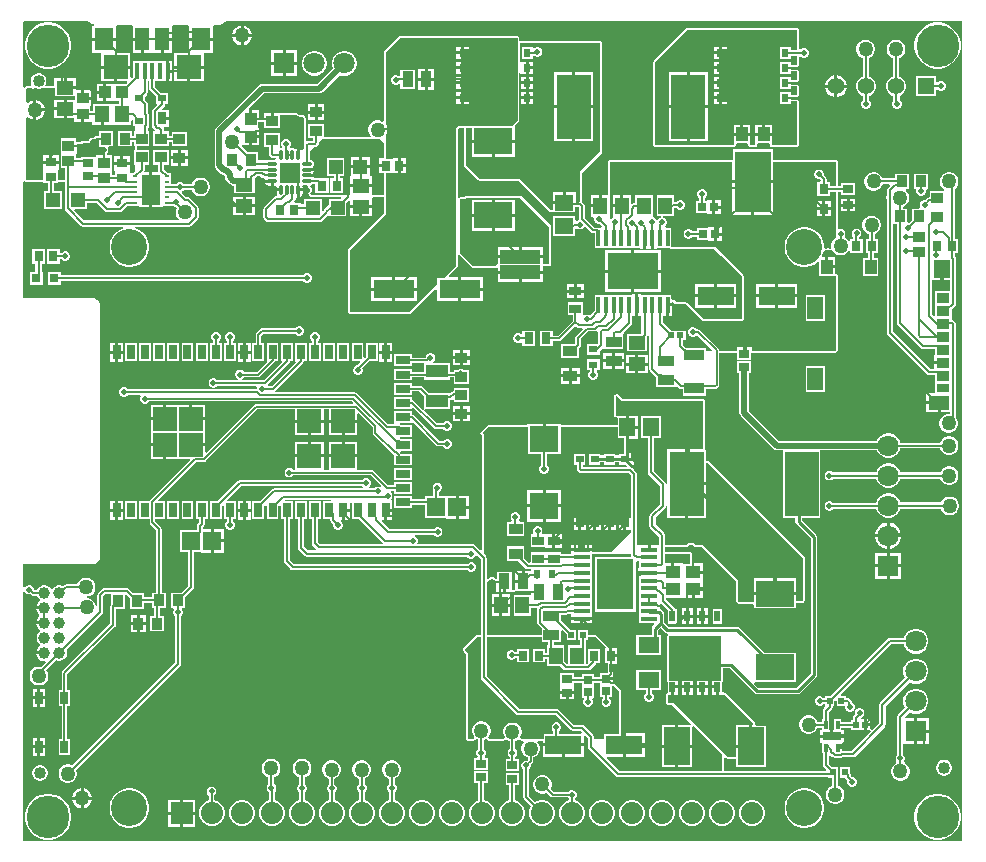
<source format=gtl>
G04*
G04 #@! TF.GenerationSoftware,Altium Limited,Altium Designer,21.6.1 (37)*
G04*
G04 Layer_Physical_Order=1*
G04 Layer_Color=255*
%FSLAX25Y25*%
%MOIN*%
G70*
G04*
G04 #@! TF.SameCoordinates,18CB3FBA-EE43-4B35-A7A6-DE1691C197D8*
G04*
G04*
G04 #@! TF.FilePolarity,Positive*
G04*
G01*
G75*
%ADD12C,0.00600*%
%ADD13C,0.01000*%
%ADD16C,0.00800*%
%ADD19R,0.12520X0.08584*%
%ADD20R,0.06300X0.02800*%
%ADD21R,0.01200X0.02600*%
%ADD22R,0.02756X0.04724*%
%ADD23R,0.04724X0.02756*%
%ADD24R,0.07874X0.07874*%
%ADD27R,0.02953X0.03347*%
%ADD28R,0.03150X0.03740*%
%ADD29R,0.03347X0.02756*%
%ADD30R,0.02756X0.03543*%
%ADD31R,0.03937X0.03150*%
%ADD32R,0.03150X0.02362*%
%ADD33R,0.03937X0.03543*%
%ADD34R,0.02559X0.04134*%
%ADD35R,0.03900X0.04500*%
%ADD36R,0.12200X0.20500*%
%ADD37R,0.01900X0.03800*%
%ADD38C,0.05000*%
%ADD39R,0.02756X0.02362*%
%ADD40R,0.02756X0.03937*%
%ADD41R,0.01400X0.05600*%
%ADD42R,0.17100X0.12400*%
%ADD43R,0.05315X0.07480*%
%ADD44R,0.03937X0.04724*%
%ADD45R,0.05315X0.06102*%
%ADD46R,0.04331X0.03347*%
%ADD47R,0.04331X0.02953*%
%ADD48R,0.07087X0.04606*%
%ADD49R,0.11400X0.21300*%
%ADD50R,0.04724X0.07480*%
%ADD51R,0.06299X0.07480*%
%ADD52R,0.08268X0.07874*%
%ADD53R,0.01575X0.05315*%
%ADD54R,0.01968X0.02362*%
%ADD55R,0.04724X0.03543*%
%ADD56R,0.03150X0.03543*%
%ADD57R,0.02288X0.01860*%
%ADD58R,0.03197X0.02593*%
%ADD59R,0.13410X0.04548*%
%ADD60R,0.03150X0.03150*%
%ADD61R,0.04724X0.04724*%
%ADD62R,0.07119X0.05337*%
%ADD63R,0.02047X0.02047*%
%ADD64R,0.04941X0.05733*%
%ADD65R,0.05924X0.06127*%
%ADD67R,0.01575X0.00984*%
%ADD68R,0.06299X0.09843*%
%ADD69R,0.12000X0.06300*%
%ADD70R,0.03937X0.03740*%
%ADD71R,0.03937X0.04134*%
%ADD72R,0.04921X0.04331*%
%ADD73R,0.03937X0.04331*%
%ADD74R,0.06693X0.03740*%
%ADD75R,0.05709X0.04528*%
%ADD76R,0.06102X0.05315*%
%ADD77R,0.03740X0.05315*%
%ADD78R,0.05315X0.03740*%
%ADD79R,0.04528X0.05709*%
%ADD80R,0.02835X0.02835*%
%ADD81R,0.09800X0.08900*%
%ADD82R,0.13780X0.06299*%
%ADD83R,0.07480X0.04331*%
%ADD84R,0.03543X0.03937*%
%ADD85R,0.05315X0.06102*%
%ADD86R,0.02835X0.02835*%
%ADD87R,0.08584X0.12520*%
%ADD88R,0.03740X0.03150*%
%ADD89R,0.02756X0.03347*%
%ADD90R,0.02362X0.03150*%
%ADD91R,0.02593X0.03197*%
%ADD93R,0.05600X0.01400*%
%ADD94R,0.12400X0.17100*%
%ADD95R,0.03150X0.03937*%
%ADD171O,0.03347X0.01102*%
%ADD172O,0.01102X0.03347*%
%ADD173R,0.06693X0.06693*%
%ADD174C,0.04000*%
%ADD175R,0.02480X0.02559*%
%ADD176R,0.02559X0.02480*%
%ADD177C,0.02000*%
%ADD178C,0.07087*%
%ADD179R,0.07087X0.07087*%
%ADD180R,0.07087X0.07087*%
%ADD181C,0.05543*%
%ADD182R,0.05543X0.05543*%
%ADD183R,0.07382X0.07382*%
%ADD184C,0.07382*%
%ADD185C,0.03960*%
%ADD186C,0.12000*%
%ADD187C,0.14173*%
%ADD188C,0.02000*%
G36*
X313941Y1020D02*
X1020Y1020D01*
Y84132D01*
X1520Y84232D01*
X1587Y84069D01*
X2037Y83618D01*
X2625Y83375D01*
X3262D01*
X3378Y83423D01*
X3538Y83263D01*
X3869Y83042D01*
X4259Y82965D01*
X5580D01*
X5596Y82904D01*
X5935Y82316D01*
X6416Y81836D01*
X6470Y81804D01*
X6470Y81227D01*
X6293Y81125D01*
X5776Y80607D01*
X5409Y79973D01*
X5256Y79400D01*
X8000D01*
Y78400D01*
X5256D01*
X5409Y77827D01*
X5776Y77193D01*
X6276Y76692D01*
X6337Y76621D01*
Y76179D01*
X6276Y76108D01*
X5776Y75607D01*
X5409Y74973D01*
X5256Y74400D01*
X8000D01*
Y73400D01*
X5256D01*
X5409Y72827D01*
X5776Y72193D01*
X6293Y71675D01*
X6470Y71573D01*
X6470Y70996D01*
X6416Y70964D01*
X5935Y70484D01*
X5596Y69896D01*
X5420Y69240D01*
Y68560D01*
X5596Y67904D01*
X5935Y67316D01*
X6416Y66835D01*
X6470Y66804D01*
X6470Y66227D01*
X6293Y66124D01*
X5776Y65607D01*
X5409Y64973D01*
X5256Y64400D01*
X8000D01*
Y63400D01*
X5256D01*
X5409Y62827D01*
X5776Y62193D01*
X6293Y61676D01*
X6927Y61309D01*
X7634Y61120D01*
X8215D01*
X8434Y60711D01*
X8446Y60644D01*
X6991Y59189D01*
X6576Y59300D01*
X5760D01*
X4971Y59089D01*
X4264Y58681D01*
X3687Y58103D01*
X3279Y57397D01*
X3068Y56608D01*
Y55792D01*
X3279Y55003D01*
X3687Y54297D01*
X4264Y53719D01*
X4971Y53311D01*
X5760Y53100D01*
X6576D01*
X7364Y53311D01*
X8071Y53719D01*
X8648Y54297D01*
X9057Y55003D01*
X9268Y55792D01*
Y56608D01*
X9057Y57397D01*
X8648Y58103D01*
X8575Y58177D01*
X11934Y61536D01*
X12004Y61496D01*
X12660Y61320D01*
X13340D01*
X13996Y61496D01*
X14584Y61835D01*
X15065Y62316D01*
X15404Y62904D01*
X15580Y63560D01*
Y64240D01*
X15404Y64896D01*
X15364Y64966D01*
X27249Y76851D01*
X27448Y77149D01*
X27518Y77500D01*
Y82920D01*
X28180Y83582D01*
X30279D01*
Y80126D01*
X30230Y80077D01*
X30031Y79779D01*
X29961Y79428D01*
Y73686D01*
X13983Y57708D01*
X13784Y57410D01*
X13715Y57059D01*
Y51536D01*
X12753D01*
Y46202D01*
X13715D01*
Y35198D01*
X12753D01*
Y29864D01*
X16512D01*
Y35198D01*
X15550D01*
Y46202D01*
X16512D01*
Y51536D01*
X15550D01*
Y56679D01*
X31528Y72657D01*
X31727Y72954D01*
X31796Y73305D01*
Y78632D01*
X35022D01*
Y83123D01*
X35522Y83330D01*
X36578Y82274D01*
Y78632D01*
X41321D01*
Y80380D01*
X43779D01*
Y78831D01*
X44630D01*
Y76169D01*
X43278D01*
Y71031D01*
X48021D01*
Y76169D01*
X46669D01*
Y78831D01*
X48522D01*
Y83969D01*
X47068D01*
Y105269D01*
X46998Y105620D01*
X46799Y105918D01*
X44878Y107840D01*
Y108455D01*
X48216D01*
Y114380D01*
X46138D01*
X45947Y114841D01*
X58668Y127563D01*
X61150D01*
X61501Y127632D01*
X61799Y127831D01*
X78984Y145016D01*
X91623D01*
Y141597D01*
X96360D01*
X101097D01*
Y145016D01*
X102863D01*
Y141597D01*
X107600D01*
X112337D01*
Y143556D01*
X112799Y143747D01*
X117421Y139125D01*
Y137206D01*
X117491Y136854D01*
X117690Y136557D01*
X124118Y130128D01*
X124416Y129929D01*
X124540Y129905D01*
Y126353D01*
X130464D01*
Y130309D01*
X126862D01*
X126613Y130616D01*
X126813Y131077D01*
X130464D01*
Y135033D01*
X126822D01*
X126773Y135082D01*
X126475Y135281D01*
X126371Y135302D01*
X126420Y135802D01*
X130464D01*
Y139758D01*
X126822D01*
X126773Y139806D01*
X126475Y140005D01*
X126371Y140026D01*
X126420Y140526D01*
X130464D01*
Y140526D01*
X130842Y140682D01*
X138573Y132951D01*
X138871Y132752D01*
X139222Y132682D01*
X140955D01*
X141394Y132244D01*
X141982Y132000D01*
X142618D01*
X143206Y132244D01*
X143656Y132694D01*
X143900Y133282D01*
Y133918D01*
X143656Y134506D01*
X143206Y134956D01*
X142618Y135200D01*
X141982D01*
X141394Y134956D01*
X140955Y134518D01*
X139602D01*
X131062Y143058D01*
X130764Y143257D01*
X130464Y143317D01*
Y144482D01*
X124540D01*
Y140575D01*
X124540Y140526D01*
X124421Y140075D01*
X122461D01*
X112087Y150449D01*
X111789Y150648D01*
X111438Y150718D01*
X84924D01*
X84772Y151218D01*
X84902Y151304D01*
X94131Y160533D01*
X94330Y160831D01*
X94400Y161182D01*
Y161211D01*
X95460D01*
Y167135D01*
X91504D01*
Y161211D01*
X91560D01*
X91751Y160749D01*
X83873Y152870D01*
X82655D01*
X82447Y153370D01*
X89549Y160472D01*
X89748Y160770D01*
X89818Y161121D01*
Y161211D01*
X90736D01*
Y167135D01*
X86780D01*
Y161211D01*
X87039D01*
X87231Y160749D01*
X81252Y154770D01*
X74118D01*
X74019Y155270D01*
X74141Y155321D01*
X74579Y155760D01*
X79309D01*
X79660Y155829D01*
X79958Y156028D01*
X84682Y160753D01*
X84881Y161050D01*
X84913Y161211D01*
X86011D01*
Y167135D01*
X82055D01*
Y161211D01*
X82055D01*
X82199Y160865D01*
X78929Y157595D01*
X74579D01*
X74141Y158034D01*
X73553Y158277D01*
X72916D01*
X72328Y158034D01*
X71878Y157583D01*
X71634Y156995D01*
Y156359D01*
X71878Y155771D01*
X72328Y155321D01*
X72449Y155270D01*
X72350Y154770D01*
X65692D01*
X65254Y155209D01*
X64666Y155453D01*
X64029D01*
X63441Y155209D01*
X62991Y154759D01*
X62747Y154171D01*
Y153534D01*
X62991Y152946D01*
X63441Y152496D01*
X64029Y152253D01*
X64666D01*
X65254Y152496D01*
X65692Y152935D01*
X78634D01*
X78968Y152435D01*
X78900Y152271D01*
Y151718D01*
X35845D01*
X35406Y152156D01*
X34818Y152400D01*
X34182D01*
X33594Y152156D01*
X33144Y151706D01*
X32900Y151118D01*
Y150482D01*
X33144Y149894D01*
X33594Y149444D01*
X34182Y149200D01*
X34818D01*
X35406Y149444D01*
X35845Y149882D01*
X39880D01*
X40106Y149382D01*
X39914Y148918D01*
Y148282D01*
X40157Y147694D01*
X40607Y147244D01*
X41195Y147000D01*
X41832D01*
X42420Y147244D01*
X42859Y147682D01*
X110561D01*
X110930Y147313D01*
X110739Y146852D01*
X78604D01*
X78253Y146782D01*
X77955Y146583D01*
X62040Y130667D01*
X61577Y130859D01*
Y132817D01*
X56840D01*
Y133817D01*
X61577D01*
Y137171D01*
Y141408D01*
X56840D01*
Y141908D01*
X56340D01*
Y146645D01*
X48608D01*
Y141908D01*
X48108D01*
Y141408D01*
X43371D01*
Y137171D01*
Y133817D01*
X48108D01*
Y133317D01*
X48608D01*
Y128580D01*
X56437D01*
X56629Y128118D01*
X43311Y114801D01*
X43112Y114504D01*
X43088Y114380D01*
X39536D01*
Y108455D01*
X43043D01*
Y107459D01*
X43112Y107108D01*
X43311Y106811D01*
X45233Y104889D01*
Y83969D01*
X43779D01*
Y82420D01*
X41321D01*
Y83768D01*
X37679D01*
X36298Y85149D01*
X36001Y85348D01*
X35650Y85418D01*
X27800D01*
X27449Y85348D01*
X27151Y85149D01*
X25951Y83949D01*
X25752Y83651D01*
X25682Y83300D01*
Y79640D01*
X25182Y79574D01*
X24989Y80297D01*
X24581Y81003D01*
X24003Y81581D01*
X23297Y81989D01*
X22508Y82200D01*
X22318D01*
X22308Y82696D01*
X23097Y82907D01*
X23803Y83315D01*
X24381Y83892D01*
X24789Y84599D01*
X25000Y85388D01*
Y86204D01*
X24789Y86992D01*
X24381Y87699D01*
X23803Y88276D01*
X23097Y88684D01*
X22308Y88896D01*
X21492D01*
X20703Y88684D01*
X19997Y88276D01*
X19419Y87699D01*
X19011Y86992D01*
X18936Y86713D01*
X15177D01*
X14826Y86643D01*
X14528Y86445D01*
X14244Y86161D01*
X13996Y86304D01*
X13340Y86480D01*
X12660D01*
X12004Y86304D01*
X11416Y85965D01*
X10936Y85484D01*
X10789Y85230D01*
X10211D01*
X10064Y85484D01*
X9584Y85965D01*
X8996Y86304D01*
X8340Y86480D01*
X7660D01*
X7004Y86304D01*
X6416Y85965D01*
X5935Y85484D01*
X5658Y85004D01*
X4681D01*
X4544Y85141D01*
Y85293D01*
X4300Y85881D01*
X3850Y86331D01*
X3262Y86575D01*
X2625D01*
X2037Y86331D01*
X1587Y85881D01*
X1520Y85718D01*
X1020Y85817D01*
Y93469D01*
X24016D01*
X24072Y93480D01*
X24129Y93475D01*
X24479Y93514D01*
X24589Y93549D01*
X24702Y93565D01*
X25036Y93681D01*
X25134Y93739D01*
X25242Y93780D01*
X25540Y93967D01*
X25624Y94046D01*
X25719Y94110D01*
X25969Y94359D01*
X26032Y94455D01*
X26111Y94538D01*
X26299Y94837D01*
X26340Y94944D01*
X26398Y95043D01*
X26514Y95376D01*
X26530Y95490D01*
X26565Y95599D01*
X26604Y95950D01*
X26599Y96007D01*
X26610Y96063D01*
X26610Y179527D01*
X26599Y179584D01*
X26604Y179640D01*
X26565Y179991D01*
X26530Y180101D01*
X26514Y180214D01*
X26398Y180547D01*
X26340Y180646D01*
X26299Y180753D01*
X26111Y181052D01*
X26032Y181135D01*
X25969Y181231D01*
X25719Y181480D01*
X25624Y181544D01*
X25540Y181623D01*
X25242Y181810D01*
X25134Y181851D01*
X25035Y181910D01*
X24702Y182026D01*
X24589Y182042D01*
X24479Y182077D01*
X24129Y182115D01*
X24072Y182111D01*
X24016Y182122D01*
X1020D01*
X1020Y220993D01*
X1519Y221092D01*
X1541Y221041D01*
X2000Y220851D01*
X7628D01*
Y220369D01*
X9078D01*
Y217761D01*
X7904D01*
Y211837D01*
X13828D01*
Y217761D01*
X11117D01*
Y220369D01*
X12568D01*
Y220851D01*
X14752D01*
Y219228D01*
Y212023D01*
X14830Y211633D01*
X15051Y211302D01*
X20074Y206278D01*
X20405Y206058D01*
X20795Y205980D01*
X34252D01*
X34375Y205506D01*
X33174Y205009D01*
X32093Y204287D01*
X31174Y203367D01*
X30451Y202286D01*
X29954Y201085D01*
X29700Y199810D01*
Y198510D01*
X29954Y197235D01*
X30451Y196034D01*
X31174Y194953D01*
X32093Y194033D01*
X33174Y193311D01*
X34375Y192814D01*
X35650Y192560D01*
X36950D01*
X38225Y192814D01*
X39426Y193311D01*
X40507Y194033D01*
X41427Y194953D01*
X42149Y196034D01*
X42646Y197235D01*
X42900Y198510D01*
Y199810D01*
X42646Y201085D01*
X42149Y202286D01*
X41427Y203367D01*
X40507Y204287D01*
X39426Y205009D01*
X38225Y205506D01*
X38348Y205980D01*
X56058D01*
X56448Y206058D01*
X56779Y206278D01*
X59103Y208602D01*
X59324Y208933D01*
X59402Y209323D01*
Y212223D01*
X59324Y212613D01*
X59103Y212944D01*
X56486Y215561D01*
X56155Y215782D01*
X55765Y215859D01*
X55210D01*
X53814Y217256D01*
X53931Y217846D01*
X54093Y217913D01*
X54389Y218209D01*
X57162D01*
X57210Y218032D01*
X57618Y217325D01*
X58195Y216748D01*
X58902Y216340D01*
X59690Y216128D01*
X60506D01*
X61295Y216340D01*
X62002Y216748D01*
X62579Y217325D01*
X62987Y218032D01*
X63198Y218820D01*
Y219637D01*
X62987Y220425D01*
X62579Y221132D01*
X62002Y221709D01*
X61295Y222117D01*
X60506Y222328D01*
X59690D01*
X58902Y222117D01*
X58195Y221709D01*
X57618Y221132D01*
X57210Y220425D01*
X57162Y220248D01*
X54471D01*
X54093Y220625D01*
X53505Y220869D01*
X52868D01*
X52280Y220625D01*
X51923Y220268D01*
X50187D01*
Y223864D01*
X49149D01*
X47921Y225092D01*
Y226648D01*
X49470D01*
Y231391D01*
X44333D01*
Y226648D01*
X45882D01*
Y224669D01*
X45903Y224564D01*
X45548Y224064D01*
X43984D01*
Y218342D01*
Y212621D01*
X47434D01*
Y212821D01*
X50187D01*
Y212986D01*
X50708D01*
X50924Y212770D01*
X51512Y212526D01*
X51775D01*
X52085Y212128D01*
X51993Y211970D01*
X51782Y211181D01*
Y210365D01*
X51993Y209577D01*
X52401Y208870D01*
X52752Y208519D01*
X52545Y208019D01*
X21217D01*
X17861Y211375D01*
X18053Y211837D01*
X22096D01*
Y213780D01*
X25462D01*
X28150Y211092D01*
X28480Y210871D01*
X28871Y210794D01*
X33259D01*
X33650Y210871D01*
X33981Y211092D01*
X35782Y212894D01*
X36782D01*
Y212821D01*
X39535D01*
Y212621D01*
X42984D01*
Y218342D01*
Y224064D01*
X41577D01*
X41310Y224564D01*
X41344Y224614D01*
X41421Y225004D01*
Y226648D01*
X42970D01*
Y231391D01*
X38819D01*
Y232947D01*
X42970D01*
Y237690D01*
X42535D01*
Y238955D01*
X42548Y238967D01*
X42769Y239298D01*
X42846Y239688D01*
Y243037D01*
X42769Y243427D01*
X42548Y243758D01*
X42535Y243770D01*
Y246697D01*
X42458Y247087D01*
X42237Y247418D01*
X41427Y248228D01*
Y249300D01*
X42119Y249992D01*
X42340Y250322D01*
X42417Y250713D01*
Y254579D01*
X42937D01*
Y252130D01*
X43015Y251740D01*
X43236Y251409D01*
X45345Y249300D01*
Y246983D01*
X45379D01*
X45570Y246521D01*
X44224Y245175D01*
X44003Y244844D01*
X43925Y244454D01*
Y239688D01*
X44003Y239298D01*
X44224Y238967D01*
X44968Y238224D01*
X45017Y238191D01*
X44865Y237690D01*
X44333D01*
Y232947D01*
X49470D01*
Y234299D01*
X50432D01*
Y232778D01*
X55568D01*
Y237521D01*
X50432D01*
Y236338D01*
X49470D01*
Y237690D01*
X47921D01*
Y238201D01*
X47844Y238591D01*
X47702Y238802D01*
X47884Y239302D01*
X49501D01*
Y241571D01*
X47323D01*
Y242571D01*
X49501D01*
Y244839D01*
X47426D01*
X47234Y245301D01*
X48044Y246111D01*
X48265Y246441D01*
X48342Y246831D01*
Y246983D01*
X49301D01*
Y250545D01*
X46984D01*
X44976Y252552D01*
Y254579D01*
X47487D01*
Y254379D01*
X48575D01*
Y257837D01*
Y261294D01*
X47487D01*
Y261094D01*
X37451D01*
Y255798D01*
X37151Y255555D01*
X36686Y255758D01*
Y258616D01*
X32252D01*
Y254379D01*
X35426D01*
X35617Y253917D01*
X35178Y253478D01*
X31331Y253478D01*
X30914Y253678D01*
X30869Y253678D01*
X28646D01*
Y250713D01*
Y247747D01*
X30869D01*
X30914Y247747D01*
X31331Y247947D01*
X31414Y247947D01*
X32835D01*
Y246814D01*
X30820D01*
X30680Y246815D01*
Y246815D01*
X30320D01*
Y246814D01*
X24179D01*
Y244368D01*
X23321D01*
Y246086D01*
X23520D01*
Y248256D01*
X20752D01*
Y248756D01*
X20252D01*
Y251426D01*
X18654D01*
Y251799D01*
X15000D01*
Y252299D01*
X14500D01*
Y255363D01*
X11346D01*
Y252779D01*
X8625D01*
X8337Y253279D01*
X8462Y253496D01*
X8639Y254158D01*
Y254842D01*
X8462Y255504D01*
X8120Y256096D01*
X7636Y256580D01*
X7043Y256923D01*
X6382Y257100D01*
X5697D01*
X5036Y256923D01*
X4443Y256580D01*
X3959Y256096D01*
X3617Y255504D01*
X3439Y254842D01*
Y254158D01*
X3617Y253496D01*
X3683Y253382D01*
X3433Y252949D01*
X2743D01*
X2500Y253049D01*
X2041Y252859D01*
X1541Y252359D01*
X1519Y252308D01*
X1020Y252407D01*
Y274217D01*
X1373Y274571D01*
X22403Y274567D01*
X22746Y274254D01*
X22838Y274197D01*
X22919Y274125D01*
X23662Y273691D01*
X23765Y273656D01*
X23859Y273602D01*
X24450Y273408D01*
X24370Y272908D01*
X23865D01*
Y268868D01*
X31765D01*
Y272693D01*
X31765Y272908D01*
X32147Y273193D01*
X37066D01*
X37448Y272908D01*
X37448Y272693D01*
Y268868D01*
X40610D01*
Y268368D01*
X41110D01*
Y263828D01*
X43641D01*
X43772Y263828D01*
X44141D01*
X44272Y263828D01*
X46803D01*
Y268368D01*
X47303D01*
Y268868D01*
X50465D01*
Y272693D01*
X50465Y272908D01*
X50847Y273193D01*
X55767D01*
X56149Y272908D01*
X56149Y272693D01*
Y268868D01*
X64048D01*
Y272693D01*
X64048Y272908D01*
X64430Y273193D01*
X65220D01*
X65273Y273203D01*
X65327Y273199D01*
X66184Y273288D01*
X66287Y273321D01*
X66395Y273334D01*
X67213Y273603D01*
X67308Y273656D01*
X67411Y273692D01*
X68154Y274128D01*
X68235Y274200D01*
X68328Y274257D01*
X68669Y274571D01*
X152067Y274567D01*
X152073Y274568D01*
X152079Y274567D01*
X152391Y274571D01*
X313941Y274571D01*
X313941Y1020D01*
D02*
G37*
G36*
X2601Y252299D02*
X3992D01*
X4199Y251799D01*
X4199Y251799D01*
X2500Y250100D01*
X4575Y252084D01*
X4765Y252107D01*
X4821Y252101D01*
X5095Y252061D01*
X5160Y252044D01*
X5697Y251900D01*
X6382D01*
X7043Y252077D01*
X7134Y252130D01*
X11546D01*
Y249435D01*
X18183D01*
Y248276D01*
X15500D01*
Y245213D01*
Y242149D01*
X17984D01*
Y240968D01*
X20252D01*
Y243638D01*
X21252D01*
Y240968D01*
X23479D01*
X23520Y240968D01*
X23979Y240868D01*
Y239682D01*
X26749D01*
Y243348D01*
X27749D01*
Y239682D01*
X30263D01*
X30520Y239682D01*
X30937Y239881D01*
X36821D01*
Y241325D01*
X37321Y241592D01*
X37471Y241490D01*
Y239502D01*
X38169D01*
Y237690D01*
X37833D01*
Y236338D01*
X37273D01*
Y237887D01*
X32530D01*
Y232750D01*
X37273D01*
Y234299D01*
X37833D01*
Y232947D01*
X38169D01*
Y231391D01*
X37833D01*
Y226648D01*
X38169D01*
Y224387D01*
X37646Y223864D01*
X36782D01*
Y223864D01*
X36546Y223917D01*
X36375Y224444D01*
X36524Y224755D01*
X36524Y224801D01*
Y226630D01*
X31184D01*
Y224801D01*
X31184Y224755D01*
X31384Y224338D01*
X31384Y224255D01*
Y223228D01*
X30737D01*
X30383Y223582D01*
X30384Y224580D01*
X30383Y225080D01*
Y229698D01*
X28769D01*
Y230395D01*
X29106Y230731D01*
X29349Y231319D01*
Y231956D01*
X29228Y232250D01*
X29553Y232750D01*
X30974D01*
Y237887D01*
X26231D01*
Y236338D01*
X25631D01*
X25240Y236261D01*
X24910Y236040D01*
X24512Y235642D01*
X24500Y235647D01*
X23864D01*
X23275Y235404D01*
X22825Y234954D01*
X22662Y234560D01*
X22217Y234380D01*
X22090Y234385D01*
X21570Y234600D01*
X20934D01*
X20346Y234356D01*
X20009Y234020D01*
X18568D01*
Y235470D01*
X13431D01*
Y230852D01*
X13431Y230530D01*
X13431Y230030D01*
Y225412D01*
X14752D01*
Y221500D01*
X12568D01*
X12568Y224673D01*
X12768Y225090D01*
X12768Y225135D01*
Y226965D01*
X10098D01*
X7428D01*
Y225135D01*
X7428Y225090D01*
X7628Y224673D01*
X7628Y224590D01*
Y221500D01*
X2000D01*
Y242326D01*
X2500Y242533D01*
X2774Y242259D01*
X3526Y241825D01*
X4300Y241618D01*
Y244900D01*
Y248182D01*
X3526Y247975D01*
X2774Y247541D01*
X2500Y247267D01*
X2000Y247474D01*
Y251900D01*
X2500Y252400D01*
X2601Y252299D01*
D02*
G37*
G36*
X26031Y235358D02*
Y232550D01*
X28149D01*
X28244Y232540D01*
X28592Y232116D01*
X28627Y232064D01*
Y232002D01*
X28700Y231827D01*
Y231449D01*
X28555Y231099D01*
X28310Y230854D01*
X28120Y230395D01*
Y229898D01*
X25046D01*
Y229632D01*
X24773Y229246D01*
X20227D01*
Y228902D01*
X18568D01*
Y230330D01*
X18768D01*
Y233370D01*
X20009D01*
X20468Y233560D01*
X20714Y233806D01*
X21063Y233951D01*
X21441D01*
X21841Y233785D01*
X21958D01*
X21961Y233783D01*
X21962Y233782D01*
X21964Y233782D01*
X22064Y233736D01*
X22191Y233731D01*
X22321Y233779D01*
X22459Y233778D01*
X22905Y233958D01*
X22907Y233960D01*
X22911D01*
X23085Y234134D01*
X23260Y234306D01*
X23260Y234309D01*
X23262Y234311D01*
X23376Y234586D01*
X23643Y234853D01*
X23993Y234998D01*
X24500D01*
X24512Y234993D01*
X24631Y235042D01*
X24760Y235042D01*
X24852Y235134D01*
X24971Y235183D01*
X25324Y235535D01*
X25494Y235649D01*
X25531Y235656D01*
X26031Y235358D01*
D02*
G37*
%LPC*%
G36*
X74405Y272982D02*
Y270200D01*
X77188D01*
X76981Y270974D01*
X76546Y271726D01*
X75932Y272341D01*
X75179Y272775D01*
X74405Y272982D01*
D02*
G37*
G36*
X73405D02*
X72632Y272775D01*
X71879Y272341D01*
X71265Y271726D01*
X70830Y270974D01*
X70623Y270200D01*
X73405D01*
Y272982D01*
D02*
G37*
G36*
X77188Y269200D02*
X74405D01*
Y266418D01*
X75179Y266625D01*
X75932Y267059D01*
X76546Y267674D01*
X76981Y268426D01*
X77188Y269200D01*
D02*
G37*
G36*
X73405D02*
X70623D01*
X70830Y268426D01*
X71265Y267674D01*
X71879Y267059D01*
X72632Y266625D01*
X73405Y266418D01*
Y269200D01*
D02*
G37*
G36*
X50465Y267868D02*
X47803D01*
Y263828D01*
X50465D01*
Y267868D01*
D02*
G37*
G36*
X40110D02*
X37448D01*
Y263828D01*
X40110D01*
Y267868D01*
D02*
G37*
G36*
X222453Y272297D02*
X221993Y272107D01*
X211114Y261227D01*
X210924Y260768D01*
Y233131D01*
X211114Y232672D01*
X211573Y232481D01*
X237749D01*
X237976Y232575D01*
X238206Y232669D01*
X238206Y232671D01*
X238208Y232672D01*
X238302Y232900D01*
X238398Y233128D01*
X238400Y233627D01*
X238851Y233830D01*
X242151D01*
X242601Y233627D01*
X242604Y233128D01*
X242699Y232900D01*
X242794Y232672D01*
X242795Y232671D01*
X242796Y232669D01*
X243024Y232576D01*
X243253Y232481D01*
X244993D01*
X245220Y232575D01*
X245450Y232669D01*
X245450Y232671D01*
X245452Y232672D01*
X245546Y232900D01*
X245642Y233128D01*
X245644Y233627D01*
X246095Y233830D01*
X249395D01*
X249846Y233627D01*
X249848Y233128D01*
X249943Y232900D01*
X250038Y232672D01*
X250040Y232671D01*
X250040Y232669D01*
X250269Y232576D01*
X250497Y232481D01*
X258838D01*
X258957Y232531D01*
X259086D01*
X259178Y232622D01*
X259297Y232672D01*
X259347Y232791D01*
X259438Y232882D01*
X259500Y233032D01*
Y233161D01*
X259549Y233281D01*
Y247680D01*
X259359Y248140D01*
X258900Y248330D01*
X256931D01*
Y249070D01*
X258900D01*
X259359Y249260D01*
X259549Y249720D01*
Y252680D01*
X259359Y253140D01*
X258900Y253330D01*
X256931D01*
Y254070D01*
X258900D01*
X259359Y254260D01*
X259549Y254720D01*
Y257680D01*
X259359Y258140D01*
X258900Y258330D01*
X256931D01*
Y259070D01*
X258900D01*
X259359Y259260D01*
X259549Y259720D01*
Y262627D01*
X260049Y262758D01*
X260294Y262514D01*
X260882Y262270D01*
X261518D01*
X262106Y262514D01*
X262556Y262964D01*
X262800Y263552D01*
Y264188D01*
X262556Y264776D01*
X262106Y265227D01*
X261518Y265470D01*
X260882D01*
X260294Y265227D01*
X260049Y264982D01*
X259549Y265113D01*
Y271647D01*
X259359Y272106D01*
X258900Y272297D01*
X222453Y272297D01*
D02*
G37*
G36*
X92343Y264713D02*
X88500D01*
Y260870D01*
X92343D01*
Y264713D01*
D02*
G37*
G36*
X87500D02*
X83657D01*
Y260870D01*
X87500D01*
Y264713D01*
D02*
G37*
G36*
X64048Y267868D02*
X56149D01*
Y263853D01*
X51227D01*
Y259616D01*
X61095D01*
Y263828D01*
X64048D01*
Y267868D01*
D02*
G37*
G36*
X31765D02*
X23865D01*
Y263828D01*
X26818D01*
Y259616D01*
X36686D01*
Y263853D01*
X31765D01*
Y267868D01*
D02*
G37*
G36*
X306466Y274025D02*
X304952D01*
X303467Y273730D01*
X302068Y273150D01*
X300809Y272309D01*
X299738Y271238D01*
X298897Y269980D01*
X298317Y268581D01*
X298022Y267096D01*
Y265581D01*
X298317Y264096D01*
X298897Y262698D01*
X299738Y261439D01*
X300809Y260368D01*
X302068Y259527D01*
X303467Y258947D01*
X304952Y258652D01*
X306466D01*
X307951Y258947D01*
X309350Y259527D01*
X310609Y260368D01*
X311679Y261439D01*
X312520Y262698D01*
X313100Y264096D01*
X313395Y265581D01*
Y267096D01*
X313100Y268581D01*
X312520Y269980D01*
X311679Y271238D01*
X310609Y272309D01*
X309350Y273150D01*
X307951Y273730D01*
X306466Y274025D01*
D02*
G37*
G36*
X10009D02*
X8495D01*
X7010Y273730D01*
X5611Y273150D01*
X4352Y272309D01*
X3281Y271238D01*
X2440Y269980D01*
X1861Y268581D01*
X1565Y267096D01*
Y265581D01*
X1861Y264096D01*
X2440Y262698D01*
X3281Y261439D01*
X4352Y260368D01*
X5611Y259527D01*
X7010Y258947D01*
X8495Y258652D01*
X10009D01*
X11494Y258947D01*
X12893Y259527D01*
X14152Y260368D01*
X15223Y261439D01*
X16064Y262698D01*
X16643Y264096D01*
X16939Y265581D01*
Y267096D01*
X16643Y268581D01*
X16064Y269980D01*
X15223Y271238D01*
X14152Y272309D01*
X12893Y273150D01*
X11494Y273730D01*
X10009Y274025D01*
D02*
G37*
G36*
X50662Y261294D02*
X49575D01*
Y258337D01*
X50662D01*
Y261294D01*
D02*
G37*
G36*
X165700Y269449D02*
X126394D01*
X125935Y269259D01*
X121370Y264693D01*
X121179Y264234D01*
Y241237D01*
X120679Y240948D01*
X120231Y241207D01*
X119442Y241418D01*
X118626D01*
X117838Y241207D01*
X117131Y240799D01*
X116554Y240222D01*
X116146Y239515D01*
X115934Y238726D01*
Y237910D01*
X116146Y237122D01*
X116554Y236415D01*
X116758Y236210D01*
X116551Y235710D01*
X101116D01*
Y240188D01*
X95979D01*
Y235445D01*
X97528D01*
Y234598D01*
X95976D01*
X95586Y234521D01*
X95549Y234497D01*
X95049Y234764D01*
Y242203D01*
X95024Y242265D01*
X95037Y242330D01*
X94932Y242488D01*
X94859Y242663D01*
X94798Y242688D01*
X94761Y242743D01*
X94261Y243078D01*
X94196Y243091D01*
X94148Y243138D01*
X93959D01*
X93773Y243175D01*
X93730Y243146D01*
X93293D01*
X92944Y243291D01*
X92675Y243559D01*
X92216Y243749D01*
X86461D01*
X86426Y243735D01*
X84393D01*
Y241163D01*
X83393D01*
Y243735D01*
X81124D01*
Y241629D01*
X79499D01*
Y244764D01*
X77230D01*
Y241897D01*
X76230D01*
Y244834D01*
X76068Y245226D01*
X81222Y250380D01*
X99642D01*
X100266Y250505D01*
X100795Y250858D01*
X106437Y256500D01*
X107455Y256227D01*
X108545D01*
X109599Y256509D01*
X110544Y257055D01*
X111316Y257826D01*
X111861Y258771D01*
X112143Y259825D01*
Y260916D01*
X111861Y261969D01*
X111316Y262914D01*
X110544Y263685D01*
X109599Y264231D01*
X108545Y264513D01*
X107455D01*
X106401Y264231D01*
X105456Y263685D01*
X104684Y262914D01*
X104139Y261969D01*
X103857Y260916D01*
Y259825D01*
X104130Y258807D01*
X98966Y253643D01*
X80547D01*
X80547Y253643D01*
X79922Y253519D01*
X79393Y253165D01*
X65178Y238950D01*
X64824Y238421D01*
X64700Y237796D01*
Y226367D01*
X64824Y225743D01*
X65178Y225213D01*
X66843Y223548D01*
X67372Y223194D01*
X67997Y223070D01*
X68008D01*
X68224Y222854D01*
Y222407D01*
X68348Y221783D01*
X68702Y221253D01*
X69873Y220082D01*
X70402Y219728D01*
X71027Y219604D01*
X71130D01*
Y217108D01*
X78039D01*
Y221737D01*
X78059Y221835D01*
X78039Y221934D01*
Y222197D01*
X78794Y222953D01*
X80000D01*
X80658Y222295D01*
X80988Y222074D01*
X81202Y222031D01*
X81451Y221647D01*
X81472Y221547D01*
X83893D01*
Y221047D01*
X84393D01*
Y219670D01*
X84930D01*
X85176Y219476D01*
X85370Y219230D01*
Y218693D01*
X86747D01*
Y217693D01*
X85370D01*
Y217071D01*
X85464Y216595D01*
X85443Y216490D01*
X85212Y216095D01*
X84822Y216017D01*
X84491Y215796D01*
X81286Y212591D01*
X81064Y212260D01*
X80987Y211870D01*
Y209036D01*
X81064Y208646D01*
X81286Y208315D01*
X81754Y207847D01*
X82085Y207626D01*
X82475Y207548D01*
X99829D01*
X100219Y207626D01*
X100550Y207847D01*
X102266Y209563D01*
X102766Y209376D01*
Y209376D01*
X108690D01*
Y213858D01*
X109378Y214546D01*
X109840Y214354D01*
Y213051D01*
X113494D01*
X117148D01*
Y215424D01*
X117521Y215923D01*
X117645Y215922D01*
X117646Y215923D01*
X117648Y215922D01*
X121179D01*
Y210551D01*
X109237Y198609D01*
X109047Y198150D01*
Y177489D01*
X109237Y177029D01*
X109697Y176839D01*
X129746D01*
X130205Y177029D01*
X138329Y185153D01*
X138791Y184962D01*
Y184850D01*
D01*
Y181216D01*
X145981D01*
Y185166D01*
Y189115D01*
X142944D01*
X142753Y189577D01*
X145559Y192384D01*
X145749Y192843D01*
Y196578D01*
X145993Y196692D01*
X146249Y196732D01*
X149633Y193348D01*
X150558Y192423D01*
X151017Y192233D01*
X158338D01*
X158612Y192347D01*
X158811Y192274D01*
X159054Y192122D01*
X159112Y192054D01*
Y191189D01*
X166618D01*
X174123D01*
Y192699D01*
X176345D01*
X176804Y192889D01*
X176994Y193348D01*
Y193849D01*
Y205872D01*
X176804Y206331D01*
X167078Y216057D01*
X166619Y216247D01*
X150083D01*
X150036Y216228D01*
X149986Y216240D01*
X146556Y215717D01*
X146382Y215612D01*
X146249Y215557D01*
X145749Y215742D01*
Y238363D01*
X145717Y238443D01*
X146278Y239004D01*
X147800D01*
Y226504D01*
X147990Y226044D01*
X152658Y221376D01*
X153117Y221186D01*
X166305D01*
X176536Y210955D01*
X176655Y210905D01*
X176747Y210814D01*
X176876D01*
X176995Y210765D01*
X177115Y210814D01*
X177244D01*
X177418Y210886D01*
X177657Y210727D01*
Y210727D01*
X184960D01*
Y212655D01*
X186046D01*
X186352Y212350D01*
Y208475D01*
X186152Y208232D01*
X186108D01*
X185520Y207988D01*
X185460Y207928D01*
X184960Y208135D01*
Y209368D01*
X177657D01*
Y202853D01*
X184960D01*
Y205180D01*
X185460Y205336D01*
X185520Y205276D01*
X186108Y205032D01*
X186745D01*
X187333Y205276D01*
X187783Y205726D01*
X187851Y205890D01*
X188441Y206007D01*
X190349Y204098D01*
X190647Y203900D01*
X190998Y203830D01*
X191378D01*
Y198847D01*
X206532D01*
Y198663D01*
Y198647D01*
X207532D01*
Y202247D01*
X208532D01*
Y198647D01*
X210091D01*
Y202247D01*
X211091D01*
Y198647D01*
X212091D01*
Y198663D01*
Y198847D01*
X216566D01*
X217009Y198663D01*
X231238D01*
X231329Y198572D01*
D01*
X233656Y196245D01*
X240501Y189400D01*
Y175051D01*
X227731D01*
X222286Y180496D01*
X221988Y180695D01*
X221637Y180765D01*
X218711D01*
X218130Y181346D01*
X218011Y181395D01*
X217920Y181486D01*
X217791D01*
X217671Y181536D01*
X217552Y181486D01*
X217423D01*
X217009Y181763D01*
Y183247D01*
X206973D01*
Y183447D01*
X205973D01*
Y179847D01*
Y176247D01*
X206973D01*
X207013Y175764D01*
Y170178D01*
X206922Y170087D01*
X202045D01*
Y164359D01*
X208954D01*
Y169335D01*
X208974Y169366D01*
X209052Y169756D01*
Y176447D01*
X209674D01*
Y158356D01*
X209743Y158005D01*
X209942Y157707D01*
X211809Y155841D01*
X211852Y155812D01*
Y152450D01*
X218367D01*
Y152671D01*
X218829Y152862D01*
X219536Y152155D01*
X219833Y151956D01*
X220185Y151886D01*
X220711D01*
Y149623D01*
X228604D01*
Y151886D01*
X231668D01*
X232020Y151956D01*
X232317Y152155D01*
X232717Y152555D01*
X232916Y152853D01*
X232986Y153204D01*
Y163818D01*
X238824Y163818D01*
X239024Y163684D01*
Y161603D01*
X243570D01*
Y163684D01*
X243770Y163818D01*
X271498D01*
X271551Y163840D01*
X271606Y163827D01*
X271774Y163932D01*
X271957Y164008D01*
X271979Y164061D01*
X272027Y164091D01*
X272383Y164591D01*
X272427Y164784D01*
X272503Y164967D01*
Y189445D01*
X272453Y189565D01*
X272453Y189695D01*
X272362Y189785D01*
X272313Y189904D01*
X272193Y189954D01*
X272101Y190045D01*
X271673Y190221D01*
X271626Y190268D01*
Y192083D01*
X268858D01*
Y192582D01*
X268358D01*
Y195745D01*
X267513D01*
X267236Y196245D01*
X267646Y197235D01*
X267753Y197769D01*
X268151Y198039D01*
X268377D01*
X268602Y198022D01*
X268622Y198039D01*
X268649D01*
X268947Y198163D01*
X269325D01*
X269648Y198029D01*
X269720D01*
X269780Y197990D01*
X269960Y198029D01*
X270145D01*
X270548Y198030D01*
X270695Y197997D01*
X270895Y197651D01*
X271472Y197074D01*
X272179Y196666D01*
X272968Y196455D01*
X273784D01*
X274572Y196666D01*
X275279Y197074D01*
X275856Y197651D01*
X276090Y198056D01*
X276590Y197922D01*
Y197281D01*
X280743D01*
Y201828D01*
X279686D01*
Y202431D01*
X280062Y202807D01*
X280306Y203395D01*
Y204032D01*
X280062Y204620D01*
X279612Y205070D01*
X279024Y205314D01*
X278387D01*
X277799Y205070D01*
X277349Y204620D01*
X277106Y204032D01*
Y203395D01*
X277349Y202807D01*
X277647Y202509D01*
Y201828D01*
X276590D01*
Y201187D01*
X276090Y201053D01*
X275856Y201458D01*
X275279Y202035D01*
X274916Y202245D01*
X274732Y202768D01*
X274976Y203356D01*
Y203993D01*
X274732Y204581D01*
X274282Y205031D01*
X273694Y205275D01*
X273058D01*
X272919Y205217D01*
X272503Y205495D01*
Y217446D01*
X273677D01*
Y216568D01*
X278075D01*
Y220362D01*
X273677D01*
Y219485D01*
X272503D01*
Y227586D01*
X272313Y228045D01*
X271854Y228235D01*
X251023D01*
X250823Y228369D01*
Y231830D01*
X237423D01*
Y228369D01*
X237223Y228235D01*
X196658D01*
X196198Y228045D01*
X196015Y227861D01*
X195824Y227402D01*
Y216602D01*
X193850D01*
Y212947D01*
X193350D01*
Y212447D01*
X190287D01*
Y209293D01*
X190960D01*
X191238Y208877D01*
X191210Y208811D01*
Y208175D01*
X191454Y207587D01*
X191904Y207137D01*
X192492Y206893D01*
X193129D01*
X193143Y206899D01*
X193895Y206147D01*
X193688Y205647D01*
X192367D01*
X192278Y205665D01*
X191378D01*
X188188Y208856D01*
Y212730D01*
X188118Y213081D01*
X187919Y213378D01*
X187075Y214222D01*
X187025Y214255D01*
X187076Y214378D01*
Y223855D01*
X193810Y230588D01*
X194000Y231048D01*
Y267213D01*
X193810Y267672D01*
X193350Y267862D01*
X166574D01*
X166349Y268012D01*
Y268800D01*
X166159Y269259D01*
X165700Y269449D01*
D02*
G37*
G36*
X98545Y264513D02*
X97455D01*
X96401Y264231D01*
X95456Y263685D01*
X94684Y262914D01*
X94139Y261969D01*
X93857Y260916D01*
Y259825D01*
X94139Y258771D01*
X94684Y257826D01*
X95456Y257055D01*
X96401Y256509D01*
X97455Y256227D01*
X98545D01*
X99599Y256509D01*
X100544Y257055D01*
X101315Y257826D01*
X101861Y258771D01*
X102143Y259825D01*
Y260916D01*
X101861Y261969D01*
X101315Y262914D01*
X100544Y263685D01*
X99599Y264231D01*
X98545Y264513D01*
D02*
G37*
G36*
X92343Y259870D02*
X88500D01*
Y256027D01*
X92343D01*
Y259870D01*
D02*
G37*
G36*
X87500D02*
X83657D01*
Y256027D01*
X87500D01*
Y259870D01*
D02*
G37*
G36*
X61095Y258616D02*
X56661D01*
Y254379D01*
X61095D01*
Y258616D01*
D02*
G37*
G36*
X55661D02*
X51227D01*
Y254379D01*
X55661D01*
Y258616D01*
D02*
G37*
G36*
X50662Y257337D02*
X49575D01*
Y254379D01*
X50662D01*
Y257337D01*
D02*
G37*
G36*
X31252Y258616D02*
X26818D01*
Y254379D01*
X31252D01*
Y258616D01*
D02*
G37*
G36*
X272356Y256346D02*
Y253282D01*
X275420D01*
X275184Y254161D01*
X274714Y254975D01*
X274049Y255640D01*
X273235Y256111D01*
X272356Y256346D01*
D02*
G37*
G36*
X271356Y256346D02*
X270478Y256111D01*
X269663Y255640D01*
X268998Y254975D01*
X268528Y254161D01*
X268293Y253282D01*
X271356D01*
Y256346D01*
D02*
G37*
G36*
X18654Y255363D02*
X15500D01*
Y252799D01*
X18654D01*
Y255363D01*
D02*
G37*
G36*
X27646Y253678D02*
X25377D01*
Y251213D01*
X27646D01*
Y253678D01*
D02*
G37*
G36*
X305228Y256154D02*
X298485D01*
Y249411D01*
X305228D01*
Y251486D01*
X305728Y251648D01*
X305950Y251426D01*
X306538Y251182D01*
X307174D01*
X307763Y251426D01*
X308213Y251876D01*
X308456Y252464D01*
Y253101D01*
X308213Y253689D01*
X307763Y254139D01*
X307174Y254382D01*
X306538D01*
X305950Y254139D01*
X305728Y253917D01*
X305228Y254079D01*
Y256154D01*
D02*
G37*
G36*
X23520Y251426D02*
X21252D01*
Y249256D01*
X23520D01*
Y251426D01*
D02*
G37*
G36*
X275420Y252282D02*
X272356D01*
Y249219D01*
X273235Y249454D01*
X274049Y249924D01*
X274714Y250589D01*
X275184Y251404D01*
X275420Y252282D01*
D02*
G37*
G36*
X271356D02*
X268293D01*
X268528Y251404D01*
X268998Y250589D01*
X269663Y249924D01*
X270478Y249454D01*
X271356Y249219D01*
Y252282D01*
D02*
G37*
G36*
X27646Y250213D02*
X25377D01*
Y247747D01*
X27646D01*
Y250213D01*
D02*
G37*
G36*
X292264Y268250D02*
X291448D01*
X290660Y268038D01*
X289953Y267630D01*
X289376Y267053D01*
X288967Y266346D01*
X288756Y265558D01*
Y264741D01*
X288967Y263953D01*
X289376Y263246D01*
X289953Y262669D01*
X290660Y262261D01*
X290780Y262228D01*
Y255985D01*
X290555Y255924D01*
X289786Y255480D01*
X289158Y254853D01*
X288714Y254084D01*
X288485Y253226D01*
Y252339D01*
X288714Y251481D01*
X289158Y250712D01*
X289786Y250084D01*
X290555Y249640D01*
X291005Y249520D01*
Y247912D01*
X290837Y247744D01*
X290593Y247156D01*
Y246519D01*
X290837Y245931D01*
X291287Y245481D01*
X291875Y245237D01*
X292511D01*
X293099Y245481D01*
X293549Y245931D01*
X293793Y246519D01*
Y247156D01*
X293549Y247744D01*
X293099Y248194D01*
X293044Y248217D01*
Y249610D01*
X293158Y249640D01*
X293927Y250084D01*
X294554Y250712D01*
X294998Y251481D01*
X295228Y252339D01*
Y253226D01*
X294998Y254084D01*
X294554Y254853D01*
X293927Y255480D01*
X293158Y255924D01*
X292820Y256015D01*
Y262198D01*
X293053Y262261D01*
X293760Y262669D01*
X294337Y263246D01*
X294745Y263953D01*
X294956Y264741D01*
Y265558D01*
X294745Y266346D01*
X294337Y267053D01*
X293760Y267630D01*
X293053Y268038D01*
X292264Y268250D01*
D02*
G37*
G36*
X282169D02*
X281352D01*
X280564Y268038D01*
X279857Y267630D01*
X279280Y267053D01*
X278872Y266346D01*
X278660Y265558D01*
Y264741D01*
X278872Y263953D01*
X279280Y263246D01*
X279857Y262669D01*
X280564Y262261D01*
X280741Y262213D01*
Y255974D01*
X280555Y255924D01*
X279786Y255480D01*
X279158Y254853D01*
X278714Y254084D01*
X278485Y253226D01*
Y252339D01*
X278714Y251481D01*
X279158Y250712D01*
X279786Y250084D01*
X280555Y249640D01*
X280837Y249565D01*
Y248081D01*
X280500Y247744D01*
X280256Y247156D01*
Y246519D01*
X280500Y245931D01*
X280950Y245481D01*
X281538Y245237D01*
X282174D01*
X282763Y245481D01*
X283213Y245931D01*
X283456Y246519D01*
Y247156D01*
X283213Y247744D01*
X282876Y248081D01*
Y249565D01*
X283158Y249640D01*
X283927Y250084D01*
X284554Y250712D01*
X284998Y251481D01*
X285228Y252339D01*
Y253226D01*
X284998Y254084D01*
X284554Y254853D01*
X283927Y255480D01*
X283158Y255924D01*
X282780Y256025D01*
Y262213D01*
X282957Y262261D01*
X283664Y262669D01*
X284241Y263246D01*
X284649Y263953D01*
X284860Y264741D01*
Y265558D01*
X284649Y266346D01*
X284241Y267053D01*
X283664Y267630D01*
X282957Y268038D01*
X282169Y268250D01*
D02*
G37*
G36*
X101316Y246687D02*
X99047D01*
Y244616D01*
X101316D01*
Y246687D01*
D02*
G37*
G36*
X98047D02*
X95779D01*
Y244616D01*
X98047D01*
Y246687D01*
D02*
G37*
G36*
X101316Y243616D02*
X99047D01*
Y241544D01*
X101316D01*
Y243616D01*
D02*
G37*
G36*
X98047D02*
X95779D01*
Y241544D01*
X98047D01*
Y243616D01*
D02*
G37*
G36*
X55769Y231422D02*
X53500D01*
Y229350D01*
X55769D01*
Y231422D01*
D02*
G37*
G36*
X52500D02*
X50231D01*
Y229350D01*
X52500D01*
Y231422D01*
D02*
G37*
G36*
X55769Y228350D02*
X53500D01*
Y226279D01*
X55769D01*
Y228350D01*
D02*
G37*
G36*
X52500D02*
X50231D01*
Y226279D01*
X52500D01*
Y228350D01*
D02*
G37*
G36*
X83393Y220547D02*
X81493D01*
X81498Y220520D01*
X81797Y220073D01*
X82244Y219775D01*
X82771Y219670D01*
X83393D01*
Y220547D01*
D02*
G37*
G36*
X302650Y223637D02*
X297906D01*
Y218500D01*
X298424D01*
X298678Y218119D01*
Y217483D01*
X298922Y216895D01*
X299372Y216444D01*
X299960Y216201D01*
X300596D01*
X301184Y216444D01*
X301635Y216895D01*
X301878Y217483D01*
Y218119D01*
X302133Y218500D01*
X302650D01*
Y223637D01*
D02*
G37*
G36*
X278275Y215233D02*
X276376D01*
Y213637D01*
X278275D01*
Y215233D01*
D02*
G37*
G36*
X275376D02*
X273477D01*
Y213637D01*
X275376D01*
Y215233D01*
D02*
G37*
G36*
X192850Y216602D02*
X190287D01*
Y213447D01*
X192850D01*
Y216602D01*
D02*
G37*
G36*
X78239Y215949D02*
X75085D01*
Y213385D01*
X78239D01*
Y215949D01*
D02*
G37*
G36*
X74085D02*
X70930D01*
Y213385D01*
X74085D01*
Y215949D01*
D02*
G37*
G36*
X278275Y212637D02*
X276376D01*
Y211040D01*
X278275D01*
Y212637D01*
D02*
G37*
G36*
X275376D02*
X273477D01*
Y211040D01*
X275376D01*
Y212637D01*
D02*
G37*
G36*
X78239Y212385D02*
X75085D01*
Y209821D01*
X78239D01*
Y212385D01*
D02*
G37*
G36*
X74085D02*
X70930D01*
Y209821D01*
X74085D01*
Y212385D01*
D02*
G37*
G36*
X117148Y212051D02*
X113994D01*
Y209487D01*
X117148D01*
Y212051D01*
D02*
G37*
G36*
X112994D02*
X109840D01*
Y209487D01*
X112994D01*
Y212051D01*
D02*
G37*
G36*
X309978Y224201D02*
X309162D01*
X308373Y223990D01*
X307667Y223582D01*
X307089Y223004D01*
X306681Y222298D01*
X306470Y221509D01*
Y220693D01*
X306681Y219904D01*
X307089Y219198D01*
X307667Y218620D01*
X307917Y218476D01*
X307783Y217976D01*
X303099D01*
Y215712D01*
X302930D01*
X302540Y215634D01*
X302210Y215413D01*
X301533Y214737D01*
X301057D01*
X300469Y214493D01*
X300019Y214043D01*
X299775Y213455D01*
Y212819D01*
X299939Y212423D01*
X299673Y211923D01*
X297106D01*
Y208228D01*
X296051Y207172D01*
X295550Y207379D01*
Y211923D01*
X294198D01*
Y212668D01*
X294375Y212715D01*
X295082Y213123D01*
X295659Y213701D01*
X296068Y214407D01*
X296279Y215196D01*
Y216012D01*
X296068Y216801D01*
X295659Y217508D01*
X295167Y218000D01*
X295250Y218350D01*
X295346Y218500D01*
X296351D01*
Y223637D01*
X291607D01*
Y222088D01*
X287389D01*
X287333Y222298D01*
X286925Y223004D01*
X286348Y223582D01*
X285641Y223990D01*
X284853Y224201D01*
X284036D01*
X283248Y223990D01*
X282541Y223582D01*
X281964Y223004D01*
X281556Y222298D01*
X281345Y221509D01*
Y220693D01*
X281556Y219904D01*
X281964Y219198D01*
X282541Y218620D01*
X283248Y218212D01*
X284036Y218001D01*
X284853D01*
X285641Y218212D01*
X286348Y218620D01*
X286925Y219198D01*
X287333Y219904D01*
X287372Y220049D01*
X289517D01*
X289709Y219587D01*
X289051Y218930D01*
X288830Y218599D01*
X288753Y218209D01*
Y216460D01*
X288640Y215604D01*
X288753Y214749D01*
Y170642D01*
X288830Y170252D01*
X289051Y169921D01*
X289051Y169921D01*
X289286Y169687D01*
X302196Y156776D01*
X302527Y156555D01*
X302917Y156478D01*
X304872D01*
Y153951D01*
Y150430D01*
X301916D01*
Y147827D01*
X306259D01*
Y147327D01*
X306760D01*
Y144223D01*
X309783D01*
Y143494D01*
X309003D01*
X308215Y143283D01*
X307508Y142875D01*
X306930Y142297D01*
X306522Y141590D01*
X306311Y140802D01*
Y139986D01*
X306522Y139197D01*
X306930Y138490D01*
X307508Y137913D01*
X308215Y137505D01*
X309003Y137294D01*
X309819D01*
X310608Y137505D01*
X311315Y137913D01*
X311892Y138490D01*
X312300Y139197D01*
X312511Y139986D01*
Y140802D01*
X312300Y141590D01*
X311892Y142297D01*
X311700Y142489D01*
X311745Y142555D01*
X311822Y142945D01*
Y173403D01*
X311745Y173793D01*
X311524Y174124D01*
X311172Y174476D01*
X310842Y174697D01*
X310451Y174774D01*
X310403D01*
Y178553D01*
X310607Y178593D01*
X310938Y178814D01*
X311524Y179400D01*
X311745Y179731D01*
X311822Y180121D01*
Y195359D01*
X311745Y195749D01*
X311524Y196080D01*
X311507Y196097D01*
Y197281D01*
X312564D01*
Y201828D01*
X311507D01*
Y218654D01*
X312051Y219198D01*
X312459Y219904D01*
X312670Y220693D01*
Y221509D01*
X312459Y222298D01*
X312051Y223004D01*
X311473Y223582D01*
X310767Y223990D01*
X309978Y224201D01*
D02*
G37*
G36*
X13135Y198570D02*
X8786D01*
Y193630D01*
X13135D01*
Y195080D01*
X13750D01*
X14087Y194744D01*
X14675Y194500D01*
X15311D01*
X15899Y194744D01*
X16349Y195194D01*
X16593Y195782D01*
Y196418D01*
X16349Y197006D01*
X15899Y197456D01*
X15311Y197700D01*
X14675D01*
X14087Y197456D01*
X13750Y197120D01*
X13135D01*
Y198570D01*
D02*
G37*
G36*
X271626Y195745D02*
X269358D01*
Y193082D01*
X271626D01*
Y195745D01*
D02*
G37*
G36*
X213544Y198047D02*
X204694D01*
Y191547D01*
X213544D01*
Y198047D01*
D02*
G37*
G36*
X203694D02*
X194844D01*
Y191547D01*
X203694D01*
Y198047D01*
D02*
G37*
G36*
X284193Y209631D02*
X283377D01*
X282588Y209420D01*
X281881Y209012D01*
X281304Y208434D01*
X280896Y207727D01*
X280685Y206939D01*
Y206123D01*
X280896Y205334D01*
X281304Y204627D01*
X281881Y204050D01*
X282588Y203642D01*
X282765Y203595D01*
Y201828D01*
X281708D01*
Y197281D01*
X282405D01*
Y195545D01*
X280856D01*
Y189620D01*
X285993D01*
Y195545D01*
X284444D01*
Y197281D01*
X285861D01*
Y201828D01*
X284804D01*
Y203595D01*
X284981Y203642D01*
X285688Y204050D01*
X286265Y204627D01*
X286673Y205334D01*
X286885Y206123D01*
Y206939D01*
X286673Y207727D01*
X286265Y208434D01*
X285688Y209012D01*
X284981Y209420D01*
X284193Y209631D01*
D02*
G37*
G36*
X174123Y190189D02*
X167118D01*
Y187615D01*
X174123D01*
Y190189D01*
D02*
G37*
G36*
X166118D02*
X159112D01*
Y187615D01*
X166118D01*
Y190189D01*
D02*
G37*
G36*
X13428Y190975D02*
X9078D01*
Y186625D01*
X13428D01*
Y187780D01*
X94264D01*
X94601Y187444D01*
X95189Y187200D01*
X95825D01*
X96413Y187444D01*
X96864Y187894D01*
X97107Y188482D01*
Y189118D01*
X96864Y189706D01*
X96413Y190156D01*
X95825Y190400D01*
X95189D01*
X94601Y190156D01*
X94264Y189820D01*
X13428D01*
Y190975D01*
D02*
G37*
G36*
X8214Y198570D02*
X3865D01*
Y193630D01*
X5020D01*
Y190975D01*
X3172D01*
Y186625D01*
X7522D01*
Y190975D01*
X7059D01*
Y193630D01*
X8214D01*
Y198570D01*
D02*
G37*
G36*
X154171Y189115D02*
X146981D01*
Y185666D01*
X154171D01*
Y189115D01*
D02*
G37*
G36*
X187762Y186875D02*
X185494D01*
Y185000D01*
X187762D01*
Y186875D01*
D02*
G37*
G36*
X184494D02*
X182225D01*
Y185000D01*
X184494D01*
Y186875D01*
D02*
G37*
G36*
X213544Y190547D02*
X204694D01*
Y184047D01*
X213544D01*
Y184197D01*
Y190547D01*
D02*
G37*
G36*
X203694D02*
X194844D01*
Y184047D01*
X203694D01*
Y190547D01*
D02*
G37*
G36*
X238550Y186850D02*
X232250D01*
Y183400D01*
X238550D01*
Y186850D01*
D02*
G37*
G36*
X231250D02*
X224950D01*
Y183400D01*
X231250D01*
Y186850D01*
D02*
G37*
G36*
X187762Y184000D02*
X185494D01*
Y182125D01*
X187762D01*
Y182825D01*
Y184000D01*
D02*
G37*
G36*
X184494D02*
X182225D01*
Y182125D01*
X184494D01*
Y184000D01*
D02*
G37*
G36*
X154171Y184666D02*
X146981D01*
Y181216D01*
X154171D01*
Y184666D01*
D02*
G37*
G36*
X238550Y182400D02*
X232250D01*
Y178950D01*
X238550D01*
Y182400D01*
D02*
G37*
G36*
X231250D02*
X224950D01*
Y178950D01*
X231250D01*
Y182400D01*
D02*
G37*
G36*
X204973Y183447D02*
X203973D01*
Y183247D01*
X191378D01*
Y177889D01*
X189867Y176378D01*
X189837Y176408D01*
X189249Y176651D01*
X188612D01*
X188024Y176408D01*
X187562Y176653D01*
X187562Y176823D01*
Y180769D01*
X182425D01*
Y176420D01*
X184076D01*
Y174645D01*
X179099Y169668D01*
X177454D01*
Y171318D01*
X173104D01*
Y166182D01*
X177454D01*
Y167832D01*
X179479D01*
X179830Y167902D01*
X180128Y168101D01*
X184994Y172967D01*
X185458Y172502D01*
X185756Y172303D01*
X186107Y172233D01*
X187176D01*
X187368Y171772D01*
X185214Y169618D01*
X185015Y169321D01*
X184946Y168970D01*
Y166934D01*
X184851Y166839D01*
X180260D01*
Y162096D01*
X186184D01*
Y165577D01*
X186512Y165905D01*
X186711Y166203D01*
X186781Y166554D01*
Y168589D01*
X189225Y171034D01*
X191646D01*
X191998Y171103D01*
X192050Y171139D01*
X192254Y171069D01*
X192528Y170856D01*
Y166888D01*
X188767D01*
Y163326D01*
X193117D01*
Y164484D01*
X193942Y165310D01*
X194442Y165147D01*
Y165147D01*
X200957D01*
Y170087D01*
X200957Y170087D01*
X200957D01*
X200957Y170087D01*
X201065Y170542D01*
X203563Y173040D01*
X203762Y173337D01*
X203832Y173689D01*
Y175806D01*
X203973Y176247D01*
X204973D01*
Y179847D01*
Y183447D01*
D02*
G37*
G36*
X171548Y171318D02*
X167199D01*
Y170351D01*
X166737Y170106D01*
X166149Y170350D01*
X165512D01*
X164924Y170106D01*
X164474Y169656D01*
X164230Y169068D01*
Y168432D01*
X164474Y167844D01*
X164924Y167394D01*
X165512Y167150D01*
X166149D01*
X166737Y167394D01*
X167199Y167149D01*
Y166182D01*
X171548D01*
Y171318D01*
D02*
G37*
G36*
X93318Y172800D02*
X92682D01*
X92094Y172556D01*
X91655Y172118D01*
X80500D01*
X80149Y172048D01*
X79851Y171849D01*
X78660Y170658D01*
X78461Y170360D01*
X78391Y170009D01*
Y167135D01*
X77331D01*
Y161211D01*
X81287D01*
Y167135D01*
X80227D01*
Y169629D01*
X80880Y170282D01*
X91655D01*
X92094Y169844D01*
X92682Y169600D01*
X93318D01*
X93906Y169844D01*
X94356Y170294D01*
X94600Y170882D01*
Y171518D01*
X94356Y172106D01*
X93906Y172556D01*
X93318Y172800D01*
D02*
G37*
G36*
X34243Y167335D02*
X32565D01*
Y164673D01*
X34243D01*
Y167335D01*
D02*
G37*
G36*
X76763D02*
X75085D01*
Y164673D01*
X76763D01*
Y167335D01*
D02*
G37*
G36*
X124007D02*
X122329D01*
Y164673D01*
X124007D01*
Y167335D01*
D02*
G37*
G36*
X121329D02*
X119651D01*
Y164673D01*
X121329D01*
Y167335D01*
D02*
G37*
G36*
X31565D02*
X29887D01*
Y164673D01*
X31565D01*
Y167335D01*
D02*
G37*
G36*
X74085D02*
X72407D01*
Y164673D01*
X74085D01*
Y167335D01*
D02*
G37*
G36*
X149702Y164824D02*
X147433D01*
Y162753D01*
X149702D01*
Y164824D01*
D02*
G37*
G36*
X146433D02*
X144165D01*
Y162753D01*
X146433D01*
Y164824D01*
D02*
G37*
G36*
X137005Y163853D02*
X136369D01*
X135781Y163609D01*
X135331Y163159D01*
X135087Y162571D01*
Y162329D01*
X135077Y162319D01*
X130464D01*
Y163380D01*
X124540D01*
Y159424D01*
X130464D01*
Y160484D01*
X134660D01*
Y157595D01*
X130464D01*
Y158655D01*
X124540D01*
Y154699D01*
X130464D01*
Y155760D01*
X134660D01*
Y154960D01*
X143340D01*
Y155760D01*
X144365D01*
Y153582D01*
X149502D01*
Y158325D01*
X147653D01*
X147582Y158431D01*
X147284Y158630D01*
X146933Y158700D01*
X146582Y158630D01*
X146284Y158431D01*
X146178Y158325D01*
X144365D01*
Y157595D01*
X143340D01*
Y160490D01*
X137841D01*
X137805Y160549D01*
X137688Y160990D01*
X138043Y161346D01*
X138287Y161934D01*
Y162571D01*
X138043Y163159D01*
X137593Y163609D01*
X137005Y163853D01*
D02*
G37*
G36*
X119082Y167135D02*
X115126D01*
Y162549D01*
X114819Y162300D01*
X114358Y162501D01*
Y167135D01*
X110402D01*
Y161211D01*
X113175D01*
X113367Y160749D01*
X112318Y159700D01*
X112182D01*
X111594Y159456D01*
X111144Y159006D01*
X110900Y158418D01*
Y157782D01*
X111144Y157194D01*
X111594Y156744D01*
X112182Y156500D01*
X112818D01*
X113406Y156744D01*
X113856Y157194D01*
X114100Y157782D01*
Y158418D01*
X113963Y158750D01*
X116424Y161211D01*
X119082D01*
Y167135D01*
D02*
G37*
G36*
X201157Y163988D02*
X198200D01*
Y161818D01*
X201157D01*
Y163988D01*
D02*
G37*
G36*
X197200D02*
X194242D01*
Y161818D01*
X197200D01*
Y163988D01*
D02*
G37*
G36*
X109633Y167135D02*
X105677D01*
Y161211D01*
X109633D01*
Y167135D01*
D02*
G37*
G36*
X104909D02*
X100953D01*
Y161211D01*
X104909D01*
Y167135D01*
D02*
G37*
G36*
X98525Y170736D02*
X97888D01*
X97300Y170492D01*
X96850Y170042D01*
X96607Y169454D01*
Y168818D01*
X96850Y168229D01*
X97187Y167893D01*
Y167135D01*
X96229D01*
Y161211D01*
X100185D01*
Y167135D01*
X99226D01*
Y167893D01*
X99563Y168229D01*
X99807Y168818D01*
Y169454D01*
X99563Y170042D01*
X99113Y170492D01*
X98525Y170736D01*
D02*
G37*
G36*
X70179D02*
X69542D01*
X68954Y170492D01*
X68504Y170042D01*
X68260Y169454D01*
Y168818D01*
X68504Y168229D01*
X68841Y167893D01*
Y167135D01*
X67882D01*
Y161211D01*
X71838D01*
Y167135D01*
X70880D01*
Y167893D01*
X71217Y168229D01*
X71460Y168818D01*
Y169454D01*
X71217Y170042D01*
X70767Y170492D01*
X70179Y170736D01*
D02*
G37*
G36*
X65518Y170800D02*
X64882D01*
X64294Y170556D01*
X63844Y170106D01*
X63600Y169518D01*
Y168882D01*
X63844Y168294D01*
X64116Y168021D01*
Y167135D01*
X63158D01*
Y161211D01*
X67114D01*
Y167135D01*
X66155D01*
Y167893D01*
X66556Y168294D01*
X66800Y168882D01*
Y169518D01*
X66556Y170106D01*
X66106Y170556D01*
X65518Y170800D01*
D02*
G37*
G36*
X62389Y167135D02*
X58434D01*
Y161211D01*
X62389D01*
Y167135D01*
D02*
G37*
G36*
X57665D02*
X53709D01*
Y161211D01*
X57665D01*
Y167135D01*
D02*
G37*
G36*
X52940D02*
X48985D01*
Y161211D01*
X52940D01*
Y167135D01*
D02*
G37*
G36*
X48216D02*
X44260D01*
Y161211D01*
X48216D01*
Y167135D01*
D02*
G37*
G36*
X43492D02*
X39536D01*
Y161211D01*
X43492D01*
Y167135D01*
D02*
G37*
G36*
X38767D02*
X34811D01*
Y161211D01*
X38767D01*
Y167135D01*
D02*
G37*
G36*
X124007Y163673D02*
X122329D01*
Y161011D01*
X124007D01*
Y163673D01*
D02*
G37*
G36*
X121329D02*
X119651D01*
Y161011D01*
X121329D01*
Y163673D01*
D02*
G37*
G36*
X76763D02*
X75085D01*
Y161011D01*
X76763D01*
Y163673D01*
D02*
G37*
G36*
X74085D02*
X72407D01*
Y161011D01*
X74085D01*
Y163673D01*
D02*
G37*
G36*
X34243D02*
X32565D01*
Y161011D01*
X34243D01*
Y163673D01*
D02*
G37*
G36*
X31565D02*
X29887D01*
Y161011D01*
X31565D01*
Y163673D01*
D02*
G37*
G36*
X209154Y163200D02*
X206000D01*
Y160637D01*
X209154D01*
Y163200D01*
D02*
G37*
G36*
X205000D02*
X201845D01*
Y160637D01*
X205000D01*
Y163200D01*
D02*
G37*
G36*
X149702Y161753D02*
X147433D01*
Y159681D01*
X149702D01*
Y161753D01*
D02*
G37*
G36*
X146433D02*
X144165D01*
Y159681D01*
X146433D01*
Y161753D01*
D02*
G37*
G36*
X201157Y160818D02*
X198200D01*
Y158648D01*
X201157D01*
Y160818D01*
D02*
G37*
G36*
X197200D02*
X194242D01*
Y158648D01*
X197200D01*
Y160818D01*
D02*
G37*
G36*
X209154Y159637D02*
X206000D01*
Y157073D01*
X209154D01*
Y159637D01*
D02*
G37*
G36*
X205000D02*
X201845D01*
Y157073D01*
X205000D01*
Y159637D01*
D02*
G37*
G36*
X186384Y158771D02*
X183722D01*
Y156700D01*
X186384D01*
Y158771D01*
D02*
G37*
G36*
X182722D02*
X180060D01*
Y156700D01*
X182722D01*
Y158771D01*
D02*
G37*
G36*
X193117Y161770D02*
X188767D01*
Y158208D01*
X189728D01*
X189842Y157708D01*
X189585Y157451D01*
X189342Y156863D01*
Y156227D01*
X189585Y155639D01*
X190035Y155189D01*
X190623Y154945D01*
X191260D01*
X191848Y155189D01*
X192298Y155639D01*
X192542Y156227D01*
Y156863D01*
X192298Y157451D01*
X192042Y157708D01*
X192156Y158208D01*
X193117D01*
Y161770D01*
D02*
G37*
G36*
X186384Y155700D02*
X183722D01*
Y153628D01*
X186384D01*
Y155700D01*
D02*
G37*
G36*
X182722D02*
X180060D01*
Y153628D01*
X182722D01*
Y155700D01*
D02*
G37*
G36*
X268277Y159639D02*
X261762D01*
Y150959D01*
X268277D01*
Y159639D01*
D02*
G37*
G36*
X130464Y153931D02*
X124540D01*
Y149975D01*
X130464D01*
Y151035D01*
X133016D01*
X134660Y149391D01*
Y145607D01*
X134660Y145214D01*
X134238Y144929D01*
X131290Y147877D01*
X130992Y148076D01*
X130641Y148146D01*
X130464D01*
Y149206D01*
X124540D01*
Y145250D01*
X130464D01*
Y145454D01*
X130926Y145645D01*
X137715Y138857D01*
X138012Y138658D01*
X138364Y138588D01*
X140834D01*
X141272Y138149D01*
X141860Y137906D01*
X142497D01*
X143085Y138149D01*
X143535Y138599D01*
X143779Y139187D01*
Y139824D01*
X143535Y140412D01*
X143085Y140862D01*
X142497Y141105D01*
X141860D01*
X141272Y140862D01*
X140834Y140423D01*
X138744D01*
X134471Y144695D01*
X134757Y145117D01*
X135120Y145117D01*
X143340D01*
Y148154D01*
X143640Y148213D01*
X143865Y148363D01*
X144365Y148220D01*
Y147538D01*
X149502D01*
Y152281D01*
X144365D01*
Y151096D01*
X144065Y151036D01*
X143769Y150839D01*
X143340Y150648D01*
Y150648D01*
X143340Y150648D01*
X135998D01*
X134045Y152602D01*
X133747Y152801D01*
X133396Y152870D01*
X130464D01*
Y153931D01*
D02*
G37*
G36*
X305760Y146827D02*
X301916D01*
Y144223D01*
X305760D01*
Y146827D01*
D02*
G37*
G36*
X149702Y146182D02*
X147433D01*
Y144110D01*
X149702D01*
Y146182D01*
D02*
G37*
G36*
X146433D02*
X144165D01*
Y144110D01*
X146433D01*
Y146182D01*
D02*
G37*
G36*
X61577Y146645D02*
X57341D01*
Y142408D01*
X61577D01*
Y146645D01*
D02*
G37*
G36*
X47608D02*
X43371D01*
Y142408D01*
X47608D01*
Y146645D01*
D02*
G37*
G36*
X149702Y143110D02*
X147433D01*
Y141039D01*
X149702D01*
Y143110D01*
D02*
G37*
G36*
X146433D02*
X144165D01*
Y141039D01*
X146433D01*
Y143110D01*
D02*
G37*
G36*
X112337Y140597D02*
X108100D01*
Y136360D01*
X112337D01*
Y140597D01*
D02*
G37*
G36*
X107100D02*
X102863D01*
Y136360D01*
X107100D01*
Y140597D01*
D02*
G37*
G36*
X101097D02*
X96860D01*
Y136360D01*
X101097D01*
Y140597D01*
D02*
G37*
G36*
X95860D02*
X91623D01*
Y136360D01*
X95860D01*
Y140597D01*
D02*
G37*
G36*
X112337Y134322D02*
X108100D01*
Y130085D01*
X112337D01*
Y134322D01*
D02*
G37*
G36*
X101097D02*
X96860D01*
Y130085D01*
X101097D01*
Y134322D01*
D02*
G37*
G36*
X107100D02*
X102863D01*
Y130085D01*
X107100D01*
Y134322D01*
D02*
G37*
G36*
X95860D02*
X91623D01*
Y130085D01*
X95860D01*
Y134322D01*
D02*
G37*
G36*
X47608Y132817D02*
X43371D01*
Y128580D01*
X47608D01*
Y132817D01*
D02*
G37*
G36*
X289845Y127143D02*
X288755D01*
X287701Y126861D01*
X286756Y126315D01*
X285984Y125544D01*
X285439Y124599D01*
X285284Y124020D01*
X270935D01*
X270599Y124356D01*
X270010Y124600D01*
X269374D01*
X268786Y124356D01*
X268336Y123906D01*
X268092Y123318D01*
Y122682D01*
X268336Y122094D01*
X268786Y121644D01*
X269374Y121400D01*
X270010D01*
X270599Y121644D01*
X270935Y121980D01*
X285284D01*
X285439Y121401D01*
X285984Y120456D01*
X286756Y119685D01*
X287701Y119139D01*
X288755Y118857D01*
X289845D01*
X290899Y119139D01*
X291844Y119685D01*
X292616Y120456D01*
X293161Y121401D01*
X293316Y121980D01*
X306634D01*
X306681Y121803D01*
X307089Y121097D01*
X307667Y120519D01*
X308373Y120111D01*
X309162Y119900D01*
X309978D01*
X310767Y120111D01*
X311473Y120519D01*
X312051Y121097D01*
X312459Y121803D01*
X312670Y122592D01*
Y123408D01*
X312459Y124197D01*
X312051Y124903D01*
X311473Y125481D01*
X310767Y125889D01*
X309978Y126100D01*
X309162D01*
X308373Y125889D01*
X307667Y125481D01*
X307089Y124903D01*
X306681Y124197D01*
X306634Y124020D01*
X293316D01*
X293161Y124599D01*
X292616Y125544D01*
X291844Y126315D01*
X290899Y126861D01*
X289845Y127143D01*
D02*
G37*
G36*
X130464Y125584D02*
X124540D01*
Y121628D01*
X130464D01*
Y125584D01*
D02*
G37*
G36*
X139318Y120600D02*
X138682D01*
X138094Y120356D01*
X137644Y119906D01*
X137400Y119318D01*
Y118682D01*
X137617Y118158D01*
X137616Y118155D01*
Y116065D01*
X134972D01*
Y115177D01*
X130464D01*
Y116135D01*
X124540D01*
Y112180D01*
X130464D01*
Y113138D01*
X134972D01*
Y108738D01*
X141904D01*
Y108538D01*
X145166D01*
Y112402D01*
Y116265D01*
X141904D01*
Y116065D01*
X139452D01*
Y117455D01*
X139906Y117644D01*
X140356Y118094D01*
X140600Y118682D01*
Y119318D01*
X140356Y119906D01*
X139906Y120356D01*
X139318Y120600D01*
D02*
G37*
G36*
X289845Y117143D02*
X288755D01*
X287701Y116861D01*
X286756Y116315D01*
X285984Y115544D01*
X285439Y114599D01*
X285269Y113966D01*
X270882D01*
X270599Y114250D01*
X270010Y114493D01*
X269374D01*
X268786Y114250D01*
X268336Y113799D01*
X268092Y113211D01*
Y112575D01*
X268336Y111987D01*
X268786Y111537D01*
X269374Y111293D01*
X270010D01*
X270599Y111537D01*
X270989Y111927D01*
X285298D01*
X285439Y111401D01*
X285984Y110456D01*
X286756Y109685D01*
X287701Y109139D01*
X288755Y108857D01*
X289845D01*
X290899Y109139D01*
X291844Y109685D01*
X292616Y110456D01*
X293161Y111401D01*
X293316Y111980D01*
X306835D01*
X306911Y111697D01*
X307319Y110990D01*
X307897Y110412D01*
X308603Y110004D01*
X309392Y109793D01*
X310208D01*
X310997Y110004D01*
X311703Y110412D01*
X312281Y110990D01*
X312689Y111697D01*
X312900Y112485D01*
Y113301D01*
X312689Y114090D01*
X312281Y114796D01*
X311703Y115374D01*
X310997Y115782D01*
X310208Y115993D01*
X309392D01*
X308603Y115782D01*
X307897Y115374D01*
X307319Y114796D01*
X306911Y114090D01*
X306892Y114020D01*
X293316D01*
X293161Y114599D01*
X292616Y115544D01*
X291844Y116315D01*
X290899Y116861D01*
X289845Y117143D01*
D02*
G37*
G36*
X149428Y116265D02*
X146166D01*
Y112902D01*
X149428D01*
Y116265D01*
D02*
G37*
G36*
X34243Y114579D02*
X32565D01*
Y111917D01*
X34243D01*
Y114579D01*
D02*
G37*
G36*
X76763D02*
X75085D01*
Y111917D01*
X76763D01*
Y114579D01*
D02*
G37*
G36*
X31565D02*
X29887D01*
Y111917D01*
X31565D01*
Y114579D01*
D02*
G37*
G36*
X74085D02*
X72407D01*
Y111917D01*
X74085D01*
Y114579D01*
D02*
G37*
G36*
X149428Y111902D02*
X146166D01*
Y108538D01*
X149428D01*
Y111902D01*
D02*
G37*
G36*
X57665Y114380D02*
X53709D01*
Y108455D01*
X57665D01*
Y114380D01*
D02*
G37*
G36*
X52940D02*
X48985D01*
Y108455D01*
X52940D01*
Y114380D01*
D02*
G37*
G36*
X38767D02*
X34811D01*
Y108455D01*
X38767D01*
Y114380D01*
D02*
G37*
G36*
X124007Y110917D02*
X122329D01*
Y108255D01*
X124007D01*
Y110917D01*
D02*
G37*
G36*
X109833D02*
X108156D01*
Y108255D01*
X109833D01*
Y110917D01*
D02*
G37*
G36*
X76763D02*
X75085D01*
Y108255D01*
X76763D01*
Y110917D01*
D02*
G37*
G36*
X74085D02*
X72407D01*
Y108255D01*
X74085D01*
Y110917D01*
D02*
G37*
G36*
X34243D02*
X32565D01*
Y108255D01*
X34243D01*
Y110917D01*
D02*
G37*
G36*
X31565D02*
X29887D01*
Y108255D01*
X31565D01*
Y110917D01*
D02*
G37*
G36*
X289872Y107343D02*
X289800D01*
Y103500D01*
X293643D01*
Y103572D01*
X293347Y104676D01*
X292776Y105667D01*
X291967Y106475D01*
X290977Y107047D01*
X289872Y107343D01*
D02*
G37*
G36*
X288800D02*
X288728D01*
X287624Y107047D01*
X286633Y106475D01*
X285824Y105667D01*
X285253Y104676D01*
X284957Y103572D01*
Y103500D01*
X288800D01*
Y107343D01*
D02*
G37*
G36*
X67739Y105063D02*
X64477D01*
Y101700D01*
X67739D01*
Y105063D01*
D02*
G37*
G36*
X293643Y102500D02*
X289800D01*
Y98657D01*
X289872D01*
X290977Y98953D01*
X291967Y99524D01*
X292776Y100333D01*
X293347Y101324D01*
X293643Y102428D01*
Y102500D01*
D02*
G37*
G36*
X288800D02*
X284957D01*
Y102428D01*
X285253Y101324D01*
X285824Y100333D01*
X286633Y99524D01*
X287624Y98953D01*
X288728Y98657D01*
X288800D01*
Y102500D01*
D02*
G37*
G36*
X67739Y100700D02*
X64477D01*
Y97337D01*
X67739D01*
Y100700D01*
D02*
G37*
G36*
X62389Y114380D02*
X58434D01*
Y108455D01*
X59392D01*
Y107333D01*
X59086Y107027D01*
X58865Y106697D01*
X58788Y106306D01*
Y104863D01*
X53284D01*
Y97537D01*
X55826D01*
Y86218D01*
X53576Y83969D01*
X50078D01*
Y78831D01*
X50940D01*
X51147Y78332D01*
X51093Y78278D01*
X50850Y77690D01*
Y77053D01*
X51093Y76465D01*
X51430Y76129D01*
Y60672D01*
X17155Y26397D01*
X16997Y26489D01*
X16208Y26700D01*
X15392D01*
X14603Y26489D01*
X13897Y26081D01*
X13319Y25503D01*
X12911Y24797D01*
X12700Y24008D01*
Y23192D01*
X12911Y22403D01*
X13319Y21697D01*
X13897Y21119D01*
X14603Y20711D01*
X15392Y20500D01*
X16208D01*
X16997Y20711D01*
X17703Y21119D01*
X18281Y21697D01*
X18689Y22403D01*
X18900Y23192D01*
Y24008D01*
X18689Y24797D01*
X18597Y24955D01*
X53171Y59529D01*
X53392Y59859D01*
X53469Y60250D01*
Y76129D01*
X53806Y76465D01*
X54050Y77053D01*
Y77690D01*
X53806Y78278D01*
X53752Y78332D01*
X53960Y78831D01*
X54821D01*
Y82330D01*
X57566Y85075D01*
X57787Y85406D01*
X57865Y85796D01*
Y97537D01*
X60216D01*
Y97337D01*
X63477D01*
Y101200D01*
Y105063D01*
X60827D01*
Y105884D01*
X61132Y106190D01*
X61353Y106520D01*
X61431Y106911D01*
Y108455D01*
X62389D01*
Y114380D01*
D02*
G37*
G36*
X293643Y97343D02*
X289800D01*
Y93500D01*
X293643D01*
Y97343D01*
D02*
G37*
G36*
X288800D02*
X284957D01*
Y93500D01*
X288800D01*
Y97343D01*
D02*
G37*
G36*
X293643Y92500D02*
X289800D01*
Y88657D01*
X293643D01*
Y92500D01*
D02*
G37*
G36*
X288800D02*
X284957D01*
Y88657D01*
X288800D01*
Y92500D01*
D02*
G37*
G36*
X227600Y84610D02*
X224839D01*
Y82144D01*
X227600D01*
Y84610D01*
D02*
G37*
G36*
X243570Y161031D02*
X239024D01*
Y157076D01*
X239666D01*
Y143972D01*
X239790Y143347D01*
X240143Y142818D01*
X251115Y131846D01*
X251644Y131493D01*
X252269Y131369D01*
X254094D01*
Y108979D01*
X258321D01*
Y107582D01*
X258321Y107582D01*
X258406Y107153D01*
X258649Y106789D01*
X263383Y102055D01*
Y57137D01*
X258568Y52322D01*
X245996D01*
X244669Y53648D01*
X244876Y54148D01*
X245070Y54148D01*
X258379D01*
Y63932D01*
X248213D01*
X239801Y72345D01*
X239437Y72588D01*
X239007Y72674D01*
X239007Y72674D01*
X216001D01*
X214899Y73776D01*
X214894Y73801D01*
X214651Y74165D01*
X214651Y74165D01*
X214519Y74297D01*
Y76983D01*
X214433Y77412D01*
X214190Y77776D01*
X214190Y77776D01*
X213604Y78362D01*
X213440Y78472D01*
X213092Y78828D01*
Y80279D01*
X213593Y80460D01*
X215758Y78295D01*
Y73666D01*
X218858D01*
Y78666D01*
X218190D01*
X218028Y78908D01*
X215205Y81732D01*
Y82344D01*
X220707D01*
X221078Y82144D01*
Y82144D01*
X223839D01*
Y85110D01*
X224339D01*
Y85610D01*
X227600D01*
Y88075D01*
X227400D01*
Y90310D01*
X224139D01*
Y91310D01*
X227400D01*
Y93775D01*
X223871D01*
Y97010D01*
X223680Y97469D01*
X223221Y97659D01*
X214912D01*
Y99076D01*
X222065D01*
X222184Y99125D01*
X222313D01*
X222405Y99217D01*
X222524Y99266D01*
X222573Y99385D01*
X222665Y99477D01*
X222694Y99548D01*
X222961Y99815D01*
X223311Y99960D01*
X223689D01*
X224039Y99815D01*
X224306Y99548D01*
X224335Y99477D01*
X224427Y99385D01*
X224476Y99266D01*
X224595Y99217D01*
X224687Y99125D01*
X224816D01*
X224935Y99076D01*
X226926D01*
X227261Y99215D01*
X238626Y87850D01*
Y81167D01*
X238627Y81164D01*
X238626Y81160D01*
X238722Y80935D01*
X238816Y80708D01*
X238820Y80707D01*
X238821Y80703D01*
X239179Y80353D01*
X239183Y80352D01*
X239184Y80348D01*
X239413Y80260D01*
X239640Y80168D01*
X239644Y80170D01*
X239648Y80169D01*
X244159Y80273D01*
X244659Y79857D01*
Y78772D01*
X258379D01*
Y80302D01*
X258506Y80455D01*
X258879Y80643D01*
X258944Y80617D01*
X258948Y80618D01*
X258952Y80617D01*
X260818Y80660D01*
X261039Y80758D01*
X261262Y80850D01*
X261265Y80858D01*
X261273Y80861D01*
X261360Y81086D01*
X261453Y81309D01*
Y95590D01*
X261262Y96049D01*
X229615Y127696D01*
X229496Y127746D01*
X229404Y127837D01*
X229275D01*
X229156Y127887D01*
X229036Y127837D01*
X228907D01*
X228494Y128113D01*
Y131479D01*
X228310D01*
X228176Y131679D01*
Y147944D01*
X227986Y148403D01*
X227527Y148593D01*
X200776D01*
X199317Y150052D01*
X199198Y150102D01*
X199107Y150193D01*
X198977D01*
X198858Y150243D01*
X198739Y150193D01*
X198609D01*
X198147Y150002D01*
X198056Y149911D01*
X197937Y149861D01*
X197887Y149742D01*
X197796Y149650D01*
Y149521D01*
X197747Y149402D01*
Y143038D01*
X197835Y142825D01*
X197910Y142607D01*
X197929Y142598D01*
X197937Y142579D01*
X198150Y142491D01*
X198357Y142390D01*
X198845Y142360D01*
X199084Y141944D01*
Y139807D01*
X180292D01*
Y140343D01*
X175092D01*
Y135093D01*
X174092D01*
Y140343D01*
X168893D01*
Y139807D01*
X155911D01*
X155452Y139617D01*
X153483Y137648D01*
X153293Y137189D01*
X153483Y136730D01*
X153751Y136462D01*
Y98341D01*
X153289Y98150D01*
X151643Y99795D01*
X151312Y100016D01*
X150922Y100094D01*
X132613D01*
X132284Y100594D01*
X132403Y100882D01*
Y101518D01*
X132160Y102106D01*
X131710Y102556D01*
X131502Y102642D01*
X131602Y103142D01*
X137786D01*
X138123Y102805D01*
X138711Y102562D01*
X139347D01*
X139936Y102805D01*
X140385Y103255D01*
X140629Y103844D01*
Y104480D01*
X140385Y105068D01*
X139936Y105518D01*
X139347Y105762D01*
X138711D01*
X138123Y105518D01*
X137786Y105182D01*
X123099D01*
X120488Y107793D01*
X120679Y108255D01*
X121329D01*
Y111417D01*
X121829D01*
Y111917D01*
X124007D01*
Y114579D01*
X123814D01*
X123607Y115079D01*
X123756Y115229D01*
X124000Y115817D01*
Y116454D01*
X123756Y117042D01*
X123334Y117464D01*
X123345Y117601D01*
X123472Y117964D01*
X124540D01*
Y116904D01*
X130464D01*
Y120860D01*
X124540D01*
Y119799D01*
X122596D01*
X117753Y124642D01*
X117455Y124841D01*
X117104Y124911D01*
X112337D01*
Y129085D01*
X107600D01*
X102863D01*
Y124911D01*
X101097D01*
Y129085D01*
X96360D01*
X91623D01*
Y124911D01*
X91018D01*
X90579Y125349D01*
X89991Y125593D01*
X89354D01*
X88766Y125349D01*
X88316Y124899D01*
X88072Y124311D01*
Y123675D01*
X88316Y123087D01*
X88766Y122637D01*
X89354Y122393D01*
X89991D01*
X90579Y122637D01*
X91018Y123075D01*
X116724D01*
X120270Y119530D01*
X119986Y119106D01*
X119518Y119300D01*
X118882D01*
X118294Y119056D01*
X117957Y118720D01*
X116336D01*
X116260Y118860D01*
X116182Y119220D01*
X116556Y119594D01*
X116800Y120182D01*
Y120818D01*
X116556Y121406D01*
X116106Y121856D01*
X115518Y122100D01*
X114882D01*
X114294Y121856D01*
X113957Y121520D01*
X73234D01*
X72844Y121442D01*
X72513Y121221D01*
X65672Y114380D01*
X63158D01*
Y108455D01*
X67114D01*
Y112898D01*
X67421Y113147D01*
X67882Y112946D01*
Y108455D01*
X68943D01*
Y107875D01*
X68504Y107436D01*
X68260Y106848D01*
Y106211D01*
X68504Y105623D01*
X68954Y105173D01*
X69542Y104929D01*
X70179D01*
X70767Y105173D01*
X71217Y105623D01*
X71460Y106211D01*
Y106848D01*
X71217Y107436D01*
X70778Y107875D01*
Y108455D01*
X71838D01*
Y114380D01*
X69209D01*
X69018Y114841D01*
X73657Y119480D01*
X113836D01*
X114062Y119220D01*
X113866Y118720D01*
X84607D01*
X84217Y118642D01*
X83886Y118421D01*
X79845Y114380D01*
X77331D01*
Y108455D01*
X81287D01*
Y112898D01*
X81594Y113147D01*
X82055Y112946D01*
Y108455D01*
X86011D01*
Y112898D01*
X86319Y113147D01*
X86780Y112946D01*
Y108455D01*
X87738D01*
Y94442D01*
X87816Y94052D01*
X88037Y93721D01*
X89979Y91779D01*
X90310Y91558D01*
X90700Y91480D01*
X149057D01*
X149394Y91144D01*
X149982Y90900D01*
X150618D01*
X151206Y91144D01*
X151656Y91594D01*
X151900Y92182D01*
Y92818D01*
X151656Y93406D01*
X151206Y93856D01*
X150618Y94100D01*
X149982D01*
X149394Y93856D01*
X149057Y93520D01*
X91122D01*
X89777Y94864D01*
Y108455D01*
X90736D01*
Y114380D01*
X88621D01*
X88354Y114880D01*
X88407Y114960D01*
X103513D01*
X103572Y114880D01*
X103321Y114380D01*
X100953D01*
Y108455D01*
X103289D01*
Y108020D01*
X103367Y107630D01*
X103588Y107299D01*
X104200Y106687D01*
Y106082D01*
X104444Y105494D01*
X104894Y105044D01*
X105482Y104800D01*
X106118D01*
X106706Y105044D01*
X107156Y105494D01*
X107400Y106082D01*
Y106718D01*
X107156Y107306D01*
X106708Y107755D01*
X106708Y107763D01*
X106809Y108255D01*
X107156D01*
Y111417D01*
X107656D01*
Y111917D01*
X109833D01*
X109834Y114194D01*
X109902Y114227D01*
X110402Y113913D01*
Y108455D01*
X112916D01*
X113430Y107941D01*
X113430Y107941D01*
X120777Y100594D01*
X120630Y100140D01*
X120594Y100094D01*
X99907D01*
X99226Y100775D01*
Y108455D01*
X100185D01*
Y114380D01*
X96229D01*
Y108455D01*
X97187D01*
Y100352D01*
X97265Y99962D01*
X97486Y99631D01*
X98588Y98529D01*
X98381Y98029D01*
X95813D01*
X94502Y99340D01*
Y108455D01*
X95460D01*
Y114380D01*
X91504D01*
Y108455D01*
X92463D01*
Y98918D01*
X92540Y98527D01*
X92761Y98197D01*
X94670Y96289D01*
X95000Y96068D01*
X95390Y95990D01*
X148915D01*
X149323Y95582D01*
X149911Y95339D01*
X150548D01*
X151136Y95582D01*
X151586Y96033D01*
X151653Y96195D01*
X152243Y96312D01*
X153380Y95174D01*
Y69995D01*
X152245D01*
X151786Y69805D01*
X147741Y65759D01*
X147551Y65300D01*
Y64800D01*
X147741Y64341D01*
X148551Y63531D01*
Y35300D01*
X148741Y34841D01*
X149200Y34651D01*
X151131D01*
X151250Y34700D01*
X151379D01*
X151470Y34791D01*
X151590Y34841D01*
X151618Y34909D01*
X151761Y35062D01*
X152134Y35188D01*
X152404Y35033D01*
X152683Y34958D01*
Y31876D01*
X152244Y31437D01*
X152000Y30849D01*
Y30212D01*
X152244Y29624D01*
X152417Y29452D01*
X152209Y28951D01*
X151327D01*
Y24996D01*
X155873D01*
Y28951D01*
X154991D01*
X154784Y29452D01*
X154957Y29624D01*
X155200Y30212D01*
Y30849D01*
X154957Y31437D01*
X154518Y31876D01*
Y34958D01*
X154797Y35033D01*
X155067Y35188D01*
X155439Y35062D01*
X155583Y34909D01*
X155611Y34841D01*
X155730Y34791D01*
X155822Y34700D01*
X155951D01*
X156070Y34651D01*
X161229D01*
X161342Y34697D01*
X161464Y34695D01*
X161562Y34789D01*
X161688Y34841D01*
X161756Y34877D01*
X162096Y34988D01*
X162328Y34945D01*
X162822Y34660D01*
X163101Y34585D01*
Y31931D01*
X162662Y31492D01*
X162418Y30904D01*
Y30268D01*
X162662Y29680D01*
X163101Y29241D01*
Y28478D01*
X161745D01*
Y24522D01*
X166291D01*
Y28478D01*
X164936D01*
Y29241D01*
X165375Y29680D01*
X165618Y30268D01*
Y30904D01*
X165375Y31492D01*
X164936Y31931D01*
Y34585D01*
X165215Y34660D01*
X165708Y34945D01*
X165940Y34988D01*
X166281Y34877D01*
X166349Y34841D01*
X166474Y34789D01*
X166572Y34695D01*
X166695Y34697D01*
X166808Y34651D01*
X167621D01*
X167828Y34151D01*
X167572Y33894D01*
X167164Y33187D01*
X166952Y32399D01*
Y31583D01*
X167164Y30794D01*
X167572Y30088D01*
X168149Y29510D01*
X168856Y29102D01*
X169135Y29027D01*
Y28224D01*
X168912Y28002D01*
X168292D01*
X167704Y27758D01*
X167254Y27308D01*
X167010Y26720D01*
Y26083D01*
X167254Y25495D01*
X167692Y25056D01*
Y15690D01*
X167762Y15339D01*
X167961Y15041D01*
X170184Y12819D01*
X169801Y12156D01*
X169509Y11065D01*
Y9935D01*
X169801Y8844D01*
X170366Y7865D01*
X171165Y7066D01*
X172144Y6502D01*
X173235Y6209D01*
X174365D01*
X175456Y6502D01*
X176435Y7066D01*
X177234Y7865D01*
X177798Y8844D01*
X178091Y9935D01*
Y11065D01*
X177798Y12156D01*
X177234Y13135D01*
X176435Y13934D01*
X175456Y14499D01*
X174365Y14791D01*
X173235D01*
X172144Y14499D01*
X171482Y14116D01*
X169528Y16070D01*
Y25056D01*
X169967Y25495D01*
X170210Y26083D01*
Y26704D01*
X170701Y27195D01*
X170900Y27493D01*
X170970Y27844D01*
Y29027D01*
X171249Y29102D01*
X171956Y29510D01*
X172533Y30088D01*
X172941Y30794D01*
X173152Y31583D01*
Y32399D01*
X172941Y33187D01*
X172533Y33894D01*
X172277Y34151D01*
X172484Y34651D01*
X174192D01*
Y33723D01*
X180992D01*
X187792D01*
Y36192D01*
X188254Y36384D01*
X189278Y35359D01*
Y32495D01*
X189356Y32105D01*
X189577Y31774D01*
X198627Y22724D01*
X198958Y22503D01*
X199348Y22425D01*
X269317D01*
Y22325D01*
X270543D01*
Y19558D01*
X270366Y19511D01*
X269659Y19103D01*
X269082Y18526D01*
X268674Y17819D01*
X268463Y17030D01*
Y16214D01*
X268674Y15426D01*
X269082Y14719D01*
X269659Y14141D01*
X270366Y13733D01*
X271155Y13522D01*
X271971D01*
X272760Y13733D01*
X273466Y14141D01*
X274044Y14719D01*
X274452Y15426D01*
X274663Y16214D01*
Y17030D01*
X274452Y17819D01*
X274044Y18526D01*
X273466Y19103D01*
X272760Y19511D01*
X272583Y19558D01*
Y23445D01*
X272505Y23835D01*
X272486Y23864D01*
Y25888D01*
X270562D01*
X269469Y26981D01*
Y29688D01*
X269969Y29895D01*
X270528Y29335D01*
X270597Y29289D01*
X270651Y29235D01*
X270982Y29014D01*
X271372Y28937D01*
X273400D01*
X273791Y29014D01*
X273824Y29037D01*
X277365D01*
X277755Y29114D01*
X278086Y29335D01*
X288081Y39330D01*
X288302Y39661D01*
X288380Y40051D01*
Y46238D01*
X296381Y54239D01*
X296901Y53939D01*
X297955Y53657D01*
X299045D01*
X300099Y53939D01*
X301044Y54484D01*
X301816Y55256D01*
X302361Y56201D01*
X302643Y57254D01*
Y58346D01*
X302361Y59399D01*
X301816Y60344D01*
X301044Y61115D01*
X300099Y61661D01*
X299045Y61943D01*
X297955D01*
X296901Y61661D01*
X295956Y61115D01*
X295184Y60344D01*
X294639Y59399D01*
X294357Y58346D01*
Y57254D01*
X294639Y56201D01*
X294939Y55681D01*
X286639Y47381D01*
X286418Y47050D01*
X286340Y46660D01*
Y40473D01*
X283957Y38089D01*
X283812Y38087D01*
X283358Y38518D01*
X283358Y38606D01*
Y39456D01*
X282034D01*
Y38133D01*
X282863D01*
X282973Y38133D01*
X283404Y37679D01*
X283401Y37534D01*
X276943Y31076D01*
X273786D01*
Y31756D01*
X272386D01*
Y32756D01*
X273786D01*
Y33906D01*
X274368D01*
Y35606D01*
X270418D01*
X266468D01*
Y33906D01*
X267249D01*
Y30356D01*
X267430D01*
Y26559D01*
X267507Y26169D01*
X267728Y25838D01*
X268639Y24927D01*
X268448Y24464D01*
X234578D01*
Y28749D01*
X235040Y28940D01*
X235260Y28720D01*
X235719Y28530D01*
X238385D01*
X238585Y28396D01*
Y25896D01*
X248369D01*
Y39616D01*
X245122D01*
X244846Y40030D01*
Y40159D01*
X244895Y40278D01*
X244846Y40398D01*
Y40527D01*
X244754Y40618D01*
X244705Y40737D01*
X234941Y50501D01*
X234822Y50551D01*
X234730Y50642D01*
X234601D01*
X234482Y50691D01*
X234362Y50642D01*
X234233D01*
X233858Y51028D01*
Y53983D01*
X233917Y54007D01*
X234107Y54466D01*
Y58832D01*
X236313D01*
X244738Y50407D01*
X244738Y50407D01*
X245102Y50164D01*
X245531Y50078D01*
X259033D01*
X259033Y50078D01*
X259462Y50164D01*
X259826Y50407D01*
X265298Y55879D01*
X265298Y55879D01*
X265541Y56243D01*
X265627Y56672D01*
X265627Y56672D01*
Y102520D01*
X265627Y102520D01*
X265541Y102949D01*
X265298Y103313D01*
X265298Y103313D01*
X260564Y108047D01*
Y108979D01*
X266694D01*
Y131369D01*
X285458D01*
X285984Y130456D01*
X286756Y129684D01*
X287701Y129139D01*
X288755Y128857D01*
X289845D01*
X290899Y129139D01*
X291844Y129684D01*
X292616Y130456D01*
X293161Y131401D01*
X293344Y132082D01*
X306585D01*
X306660Y131803D01*
X307068Y131097D01*
X307645Y130519D01*
X308352Y130111D01*
X309140Y129900D01*
X309957D01*
X310745Y130111D01*
X311452Y130519D01*
X312029Y131097D01*
X312437Y131803D01*
X312649Y132592D01*
Y133408D01*
X312437Y134197D01*
X312029Y134903D01*
X311452Y135481D01*
X310745Y135889D01*
X309957Y136100D01*
X309140D01*
X308352Y135889D01*
X307645Y135481D01*
X307068Y134903D01*
X306660Y134197D01*
X306585Y133918D01*
X293344D01*
X293161Y134599D01*
X292616Y135544D01*
X291844Y136316D01*
X290899Y136861D01*
X289845Y137143D01*
X288755D01*
X287701Y136861D01*
X286756Y136316D01*
X285984Y135544D01*
X285458Y134631D01*
X252944D01*
X242928Y144647D01*
Y157076D01*
X243570D01*
Y161031D01*
D02*
G37*
G36*
X229058Y78866D02*
X227808D01*
Y76666D01*
X229058D01*
Y78866D01*
D02*
G37*
G36*
X224058D02*
X222808D01*
Y76666D01*
X224058D01*
Y78866D01*
D02*
G37*
G36*
X226808D02*
X225558D01*
Y76666D01*
X226808D01*
Y78866D01*
D02*
G37*
G36*
X221808D02*
X220558D01*
Y76666D01*
X221808D01*
Y78866D01*
D02*
G37*
G36*
X41922Y76368D02*
X39850D01*
Y74100D01*
X41922D01*
Y76368D01*
D02*
G37*
G36*
X38850D02*
X36779D01*
Y74100D01*
X38850D01*
Y76368D01*
D02*
G37*
G36*
X233858Y78666D02*
X230758D01*
Y73666D01*
X233858D01*
Y78666D01*
D02*
G37*
G36*
X229058Y75666D02*
X227808D01*
Y73466D01*
X229058D01*
Y75666D01*
D02*
G37*
G36*
X226808D02*
X225558D01*
Y73466D01*
X226808D01*
Y75666D01*
D02*
G37*
G36*
X224058D02*
X222808D01*
Y73466D01*
X224058D01*
Y75666D01*
D02*
G37*
G36*
X221808D02*
X220558D01*
Y73466D01*
X221808D01*
Y75666D01*
D02*
G37*
G36*
X41922Y73100D02*
X39850D01*
Y70832D01*
X41922D01*
Y73100D01*
D02*
G37*
G36*
X38850D02*
X36779D01*
Y70832D01*
X38850D01*
Y73100D01*
D02*
G37*
G36*
X299045Y71943D02*
X297955D01*
X296901Y71661D01*
X295956Y71115D01*
X295184Y70344D01*
X294639Y69399D01*
X294484Y68820D01*
X289695D01*
X289305Y68742D01*
X288974Y68521D01*
X270041Y49588D01*
X268117D01*
Y49000D01*
X267617Y48964D01*
X267306Y49275D01*
X266718Y49518D01*
X266082D01*
X265494Y49275D01*
X265044Y48825D01*
X264800Y48237D01*
Y47600D01*
X265044Y47012D01*
X265494Y46562D01*
X266082Y46318D01*
X266718D01*
X267306Y46562D01*
X267617Y46873D01*
X268117Y46836D01*
Y46025D01*
X268117Y46025D01*
X268117D01*
X267943Y45590D01*
X267728Y45375D01*
X267507Y45044D01*
X267430Y44654D01*
Y41856D01*
X267249D01*
Y40976D01*
X265673D01*
X265625Y41153D01*
X265217Y41860D01*
X264640Y42437D01*
X263933Y42845D01*
X263145Y43056D01*
X262328D01*
X261540Y42845D01*
X260833Y42437D01*
X260256Y41860D01*
X259848Y41153D01*
X259636Y40365D01*
Y39548D01*
X259848Y38760D01*
X260256Y38053D01*
X260833Y37476D01*
X261540Y37068D01*
X262328Y36856D01*
X263145D01*
X263933Y37068D01*
X264640Y37476D01*
X265217Y38053D01*
X265625Y38760D01*
X265673Y38937D01*
X267249D01*
Y38306D01*
X266468D01*
Y36606D01*
X269918D01*
Y38306D01*
X269649D01*
Y41856D01*
X269469D01*
Y44232D01*
X270423Y45185D01*
X270644Y45516D01*
X270721Y45906D01*
Y46025D01*
X271286D01*
Y47908D01*
X271593Y48158D01*
X272054Y47957D01*
Y46025D01*
X274970D01*
Y45588D01*
X275214Y45000D01*
X275664Y44550D01*
X276252Y44306D01*
X276888D01*
X277476Y44550D01*
X277926Y45000D01*
X278170Y45588D01*
Y46225D01*
X277926Y46813D01*
X277476Y47263D01*
X277355Y47313D01*
X277283Y47679D01*
X277061Y48010D01*
X276544Y48527D01*
X276213Y48748D01*
X275823Y48826D01*
X275223D01*
Y49588D01*
X273578D01*
X273387Y50049D01*
X290118Y66780D01*
X294484D01*
X294639Y66201D01*
X295184Y65256D01*
X295956Y64485D01*
X296901Y63939D01*
X297955Y63657D01*
X299045D01*
X300099Y63939D01*
X301044Y64485D01*
X301816Y65256D01*
X302361Y66201D01*
X302643Y67255D01*
Y68345D01*
X302361Y69399D01*
X301816Y70344D01*
X301044Y71115D01*
X300099Y71661D01*
X299045Y71943D01*
D02*
G37*
G36*
X8247Y51736D02*
X6668D01*
Y49369D01*
X8247D01*
Y51736D01*
D02*
G37*
G36*
X5668D02*
X4088D01*
Y49369D01*
X5668D01*
Y51736D01*
D02*
G37*
G36*
X8247Y48369D02*
X6668D01*
Y46002D01*
X8247D01*
Y48369D01*
D02*
G37*
G36*
X5668D02*
X4088D01*
Y46002D01*
X5668D01*
Y48369D01*
D02*
G37*
G36*
X299045Y51943D02*
X297955D01*
X296901Y51661D01*
X295956Y51116D01*
X295184Y50344D01*
X294639Y49399D01*
X294357Y48346D01*
Y47254D01*
X294639Y46201D01*
X294939Y45681D01*
X292579Y43321D01*
X292358Y42990D01*
X292280Y42600D01*
Y29959D01*
X291944Y29623D01*
X291700Y29035D01*
Y28398D01*
X291944Y27810D01*
X291980Y27773D01*
X292000Y27694D01*
X291884Y27162D01*
X291397Y26881D01*
X290819Y26303D01*
X290411Y25597D01*
X290200Y24808D01*
Y23992D01*
X290411Y23203D01*
X290819Y22497D01*
X291397Y21919D01*
X292103Y21511D01*
X292892Y21300D01*
X293708D01*
X294497Y21511D01*
X295203Y21919D01*
X295781Y22497D01*
X296189Y23203D01*
X296400Y23992D01*
Y24808D01*
X296189Y25597D01*
X295781Y26303D01*
X295203Y26881D01*
X294716Y27162D01*
X294600Y27694D01*
X294620Y27773D01*
X294656Y27810D01*
X294900Y28398D01*
Y29035D01*
X294656Y29623D01*
X294320Y29959D01*
Y33457D01*
X298000D01*
Y37800D01*
Y42143D01*
X294992D01*
X294785Y42643D01*
X296381Y44239D01*
X296901Y43939D01*
X297955Y43657D01*
X299045D01*
X300099Y43939D01*
X301044Y44484D01*
X301816Y45256D01*
X302361Y46201D01*
X302643Y47254D01*
Y48346D01*
X302361Y49399D01*
X301816Y50344D01*
X301044Y51116D01*
X300099Y51661D01*
X299045Y51943D01*
D02*
G37*
G36*
X280018Y45400D02*
X279382D01*
X278794Y45156D01*
X278344Y44706D01*
X278100Y44118D01*
Y43482D01*
X278142Y43379D01*
X277664Y42901D01*
X277443Y42570D01*
X277365Y42180D01*
Y41580D01*
X276761D01*
Y40976D01*
X273586D01*
Y41856D01*
X271186D01*
Y38306D01*
X270918D01*
Y36606D01*
X274368D01*
Y38306D01*
X273586D01*
Y38937D01*
X276761D01*
Y38333D01*
X279711D01*
Y38133D01*
X281034D01*
Y39956D01*
Y41780D01*
X280311D01*
X280211Y42280D01*
X280606Y42444D01*
X281056Y42894D01*
X281300Y43482D01*
Y44118D01*
X281056Y44706D01*
X280606Y45156D01*
X280018Y45400D01*
D02*
G37*
G36*
X283358Y41780D02*
X282034D01*
Y40456D01*
X283358D01*
Y41780D01*
D02*
G37*
G36*
X302843Y42143D02*
X299000D01*
Y38300D01*
X302843D01*
Y42143D01*
D02*
G37*
G36*
Y37300D02*
X299000D01*
Y33457D01*
X302843D01*
Y37300D01*
D02*
G37*
G36*
X8247Y35398D02*
X6668D01*
Y33031D01*
X8247D01*
Y35398D01*
D02*
G37*
G36*
X5668D02*
X4088D01*
Y33031D01*
X5668D01*
Y35398D01*
D02*
G37*
G36*
X8247Y32031D02*
X6668D01*
Y29664D01*
X8247D01*
Y32031D01*
D02*
G37*
G36*
X5668D02*
X4088D01*
Y29664D01*
X5668D01*
Y32031D01*
D02*
G37*
G36*
X187792Y32723D02*
X181492D01*
Y29273D01*
X187792D01*
Y32723D01*
D02*
G37*
G36*
X180492D02*
X174192D01*
Y29273D01*
X180492D01*
Y32723D01*
D02*
G37*
G36*
X308142Y28200D02*
X307458D01*
X306796Y28023D01*
X306204Y27681D01*
X305719Y27196D01*
X305377Y26604D01*
X305200Y25942D01*
Y25258D01*
X305377Y24596D01*
X305719Y24004D01*
X306204Y23519D01*
X306796Y23177D01*
X307458Y23000D01*
X308142D01*
X308804Y23177D01*
X309396Y23519D01*
X309880Y24004D01*
X310223Y24596D01*
X310400Y25258D01*
Y25942D01*
X310223Y26604D01*
X309880Y27196D01*
X309396Y27681D01*
X308804Y28023D01*
X308142Y28200D01*
D02*
G37*
G36*
X6842Y26500D02*
X6158D01*
X5496Y26323D01*
X4904Y25980D01*
X4420Y25496D01*
X4077Y24904D01*
X3900Y24242D01*
Y23558D01*
X4077Y22896D01*
X4420Y22304D01*
X4904Y21820D01*
X5496Y21477D01*
X6158Y21300D01*
X6842D01*
X7504Y21477D01*
X8096Y21820D01*
X8580Y22304D01*
X8923Y22896D01*
X9100Y23558D01*
Y24242D01*
X8923Y24904D01*
X8580Y25496D01*
X8096Y25980D01*
X7504Y26323D01*
X6842Y26500D01*
D02*
G37*
G36*
X276423Y25888D02*
X273254D01*
Y22325D01*
X274848D01*
X274881Y22162D01*
X275102Y21831D01*
X275692Y21241D01*
X275682Y21218D01*
Y20582D01*
X275926Y19994D01*
X276376Y19544D01*
X276964Y19300D01*
X277601D01*
X278189Y19544D01*
X278639Y19994D01*
X278882Y20582D01*
Y21218D01*
X278639Y21806D01*
X278189Y22256D01*
X277601Y22500D01*
X277317D01*
X276842Y22974D01*
Y23122D01*
X276765Y23512D01*
X276544Y23843D01*
X276423Y23964D01*
Y25888D01*
D02*
G37*
G36*
X21100Y18682D02*
Y15900D01*
X23882D01*
X23675Y16674D01*
X23241Y17426D01*
X22626Y18041D01*
X21874Y18475D01*
X21100Y18682D01*
D02*
G37*
G36*
X20100D02*
X19326Y18475D01*
X18574Y18041D01*
X17959Y17426D01*
X17525Y16674D01*
X17318Y15900D01*
X20100D01*
Y18682D01*
D02*
G37*
G36*
X23882Y14900D02*
X21100D01*
Y12118D01*
X21874Y12325D01*
X22626Y12759D01*
X23241Y13374D01*
X23675Y14126D01*
X23882Y14900D01*
D02*
G37*
G36*
X20100D02*
X17318D01*
X17525Y14126D01*
X17959Y13374D01*
X18574Y12759D01*
X19326Y12325D01*
X20100Y12118D01*
Y14900D01*
D02*
G37*
G36*
X58291Y14991D02*
X54300D01*
Y11000D01*
X58291D01*
Y14991D01*
D02*
G37*
G36*
X53300D02*
X49309D01*
Y11000D01*
X53300D01*
Y14991D01*
D02*
G37*
G36*
X244365Y14791D02*
X243235D01*
X242144Y14499D01*
X241165Y13934D01*
X240366Y13135D01*
X239802Y12156D01*
X239509Y11065D01*
Y9935D01*
X239802Y8844D01*
X240366Y7865D01*
X241165Y7066D01*
X242144Y6502D01*
X243235Y6209D01*
X244365D01*
X245456Y6502D01*
X246435Y7066D01*
X247234Y7865D01*
X247798Y8844D01*
X248091Y9935D01*
Y11065D01*
X247798Y12156D01*
X247234Y13135D01*
X246435Y13934D01*
X245456Y14499D01*
X244365Y14791D01*
D02*
G37*
G36*
X234365D02*
X233235D01*
X232144Y14499D01*
X231165Y13934D01*
X230366Y13135D01*
X229802Y12156D01*
X229509Y11065D01*
Y9935D01*
X229802Y8844D01*
X230366Y7865D01*
X231165Y7066D01*
X232144Y6502D01*
X233235Y6209D01*
X234365D01*
X235456Y6502D01*
X236435Y7066D01*
X237234Y7865D01*
X237799Y8844D01*
X238091Y9935D01*
Y11065D01*
X237799Y12156D01*
X237234Y13135D01*
X236435Y13934D01*
X235456Y14499D01*
X234365Y14791D01*
D02*
G37*
G36*
X224365D02*
X223235D01*
X222144Y14499D01*
X221165Y13934D01*
X220366Y13135D01*
X219801Y12156D01*
X219509Y11065D01*
Y9935D01*
X219801Y8844D01*
X220366Y7865D01*
X221165Y7066D01*
X222144Y6502D01*
X223235Y6209D01*
X224365D01*
X225456Y6502D01*
X226435Y7066D01*
X227234Y7865D01*
X227799Y8844D01*
X228091Y9935D01*
Y11065D01*
X227799Y12156D01*
X227234Y13135D01*
X226435Y13934D01*
X225456Y14499D01*
X224365Y14791D01*
D02*
G37*
G36*
X214365D02*
X213235D01*
X212144Y14499D01*
X211165Y13934D01*
X210366Y13135D01*
X209802Y12156D01*
X209509Y11065D01*
Y9935D01*
X209802Y8844D01*
X210366Y7865D01*
X211165Y7066D01*
X212144Y6502D01*
X213235Y6209D01*
X214365D01*
X215456Y6502D01*
X216435Y7066D01*
X217234Y7865D01*
X217798Y8844D01*
X218091Y9935D01*
Y11065D01*
X217798Y12156D01*
X217234Y13135D01*
X216435Y13934D01*
X215456Y14499D01*
X214365Y14791D01*
D02*
G37*
G36*
X204365D02*
X203235D01*
X202144Y14499D01*
X201165Y13934D01*
X200366Y13135D01*
X199802Y12156D01*
X199509Y11065D01*
Y9935D01*
X199802Y8844D01*
X200366Y7865D01*
X201165Y7066D01*
X202144Y6502D01*
X203235Y6209D01*
X204365D01*
X205456Y6502D01*
X206435Y7066D01*
X207234Y7865D01*
X207799Y8844D01*
X208091Y9935D01*
Y11065D01*
X207799Y12156D01*
X207234Y13135D01*
X206435Y13934D01*
X205456Y14499D01*
X204365Y14791D01*
D02*
G37*
G36*
X194365D02*
X193235D01*
X192144Y14499D01*
X191165Y13934D01*
X190366Y13135D01*
X189802Y12156D01*
X189509Y11065D01*
Y9935D01*
X189802Y8844D01*
X190366Y7865D01*
X191165Y7066D01*
X192144Y6502D01*
X193235Y6209D01*
X194365D01*
X195456Y6502D01*
X196435Y7066D01*
X197234Y7865D01*
X197799Y8844D01*
X198091Y9935D01*
Y11065D01*
X197799Y12156D01*
X197234Y13135D01*
X196435Y13934D01*
X195456Y14499D01*
X194365Y14791D01*
D02*
G37*
G36*
X174401Y23157D02*
X173584D01*
X172796Y22946D01*
X172089Y22538D01*
X171512Y21961D01*
X171104Y21254D01*
X170893Y20465D01*
Y19649D01*
X171104Y18861D01*
X171512Y18154D01*
X172089Y17576D01*
X172796Y17168D01*
X173584Y16957D01*
X174401D01*
X175189Y17168D01*
X175439Y17313D01*
X176779Y15973D01*
X177076Y15774D01*
X177428Y15704D01*
X182438D01*
X182866Y15277D01*
Y14692D01*
X182144Y14499D01*
X181165Y13934D01*
X180366Y13135D01*
X179801Y12156D01*
X179509Y11065D01*
Y9935D01*
X179801Y8844D01*
X180366Y7865D01*
X181165Y7066D01*
X182144Y6502D01*
X183235Y6209D01*
X184365D01*
X185456Y6502D01*
X186435Y7066D01*
X187234Y7865D01*
X187799Y8844D01*
X188091Y9935D01*
Y11065D01*
X187799Y12156D01*
X187234Y13135D01*
X186435Y13934D01*
X185456Y14499D01*
X184701Y14701D01*
Y15277D01*
X185140Y15716D01*
X185383Y16304D01*
Y16940D01*
X185140Y17528D01*
X184689Y17978D01*
X184101Y18222D01*
X183465D01*
X182877Y17978D01*
X182438Y17540D01*
X177808D01*
X176737Y18610D01*
X176881Y18861D01*
X177093Y19649D01*
Y20465D01*
X176881Y21254D01*
X176473Y21961D01*
X175896Y22538D01*
X175189Y22946D01*
X174401Y23157D01*
D02*
G37*
G36*
X166291Y23950D02*
X161745D01*
Y19995D01*
X162882D01*
Y14696D01*
X162144Y14499D01*
X161165Y13934D01*
X160366Y13135D01*
X159801Y12156D01*
X159509Y11065D01*
Y9935D01*
X159801Y8844D01*
X160366Y7865D01*
X161165Y7066D01*
X162144Y6502D01*
X163235Y6209D01*
X164365D01*
X165456Y6502D01*
X166435Y7066D01*
X167234Y7865D01*
X167798Y8844D01*
X168091Y9935D01*
Y11065D01*
X167798Y12156D01*
X167234Y13135D01*
X166435Y13934D01*
X165456Y14499D01*
X164718Y14696D01*
Y19995D01*
X166291D01*
Y23950D01*
D02*
G37*
G36*
X155873Y24424D02*
X151327D01*
Y20468D01*
X152682D01*
Y14643D01*
X152144Y14499D01*
X151165Y13934D01*
X150366Y13135D01*
X149802Y12156D01*
X149509Y11065D01*
Y9935D01*
X149802Y8844D01*
X150366Y7865D01*
X151165Y7066D01*
X152144Y6502D01*
X153235Y6209D01*
X154365D01*
X155456Y6502D01*
X156435Y7066D01*
X157234Y7865D01*
X157799Y8844D01*
X158091Y9935D01*
Y11065D01*
X157799Y12156D01*
X157234Y13135D01*
X156435Y13934D01*
X155456Y14499D01*
X154518Y14750D01*
Y20468D01*
X155873D01*
Y24424D01*
D02*
G37*
G36*
X144365Y14791D02*
X143235D01*
X142144Y14499D01*
X141165Y13934D01*
X140366Y13135D01*
X139802Y12156D01*
X139509Y11065D01*
Y9935D01*
X139802Y8844D01*
X140366Y7865D01*
X141165Y7066D01*
X142144Y6502D01*
X143235Y6209D01*
X144365D01*
X145456Y6502D01*
X146435Y7066D01*
X147234Y7865D01*
X147799Y8844D01*
X148091Y9935D01*
Y11065D01*
X147799Y12156D01*
X147234Y13135D01*
X146435Y13934D01*
X145456Y14499D01*
X144365Y14791D01*
D02*
G37*
G36*
X134365D02*
X133235D01*
X132144Y14499D01*
X131165Y13934D01*
X130366Y13135D01*
X129801Y12156D01*
X129509Y11065D01*
Y9935D01*
X129801Y8844D01*
X130366Y7865D01*
X131165Y7066D01*
X132144Y6502D01*
X133235Y6209D01*
X134365D01*
X135456Y6502D01*
X136435Y7066D01*
X137234Y7865D01*
X137799Y8844D01*
X138091Y9935D01*
Y11065D01*
X137799Y12156D01*
X137234Y13135D01*
X136435Y13934D01*
X135456Y14499D01*
X134365Y14791D01*
D02*
G37*
G36*
X124191Y28069D02*
X123375D01*
X122586Y27857D01*
X121879Y27449D01*
X121302Y26872D01*
X120894Y26165D01*
X120683Y25377D01*
Y24560D01*
X120894Y23772D01*
X121302Y23065D01*
X121879Y22488D01*
X122586Y22080D01*
X122865Y22005D01*
Y20214D01*
X122426Y19775D01*
X122183Y19187D01*
Y18550D01*
X122426Y17962D01*
X122865Y17523D01*
Y14692D01*
X122144Y14499D01*
X121165Y13934D01*
X120366Y13135D01*
X119801Y12156D01*
X119509Y11065D01*
Y9935D01*
X119801Y8844D01*
X120366Y7865D01*
X121165Y7066D01*
X122144Y6502D01*
X123235Y6209D01*
X124365D01*
X125456Y6502D01*
X126435Y7066D01*
X127234Y7865D01*
X127798Y8844D01*
X128091Y9935D01*
Y11065D01*
X127798Y12156D01*
X127234Y13135D01*
X126435Y13934D01*
X125456Y14499D01*
X124700Y14701D01*
Y17523D01*
X125139Y17962D01*
X125383Y18550D01*
Y19187D01*
X125139Y19775D01*
X124700Y20214D01*
Y22005D01*
X124979Y22080D01*
X125686Y22488D01*
X126263Y23065D01*
X126671Y23772D01*
X126883Y24560D01*
Y25377D01*
X126671Y26165D01*
X126263Y26872D01*
X125686Y27449D01*
X124979Y27857D01*
X124191Y28069D01*
D02*
G37*
G36*
X114191D02*
X113375D01*
X112586Y27857D01*
X111879Y27449D01*
X111302Y26872D01*
X110894Y26165D01*
X110683Y25377D01*
Y24560D01*
X110894Y23772D01*
X111302Y23065D01*
X111879Y22488D01*
X112586Y22080D01*
X112865Y22005D01*
Y20214D01*
X112426Y19775D01*
X112183Y19187D01*
Y18550D01*
X112426Y17962D01*
X112865Y17523D01*
Y14692D01*
X112144Y14499D01*
X111165Y13934D01*
X110366Y13135D01*
X109801Y12156D01*
X109509Y11065D01*
Y9935D01*
X109801Y8844D01*
X110366Y7865D01*
X111165Y7066D01*
X112144Y6502D01*
X113235Y6209D01*
X114365D01*
X115456Y6502D01*
X116435Y7066D01*
X117234Y7865D01*
X117798Y8844D01*
X118091Y9935D01*
Y11065D01*
X117798Y12156D01*
X117234Y13135D01*
X116435Y13934D01*
X115456Y14499D01*
X114700Y14701D01*
Y17523D01*
X115139Y17962D01*
X115383Y18550D01*
Y19187D01*
X115139Y19775D01*
X114700Y20214D01*
Y22005D01*
X114979Y22080D01*
X115686Y22488D01*
X116263Y23065D01*
X116671Y23772D01*
X116883Y24560D01*
Y25377D01*
X116671Y26165D01*
X116263Y26872D01*
X115686Y27449D01*
X114979Y27857D01*
X114191Y28069D01*
D02*
G37*
G36*
X104124D02*
X103308D01*
X102520Y27857D01*
X101813Y27449D01*
X101235Y26872D01*
X100827Y26165D01*
X100616Y25377D01*
Y24560D01*
X100827Y23772D01*
X101235Y23065D01*
X101813Y22488D01*
X102520Y22080D01*
X102798Y22005D01*
Y20047D01*
X102426Y19675D01*
X102183Y19087D01*
Y18450D01*
X102426Y17862D01*
X102865Y17423D01*
Y14692D01*
X102144Y14499D01*
X101165Y13934D01*
X100366Y13135D01*
X99801Y12156D01*
X99509Y11065D01*
Y9935D01*
X99801Y8844D01*
X100366Y7865D01*
X101165Y7066D01*
X102144Y6502D01*
X103235Y6209D01*
X104365D01*
X105456Y6502D01*
X106435Y7066D01*
X107234Y7865D01*
X107799Y8844D01*
X108091Y9935D01*
Y11065D01*
X107799Y12156D01*
X107234Y13135D01*
X106435Y13934D01*
X105456Y14499D01*
X104700Y14701D01*
Y17423D01*
X105139Y17862D01*
X105383Y18450D01*
Y19087D01*
X105139Y19675D01*
X104689Y20125D01*
X104634Y20148D01*
Y22005D01*
X104913Y22080D01*
X105620Y22488D01*
X106197Y23065D01*
X106605Y23772D01*
X106816Y24560D01*
Y25377D01*
X106605Y26165D01*
X106197Y26872D01*
X105620Y27449D01*
X104913Y27857D01*
X104124Y28069D01*
D02*
G37*
G36*
X94291Y28569D02*
X93475D01*
X92686Y28357D01*
X91979Y27949D01*
X91402Y27372D01*
X90994Y26665D01*
X90783Y25877D01*
Y25060D01*
X90994Y24272D01*
X91402Y23565D01*
X91979Y22988D01*
X92686Y22580D01*
X92965Y22505D01*
Y20162D01*
X92876Y20125D01*
X92426Y19675D01*
X92183Y19087D01*
Y18450D01*
X92426Y17862D01*
X92865Y17423D01*
Y14692D01*
X92144Y14499D01*
X91165Y13934D01*
X90366Y13135D01*
X89802Y12156D01*
X89509Y11065D01*
Y9935D01*
X89802Y8844D01*
X90366Y7865D01*
X91165Y7066D01*
X92144Y6502D01*
X93235Y6209D01*
X94365D01*
X95456Y6502D01*
X96435Y7066D01*
X97234Y7865D01*
X97799Y8844D01*
X98091Y9935D01*
Y11065D01*
X97799Y12156D01*
X97234Y13135D01*
X96435Y13934D01*
X95456Y14499D01*
X94700Y14701D01*
Y17423D01*
X95139Y17862D01*
X95383Y18450D01*
Y19087D01*
X95139Y19675D01*
X94800Y20014D01*
Y22505D01*
X95079Y22580D01*
X95786Y22988D01*
X96363Y23565D01*
X96771Y24272D01*
X96983Y25060D01*
Y25877D01*
X96771Y26665D01*
X96363Y27372D01*
X95786Y27949D01*
X95079Y28357D01*
X94291Y28569D01*
D02*
G37*
G36*
X83991D02*
X83175D01*
X82386Y28357D01*
X81679Y27949D01*
X81102Y27372D01*
X80694Y26665D01*
X80483Y25877D01*
Y25060D01*
X80694Y24272D01*
X81102Y23565D01*
X81679Y22988D01*
X82386Y22580D01*
X82665Y22505D01*
Y20114D01*
X82326Y19775D01*
X82083Y19187D01*
Y18550D01*
X82326Y17962D01*
X82776Y17512D01*
X82865Y17475D01*
Y14692D01*
X82144Y14499D01*
X81165Y13934D01*
X80366Y13135D01*
X79801Y12156D01*
X79509Y11065D01*
Y9935D01*
X79801Y8844D01*
X80366Y7865D01*
X81165Y7066D01*
X82144Y6502D01*
X83235Y6209D01*
X84365D01*
X85456Y6502D01*
X86435Y7066D01*
X87234Y7865D01*
X87799Y8844D01*
X88091Y9935D01*
Y11065D01*
X87799Y12156D01*
X87234Y13135D01*
X86435Y13934D01*
X85456Y14499D01*
X84700Y14701D01*
Y17623D01*
X85039Y17962D01*
X85283Y18550D01*
Y19187D01*
X85039Y19775D01*
X84589Y20225D01*
X84500Y20262D01*
Y22505D01*
X84779Y22580D01*
X85486Y22988D01*
X86063Y23565D01*
X86471Y24272D01*
X86683Y25060D01*
Y25877D01*
X86471Y26665D01*
X86063Y27372D01*
X85486Y27949D01*
X84779Y28357D01*
X83991Y28569D01*
D02*
G37*
G36*
X74365Y14791D02*
X73235D01*
X72144Y14499D01*
X71165Y13934D01*
X70366Y13135D01*
X69801Y12156D01*
X69509Y11065D01*
Y9935D01*
X69801Y8844D01*
X70366Y7865D01*
X71165Y7066D01*
X72144Y6502D01*
X73235Y6209D01*
X74365D01*
X75456Y6502D01*
X76435Y7066D01*
X77234Y7865D01*
X77798Y8844D01*
X78091Y9935D01*
Y11065D01*
X77798Y12156D01*
X77234Y13135D01*
X76435Y13934D01*
X75456Y14499D01*
X74365Y14791D01*
D02*
G37*
G36*
X64018Y19300D02*
X63382D01*
X62794Y19056D01*
X62344Y18606D01*
X62100Y18018D01*
Y17382D01*
X62344Y16794D01*
X62794Y16344D01*
X62832Y16328D01*
Y14683D01*
X62144Y14499D01*
X61165Y13934D01*
X60366Y13135D01*
X59802Y12156D01*
X59509Y11065D01*
Y9935D01*
X59802Y8844D01*
X60366Y7865D01*
X61165Y7066D01*
X62144Y6502D01*
X63235Y6209D01*
X64365D01*
X65456Y6502D01*
X66435Y7066D01*
X67234Y7865D01*
X67799Y8844D01*
X68091Y9935D01*
Y11065D01*
X67799Y12156D01*
X67234Y13135D01*
X66435Y13934D01*
X65456Y14499D01*
X64668Y14710D01*
Y16405D01*
X65056Y16794D01*
X65300Y17382D01*
Y18018D01*
X65056Y18606D01*
X64606Y19056D01*
X64018Y19300D01*
D02*
G37*
G36*
X58291Y10000D02*
X54300D01*
Y6009D01*
X58291D01*
Y10000D01*
D02*
G37*
G36*
X53300D02*
X49309D01*
Y6009D01*
X53300D01*
Y10000D01*
D02*
G37*
G36*
X261950Y18760D02*
X260650D01*
X259375Y18506D01*
X258174Y18009D01*
X257093Y17287D01*
X256173Y16367D01*
X255451Y15286D01*
X254954Y14085D01*
X254700Y12810D01*
Y11510D01*
X254954Y10235D01*
X255451Y9034D01*
X256173Y7953D01*
X257093Y7034D01*
X258174Y6311D01*
X259375Y5814D01*
X260650Y5560D01*
X261950D01*
X263225Y5814D01*
X264426Y6311D01*
X265507Y7034D01*
X266426Y7953D01*
X267149Y9034D01*
X267646Y10235D01*
X267900Y11510D01*
Y12810D01*
X267646Y14085D01*
X267149Y15286D01*
X266426Y16367D01*
X265507Y17287D01*
X264426Y18009D01*
X263225Y18506D01*
X261950Y18760D01*
D02*
G37*
G36*
X36950D02*
X35650D01*
X34375Y18506D01*
X33174Y18009D01*
X32093Y17287D01*
X31174Y16367D01*
X30451Y15286D01*
X29954Y14085D01*
X29700Y12810D01*
Y11510D01*
X29954Y10235D01*
X30451Y9034D01*
X31174Y7953D01*
X32093Y7034D01*
X33174Y6311D01*
X34375Y5814D01*
X35650Y5560D01*
X36950D01*
X38225Y5814D01*
X39426Y6311D01*
X40507Y7034D01*
X41427Y7953D01*
X42149Y9034D01*
X42646Y10235D01*
X42900Y11510D01*
Y12810D01*
X42646Y14085D01*
X42149Y15286D01*
X41427Y16367D01*
X40507Y17287D01*
X39426Y18009D01*
X38225Y18506D01*
X36950Y18760D01*
D02*
G37*
G36*
X306466Y16939D02*
X304952D01*
X303467Y16643D01*
X302068Y16064D01*
X300809Y15223D01*
X299738Y14152D01*
X298897Y12893D01*
X298317Y11494D01*
X298022Y10009D01*
Y8495D01*
X298317Y7010D01*
X298897Y5611D01*
X299738Y4352D01*
X300809Y3281D01*
X302068Y2440D01*
X303467Y1861D01*
X304952Y1565D01*
X306466D01*
X307951Y1861D01*
X309350Y2440D01*
X310609Y3281D01*
X311679Y4352D01*
X312520Y5611D01*
X313100Y7010D01*
X313395Y8495D01*
Y10009D01*
X313100Y11494D01*
X312520Y12893D01*
X311679Y14152D01*
X310609Y15223D01*
X309350Y16064D01*
X307951Y16643D01*
X306466Y16939D01*
D02*
G37*
G36*
X10009D02*
X8495D01*
X7010Y16643D01*
X5611Y16064D01*
X4352Y15223D01*
X3281Y14152D01*
X2440Y12893D01*
X1861Y11494D01*
X1565Y10009D01*
Y8495D01*
X1861Y7010D01*
X2440Y5611D01*
X3281Y4352D01*
X4352Y3281D01*
X5611Y2440D01*
X7010Y1861D01*
X8495Y1565D01*
X10009D01*
X11494Y1861D01*
X12893Y2440D01*
X14152Y3281D01*
X15223Y4352D01*
X16064Y5611D01*
X16643Y7010D01*
X16939Y8495D01*
Y10009D01*
X16643Y11494D01*
X16064Y12893D01*
X15223Y14152D01*
X14152Y15223D01*
X12893Y16064D01*
X11494Y16643D01*
X10009Y16939D01*
D02*
G37*
%LPD*%
G36*
X258900Y271647D02*
Y264890D01*
X256731D01*
Y265750D01*
X253051D01*
Y261991D01*
X256731D01*
Y262850D01*
X258900D01*
Y259720D01*
X256731D01*
Y260750D01*
X253051D01*
Y256991D01*
X256731D01*
Y257680D01*
X258900D01*
Y254720D01*
X256731D01*
Y255750D01*
X253051D01*
Y251991D01*
X256731D01*
Y252680D01*
X258900D01*
Y249720D01*
X256731D01*
Y250750D01*
X253051D01*
Y246991D01*
X256731D01*
Y247680D01*
X258900D01*
Y233281D01*
X258838Y233131D01*
X250497D01*
X250495Y233630D01*
X250495Y233631D01*
Y236180D01*
X247745D01*
X244995D01*
Y233631D01*
X244995Y233630D01*
X244993Y233131D01*
X243253D01*
X243251Y233630D01*
X243251Y233631D01*
Y236180D01*
X240501D01*
X237751D01*
Y233631D01*
X237751Y233630D01*
X237749Y233131D01*
X211573D01*
Y260768D01*
X222453Y271647D01*
X258900Y271647D01*
D02*
G37*
%LPC*%
G36*
X235395Y265950D02*
X233855D01*
Y265150D01*
X235395D01*
Y265950D01*
D02*
G37*
G36*
X232855D02*
X231315D01*
Y264370D01*
X232855D01*
Y265950D01*
D02*
G37*
G36*
Y263370D02*
X231315D01*
Y261791D01*
X232855D01*
Y263370D01*
D02*
G37*
G36*
Y260950D02*
X231315D01*
Y259370D01*
X232855D01*
Y260950D01*
D02*
G37*
G36*
Y258370D02*
X231315D01*
Y256791D01*
X232855D01*
Y258370D01*
D02*
G37*
G36*
Y255950D02*
X231315D01*
Y254370D01*
X232855D01*
Y255950D01*
D02*
G37*
G36*
Y253370D02*
X231315D01*
Y251791D01*
X232855D01*
Y253370D01*
D02*
G37*
G36*
Y250950D02*
X231315D01*
Y249370D01*
X232855D01*
Y250950D01*
D02*
G37*
G36*
X235395Y247591D02*
X233855D01*
Y246791D01*
X235395D01*
Y247591D01*
D02*
G37*
G36*
X232855Y248370D02*
X231315D01*
Y246791D01*
X232855D01*
Y248370D01*
D02*
G37*
G36*
X229194Y257397D02*
X223194D01*
Y246447D01*
X229194D01*
Y257397D01*
D02*
G37*
G36*
X222194D02*
X216194D01*
Y246447D01*
X222194D01*
Y257397D01*
D02*
G37*
G36*
X243251Y239730D02*
X241001D01*
Y237180D01*
X243251D01*
Y239730D01*
D02*
G37*
G36*
X240001D02*
X237751D01*
Y237180D01*
X240001D01*
Y239730D01*
D02*
G37*
G36*
X250495D02*
X248245D01*
Y237180D01*
X250495D01*
Y239730D01*
D02*
G37*
G36*
X247245D02*
X244995D01*
Y237180D01*
X247245D01*
Y239730D01*
D02*
G37*
G36*
X229194Y245447D02*
X223194D01*
Y234497D01*
X229194D01*
Y245447D01*
D02*
G37*
G36*
X222194D02*
X216194D01*
Y234497D01*
X222194D01*
Y245447D01*
D02*
G37*
%LPD*%
G36*
X193350Y231048D02*
X186426Y224124D01*
Y214378D01*
X185622Y213573D01*
X185160Y213764D01*
Y217442D01*
X181808D01*
Y213984D01*
X181308D01*
Y213484D01*
X177457D01*
Y211605D01*
X176995Y211414D01*
X166574Y221835D01*
X153117D01*
X148449Y226504D01*
Y239004D01*
X150593D01*
Y234862D01*
X164713D01*
Y239454D01*
X164713Y239454D01*
X164713D01*
X164882Y239893D01*
X166159Y241170D01*
X166349Y241630D01*
Y257197D01*
X166381Y257218D01*
X166881Y256951D01*
Y256791D01*
X168421D01*
Y258870D01*
Y260950D01*
X167074D01*
X166881Y260950D01*
X166574Y261322D01*
Y267213D01*
X193350D01*
Y231048D01*
D02*
G37*
G36*
X92576Y242740D02*
X93164Y242496D01*
X93800D01*
X93900Y242538D01*
X94400Y242203D01*
Y231800D01*
X93936Y231490D01*
X93900Y231495D01*
X93627Y231903D01*
X93180Y232202D01*
X93153Y232207D01*
Y229807D01*
X92153D01*
Y232207D01*
X92126Y232202D01*
X91679Y231903D01*
X91145Y232006D01*
X91133Y232014D01*
X90684Y232103D01*
X90235Y232014D01*
X89978Y232433D01*
X89938Y232617D01*
X90182Y233205D01*
Y233841D01*
X89938Y234429D01*
X89488Y234879D01*
X88900Y235123D01*
X88264D01*
X87675Y234879D01*
X87226Y234429D01*
X86982Y233841D01*
Y233205D01*
X87226Y232617D01*
X87229Y232613D01*
X86997Y232138D01*
X86666Y232181D01*
X86461Y232556D01*
Y237235D01*
X81324D01*
Y232492D01*
X82873D01*
Y230276D01*
X82951Y229886D01*
X83172Y229555D01*
X83641Y229086D01*
X83971Y228865D01*
X84361Y228787D01*
X85040D01*
X85049Y228770D01*
X84732Y228270D01*
X79102D01*
Y230838D01*
X75604D01*
X73715Y232727D01*
X74024Y233125D01*
X76230D01*
Y235992D01*
X76730D01*
Y236492D01*
X79499D01*
Y238813D01*
X79499Y238859D01*
X79299Y239276D01*
X79299Y239359D01*
Y240980D01*
X81324D01*
Y238791D01*
X86461D01*
Y243100D01*
X92216D01*
X92576Y242740D01*
D02*
G37*
G36*
X165700Y241630D02*
X163724Y239654D01*
X146009D01*
X144909Y238554D01*
X145100Y238363D01*
Y192843D01*
X141172Y188915D01*
X138991D01*
Y186734D01*
X129746Y177489D01*
X109697D01*
Y198150D01*
X121829Y210282D01*
Y223991D01*
X123761Y223991D01*
X124178Y223791D01*
X124224Y223791D01*
X125856D01*
Y226264D01*
X126356D01*
D01*
X125856D01*
Y228737D01*
X124224D01*
X124178Y228737D01*
X123761Y228537D01*
X123678Y228537D01*
X121829D01*
Y236558D01*
X122109Y237044D01*
X122334Y237884D01*
Y238753D01*
X122109Y239592D01*
X121829Y240078D01*
Y264234D01*
X126394Y268800D01*
X165700D01*
Y241630D01*
D02*
G37*
G36*
X271854Y219485D02*
X269970D01*
Y220987D01*
X268713D01*
Y221805D01*
X268643Y222156D01*
X268444Y222454D01*
X267820Y223077D01*
Y223698D01*
X267577Y224286D01*
X267126Y224736D01*
X266538Y224980D01*
X265902D01*
X265314Y224736D01*
X264864Y224286D01*
X264620Y223698D01*
Y223061D01*
X264864Y222473D01*
X265314Y222023D01*
X265902Y221780D01*
X266454D01*
X266715Y221487D01*
X266579Y220987D01*
X265620D01*
Y216244D01*
X269970D01*
Y217446D01*
X271854D01*
Y204181D01*
X271776Y203993D01*
Y203356D01*
X271854Y203168D01*
Y202255D01*
X271472Y202035D01*
X270895Y201458D01*
X270487Y200751D01*
X270276Y199963D01*
Y199146D01*
X270328Y198950D01*
X270292Y198901D01*
X269897Y198629D01*
X269454Y198812D01*
X268817D01*
X268400Y198640D01*
X267966Y198859D01*
X267900Y198932D01*
Y199810D01*
X267646Y201085D01*
X267149Y202286D01*
X266426Y203367D01*
X265507Y204287D01*
X264426Y205009D01*
X263225Y205506D01*
X261950Y205760D01*
X260650D01*
X259375Y205506D01*
X258174Y205009D01*
X257093Y204287D01*
X256173Y203367D01*
X255451Y202286D01*
X254954Y201085D01*
X254700Y199810D01*
Y198510D01*
X254954Y197235D01*
X255451Y196034D01*
X256173Y194953D01*
X257093Y194033D01*
X258174Y193311D01*
X259375Y192814D01*
X260650Y192560D01*
X261950D01*
X263225Y192814D01*
X264426Y193311D01*
X265507Y194033D01*
X265827Y194354D01*
X266289Y194162D01*
Y189620D01*
X271354D01*
X271427Y189620D01*
X271854Y189445D01*
Y164967D01*
X271498Y164467D01*
X243770D01*
Y165759D01*
X241797D01*
Y163581D01*
X240797D01*
Y165759D01*
X238824D01*
Y164467D01*
X232986Y164467D01*
Y164684D01*
X232916Y165035D01*
X232717Y165333D01*
X226637Y171413D01*
X226339Y171612D01*
X225988Y171682D01*
X225448D01*
X225445Y171691D01*
X224994Y172141D01*
X224406Y172385D01*
X223770D01*
X223182Y172141D01*
X222732Y171691D01*
X222488Y171103D01*
Y170466D01*
X222732Y169878D01*
X223182Y169428D01*
X223770Y169185D01*
X224406D01*
X224994Y169428D01*
X225197Y169631D01*
X225824D01*
X230525Y164929D01*
X230334Y164467D01*
X228604D01*
Y165587D01*
X221728D01*
X220917Y166398D01*
Y168270D01*
X221743D01*
Y171330D01*
X216767D01*
X214068Y174030D01*
Y175806D01*
X214209Y176247D01*
X215209D01*
Y179847D01*
X215709D01*
Y180347D01*
X217209D01*
Y180695D01*
X217671Y180886D01*
X218252Y180306D01*
X218711Y180115D01*
X221573D01*
X221735Y180083D01*
X221872Y179992D01*
X227272Y174592D01*
X227731Y174402D01*
X240501D01*
X240960Y174592D01*
X241150Y175051D01*
Y189400D01*
X240960Y189859D01*
X231697Y199123D01*
X231238Y199313D01*
X217009D01*
Y205647D01*
X215104D01*
X214929Y206147D01*
X215255Y206474D01*
X215498Y207062D01*
Y207698D01*
X215255Y208286D01*
X214805Y208736D01*
X214217Y208980D01*
X214300Y209446D01*
X217783D01*
Y212218D01*
X217832Y212251D01*
X217864Y212282D01*
X218611D01*
X219050Y211844D01*
X219638Y211600D01*
X220274D01*
X220862Y211844D01*
X221312Y212294D01*
X221556Y212882D01*
Y213518D01*
X221312Y214106D01*
X220862Y214556D01*
X220274Y214800D01*
X219638D01*
X219050Y214556D01*
X218611Y214118D01*
X217783D01*
Y216354D01*
X212056D01*
Y209446D01*
X213497D01*
X213580Y208980D01*
X212992Y208736D01*
X212542Y208286D01*
X212001Y208287D01*
X211948Y208415D01*
X211498Y208865D01*
X211000Y209071D01*
X210697Y209446D01*
Y216354D01*
X204969D01*
Y213817D01*
X204683D01*
X204332Y213748D01*
X204034Y213549D01*
X203963Y213477D01*
X203501Y213668D01*
Y216602D01*
X200937D01*
Y212947D01*
X200437D01*
Y212447D01*
X197373D01*
Y209293D01*
X197373Y209293D01*
X197373D01*
X197263Y208816D01*
X196912Y208591D01*
X196474Y208772D01*
Y227402D01*
X196658Y227586D01*
X237223D01*
Y221480D01*
X244123D01*
X251023D01*
Y227586D01*
X271854D01*
Y219485D01*
D02*
G37*
G36*
X121179Y233749D02*
Y228737D01*
X119651D01*
Y226764D01*
X121829D01*
Y225764D01*
X119651D01*
Y223791D01*
X121179D01*
Y216572D01*
X117648D01*
X117148Y216574D01*
X117148Y217072D01*
Y219138D01*
X113494D01*
X109840D01*
X109840Y216574D01*
X109341Y216572D01*
X96856D01*
X96649Y217072D01*
X96864Y217287D01*
X97107Y217875D01*
Y218511D01*
X96864Y219099D01*
X96589Y219373D01*
X96603Y219548D01*
X96769Y219901D01*
X97078Y219963D01*
X97175Y220028D01*
X98359D01*
Y217168D01*
X102708D01*
Y222108D01*
X98359D01*
X97987Y222417D01*
X97941Y222516D01*
X95507D01*
Y223516D01*
X97907D01*
X97902Y223543D01*
X97603Y223990D01*
Y224010D01*
X97902Y224457D01*
X97907Y224484D01*
X95507D01*
Y225484D01*
X97907D01*
X97902Y225512D01*
X97603Y225958D01*
X97705Y226491D01*
X97714Y226504D01*
X97803Y226953D01*
X97714Y227402D01*
X97459Y227783D01*
X97078Y228037D01*
X96629Y228127D01*
X96527D01*
Y231170D01*
X97916Y232559D01*
X98079D01*
X98469Y232637D01*
X98800Y232858D01*
X99268Y233326D01*
X99489Y233657D01*
X99567Y234047D01*
Y234210D01*
X100417Y235061D01*
X119867D01*
X121179Y233749D01*
D02*
G37*
G36*
X95541Y219869D02*
X95625Y219814D01*
X95942Y219425D01*
X95950Y219399D01*
X95940Y219373D01*
X96026Y219166D01*
X96095Y218952D01*
X96119Y218940D01*
X96130Y218914D01*
X96313Y218731D01*
X96458Y218382D01*
Y218004D01*
X96313Y217654D01*
X96189Y217531D01*
X96140Y217412D01*
X96049Y217320D01*
Y217191D01*
X95999Y217072D01*
X96049Y216952D01*
Y216823D01*
X96256Y216323D01*
X96347Y216232D01*
X96396Y216112D01*
X96516Y216063D01*
X96607Y215972D01*
X96736D01*
X96856Y215922D01*
X106756D01*
X107018Y215422D01*
X106934Y215300D01*
X102766D01*
Y213140D01*
X102645Y213059D01*
X101080Y211494D01*
X100923Y211258D01*
X100445Y211332D01*
X100423Y211341D01*
Y215300D01*
X94498D01*
Y213357D01*
X93530D01*
Y213908D01*
X91368D01*
X91176Y214370D01*
X91405Y214599D01*
X91626Y214930D01*
X91704Y215320D01*
Y215550D01*
X92153Y215759D01*
Y218193D01*
X92653D01*
Y218693D01*
X94030D01*
Y219315D01*
X94006Y219439D01*
X94367Y219853D01*
X94429Y219873D01*
X95529D01*
X95541Y219869D01*
D02*
G37*
G36*
X176345Y205872D02*
Y193348D01*
X174123D01*
Y195508D01*
X166618D01*
X159112D01*
Y193348D01*
X158804D01*
X158338Y192882D01*
X151017D01*
X146654Y197245D01*
Y215075D01*
X150083Y215598D01*
X166619D01*
X176345Y205872D01*
D02*
G37*
%LPC*%
G36*
X172679Y265834D02*
X172043D01*
X171455Y265591D01*
X171262Y265397D01*
X170762Y265604D01*
Y265750D01*
X167081D01*
Y261991D01*
X170762D01*
Y262985D01*
X171348D01*
X171455Y262878D01*
X172043Y262634D01*
X172679D01*
X173268Y262878D01*
X173718Y263328D01*
X173961Y263916D01*
Y264552D01*
X173718Y265141D01*
X173268Y265591D01*
X172679Y265834D01*
D02*
G37*
G36*
X169421Y260950D02*
Y259370D01*
X170961D01*
Y260950D01*
X169421D01*
D02*
G37*
G36*
X170961Y258370D02*
X169421D01*
Y256791D01*
X170961D01*
Y258370D01*
D02*
G37*
G36*
Y255950D02*
X169421D01*
Y254370D01*
X170961D01*
Y255950D01*
D02*
G37*
G36*
X168421D02*
X166881D01*
Y254370D01*
X168421D01*
Y255950D01*
D02*
G37*
G36*
X170961Y253370D02*
X169421D01*
Y251791D01*
X170961D01*
Y253370D01*
D02*
G37*
G36*
X168421D02*
X166881D01*
Y251791D01*
X168421D01*
Y253370D01*
D02*
G37*
G36*
X170961Y250950D02*
X169421D01*
Y249370D01*
X170961D01*
Y250950D01*
D02*
G37*
G36*
X168421D02*
X166881D01*
Y249370D01*
X168421D01*
Y250950D01*
D02*
G37*
G36*
X170961Y248370D02*
X169421D01*
Y246791D01*
X170961D01*
Y248370D01*
D02*
G37*
G36*
X168421D02*
X166881D01*
Y246791D01*
X168421D01*
Y248370D01*
D02*
G37*
G36*
X190994Y257397D02*
X184994D01*
Y246447D01*
X190994D01*
Y257397D01*
D02*
G37*
G36*
X183994D02*
X177994D01*
Y246447D01*
X183994D01*
Y257397D01*
D02*
G37*
G36*
X190994Y245447D02*
X184994D01*
Y234497D01*
X190994D01*
Y245447D01*
D02*
G37*
G36*
X183994D02*
X177994D01*
Y234497D01*
X183994D01*
Y245447D01*
D02*
G37*
G36*
X164713Y233862D02*
X158153D01*
Y229270D01*
X164713D01*
Y233862D01*
D02*
G37*
G36*
X157153D02*
X150593D01*
Y229270D01*
X157153D01*
Y233862D01*
D02*
G37*
G36*
X180808Y217442D02*
X177457D01*
Y214484D01*
X180808D01*
Y217442D01*
D02*
G37*
G36*
X79499Y235492D02*
X77230D01*
Y233125D01*
X79499D01*
Y235492D01*
D02*
G37*
G36*
X149425Y265950D02*
X147885D01*
Y265150D01*
X149425D01*
Y265950D01*
D02*
G37*
G36*
X146885D02*
X145345D01*
Y264370D01*
X146885D01*
Y265950D01*
D02*
G37*
G36*
Y263370D02*
X145345D01*
Y261791D01*
X146885D01*
Y263370D01*
D02*
G37*
G36*
Y260950D02*
X145345D01*
Y259370D01*
X146885D01*
Y260950D01*
D02*
G37*
G36*
Y258370D02*
X145345D01*
Y256791D01*
X146885D01*
Y258370D01*
D02*
G37*
G36*
X131520Y258295D02*
X126580D01*
Y256313D01*
X126080Y256106D01*
X125983Y256203D01*
X125395Y256446D01*
X124759D01*
X124170Y256203D01*
X123720Y255753D01*
X123477Y255165D01*
Y254528D01*
X123720Y253940D01*
X124170Y253490D01*
X124759Y253246D01*
X125395D01*
X125983Y253490D01*
X126080Y253587D01*
X126580Y253380D01*
Y251780D01*
X131520D01*
Y258295D01*
D02*
G37*
G36*
X138020Y258495D02*
X135850D01*
Y255537D01*
X138020D01*
Y258495D01*
D02*
G37*
G36*
X134850D02*
X132679D01*
Y255537D01*
X134850D01*
Y258495D01*
D02*
G37*
G36*
X146885Y255950D02*
X145345D01*
Y254370D01*
X146885D01*
Y255950D01*
D02*
G37*
G36*
Y253370D02*
X145345D01*
Y251791D01*
X146885D01*
Y253370D01*
D02*
G37*
G36*
X138020Y254537D02*
X135850D01*
Y251580D01*
X138020D01*
Y254537D01*
D02*
G37*
G36*
X134850D02*
X132679D01*
Y251580D01*
X134850D01*
Y254537D01*
D02*
G37*
G36*
X146885Y250950D02*
X145345D01*
Y249370D01*
X146885D01*
Y250950D01*
D02*
G37*
G36*
X149425Y247591D02*
X147885D01*
Y246791D01*
X149425D01*
Y247591D01*
D02*
G37*
G36*
X146885Y248370D02*
X145345D01*
Y246791D01*
X146885D01*
Y248370D01*
D02*
G37*
G36*
X126856Y228737D02*
Y226764D01*
X128534D01*
Y228737D01*
X126856D01*
D02*
G37*
G36*
X128534Y225764D02*
X126856D01*
Y223791D01*
X128534D01*
Y225764D01*
D02*
G37*
G36*
X132123Y189115D02*
X124934D01*
Y185666D01*
X132123D01*
Y189115D01*
D02*
G37*
G36*
X123933D02*
X116744D01*
Y185666D01*
X123933D01*
Y189115D01*
D02*
G37*
G36*
X132123Y184666D02*
X124934D01*
Y181216D01*
X132123D01*
Y184666D01*
D02*
G37*
G36*
X123933D02*
X116744D01*
Y181216D01*
X123933D01*
Y184666D01*
D02*
G37*
G36*
X199937Y216602D02*
X197373D01*
Y213447D01*
X199937D01*
Y216602D01*
D02*
G37*
G36*
X233386Y214717D02*
X231668D01*
Y213000D01*
X233386D01*
Y214717D01*
D02*
G37*
G36*
X270170Y214494D02*
X268295D01*
Y212423D01*
X270170D01*
Y214494D01*
D02*
G37*
G36*
X267295D02*
X265420D01*
Y212423D01*
X267295D01*
Y214494D01*
D02*
G37*
G36*
X267795Y211923D02*
D01*
D01*
D01*
D02*
G37*
G36*
X233386Y212000D02*
X231668D01*
Y210283D01*
X233386D01*
Y212000D01*
D02*
G37*
G36*
X227590Y218466D02*
X226954D01*
X226365Y218222D01*
X225915Y217772D01*
X225672Y217184D01*
Y216547D01*
X225915Y215959D01*
X226314Y215561D01*
Y214517D01*
X225214D01*
Y210483D01*
X228951D01*
Y210283D01*
X230668D01*
Y212500D01*
Y214717D01*
X228951D01*
Y214517D01*
X228149D01*
Y215497D01*
X228178Y215509D01*
X228628Y215959D01*
X228872Y216547D01*
Y217184D01*
X228628Y217772D01*
X228178Y218222D01*
X227590Y218466D01*
D02*
G37*
G36*
X251023Y220480D02*
X244623D01*
Y209930D01*
X251023D01*
Y220480D01*
D02*
G37*
G36*
X243623D02*
X237223D01*
Y209930D01*
X243623D01*
Y220480D01*
D02*
G37*
G36*
X270170Y211423D02*
X268295D01*
Y209351D01*
X270170D01*
Y211423D01*
D02*
G37*
G36*
X267295D02*
X265420D01*
Y209351D01*
X267295D01*
Y211423D01*
D02*
G37*
G36*
X231068Y205717D02*
X229351D01*
Y205517D01*
X225614D01*
Y204418D01*
X224039D01*
X223600Y204856D01*
X223012Y205100D01*
X222375D01*
X221787Y204856D01*
X221337Y204406D01*
X221094Y203818D01*
Y203182D01*
X221337Y202594D01*
X221787Y202144D01*
X222375Y201900D01*
X223012D01*
X223600Y202144D01*
X224039Y202582D01*
X225614D01*
Y201483D01*
X229351D01*
Y201283D01*
X231068D01*
Y203500D01*
Y205717D01*
D02*
G37*
G36*
X233786D02*
X232068D01*
Y204000D01*
X233786D01*
Y205717D01*
D02*
G37*
G36*
Y203000D02*
X232068D01*
Y201283D01*
X233786D01*
Y203000D01*
D02*
G37*
G36*
X258850Y186850D02*
X252550D01*
Y183400D01*
X258850D01*
Y186850D01*
D02*
G37*
G36*
X251550D02*
X245250D01*
Y183400D01*
X251550D01*
Y186850D01*
D02*
G37*
G36*
X258850Y182400D02*
X252550D01*
Y178950D01*
X258850D01*
Y182400D01*
D02*
G37*
G36*
X251550D02*
X245250D01*
Y178950D01*
X251550D01*
Y182400D01*
D02*
G37*
G36*
X217209Y179347D02*
X216209D01*
Y176247D01*
X217209D01*
Y179347D01*
D02*
G37*
G36*
X268277Y183143D02*
X261762D01*
Y174463D01*
X268277D01*
Y183143D01*
D02*
G37*
G36*
X116490Y229028D02*
X113828D01*
Y226366D01*
X116490D01*
Y229028D01*
D02*
G37*
G36*
X112828D02*
X110166D01*
Y226366D01*
X112828D01*
Y229028D01*
D02*
G37*
G36*
X116490Y225366D02*
X110166D01*
Y223066D01*
X109840Y222702D01*
X109840Y222339D01*
Y220138D01*
X113494D01*
X117148D01*
Y222702D01*
X116989D01*
X116490Y222704D01*
X116490Y223201D01*
Y225366D01*
D02*
G37*
G36*
X108022Y228828D02*
X102098D01*
Y222904D01*
X104435D01*
Y222108D01*
X103280D01*
Y217168D01*
X107630D01*
Y222108D01*
X106474D01*
Y222904D01*
X108022D01*
Y228828D01*
D02*
G37*
G36*
X94030Y217693D02*
X93153D01*
Y215793D01*
X93180Y215798D01*
X93627Y216097D01*
X93925Y216544D01*
X94030Y217071D01*
Y217693D01*
D02*
G37*
G36*
X164713Y214830D02*
X158153D01*
Y210238D01*
X164713D01*
Y214830D01*
D02*
G37*
G36*
X157153D02*
X150593D01*
Y210238D01*
X157153D01*
Y214830D01*
D02*
G37*
G36*
X164713Y209238D02*
X158153D01*
Y204646D01*
X164713D01*
Y209238D01*
D02*
G37*
G36*
X157153D02*
X150593D01*
Y204646D01*
X157153D01*
Y209238D01*
D02*
G37*
G36*
X174123Y199082D02*
X167118D01*
Y196508D01*
X174123D01*
Y199082D01*
D02*
G37*
G36*
X166118D02*
X159112D01*
Y196508D01*
X166118D01*
Y199082D01*
D02*
G37*
%LPD*%
G36*
X307645Y188042D02*
X309783D01*
Y184482D01*
X304872D01*
Y179935D01*
Y176296D01*
X304372Y176089D01*
X303913Y176549D01*
Y188042D01*
X306645D01*
Y191893D01*
X307645D01*
Y188042D01*
D02*
G37*
G36*
X292159Y173998D02*
X292237Y173608D01*
X292458Y173277D01*
X300297Y165438D01*
X300628Y165217D01*
X301018Y165139D01*
X304872D01*
Y163028D01*
X304672D01*
Y161055D01*
X307638D01*
Y160055D01*
X304672D01*
Y158517D01*
X303340D01*
X290792Y171065D01*
Y206292D01*
X290807Y206786D01*
X292159D01*
Y173998D01*
D02*
G37*
G36*
X199084Y135506D02*
X201220D01*
Y130308D01*
X199594D01*
Y129799D01*
X198353D01*
Y130308D01*
X194594D01*
Y129799D01*
X193353D01*
Y130308D01*
X189594D01*
Y126628D01*
X193353D01*
Y127556D01*
X194594D01*
Y126628D01*
X198353D01*
Y127556D01*
X199594D01*
Y126628D01*
X201767D01*
X202130Y126265D01*
X201939Y125803D01*
X187493D01*
Y126628D01*
X188353D01*
Y130308D01*
X184594D01*
Y126628D01*
X185454D01*
Y125252D01*
X185532Y124862D01*
X185753Y124531D01*
X186222Y124063D01*
X186552Y123842D01*
X186844Y123784D01*
X202753D01*
Y123764D01*
X202905D01*
X203523Y123145D01*
Y108972D01*
X202753D01*
Y106892D01*
X201974D01*
Y104892D01*
X203523D01*
Y104103D01*
X197080Y97659D01*
X190692D01*
Y97741D01*
X183493D01*
Y96741D01*
X183009Y96702D01*
X180287D01*
Y97463D01*
X175170D01*
Y97463D01*
X170033D01*
Y94161D01*
X169533Y93954D01*
X167997Y95489D01*
Y99381D01*
X162073D01*
Y94638D01*
X165965D01*
X168610Y91993D01*
X168941Y91772D01*
X169331Y91694D01*
X170052D01*
Y91167D01*
X168142D01*
Y87710D01*
X167642D01*
Y87210D01*
X164972D01*
Y85059D01*
X164645Y84994D01*
X164314Y84773D01*
X164313Y84772D01*
X163813Y84979D01*
Y90967D01*
X158873D01*
Y88726D01*
X158373Y88626D01*
X158106Y88893D01*
X157518Y89136D01*
X156882D01*
X156294Y88893D01*
X155920Y88519D01*
X155560Y88596D01*
X155420Y88672D01*
Y95597D01*
X155342Y95987D01*
X155121Y96317D01*
X154400Y97039D01*
Y136731D01*
X153942Y137189D01*
X155911Y139157D01*
X169093D01*
Y130043D01*
X173573D01*
Y126553D01*
X173136Y126116D01*
X172892Y125528D01*
Y124891D01*
X173136Y124303D01*
X173586Y123853D01*
X174174Y123610D01*
X174811D01*
X175399Y123853D01*
X175849Y124303D01*
X176093Y124891D01*
Y125528D01*
X175849Y126116D01*
X175612Y126353D01*
Y130043D01*
X180093D01*
Y139157D01*
X199084D01*
Y135506D01*
D02*
G37*
G36*
X200507Y147944D02*
X227527D01*
Y131679D01*
X222694D01*
Y120729D01*
X228694D01*
Y127046D01*
X229156Y127237D01*
X260803Y95590D01*
Y81309D01*
X258937Y81266D01*
X258579Y81615D01*
Y83164D01*
X244459D01*
Y80930D01*
X239633Y80818D01*
X239275Y81167D01*
Y88119D01*
X227297Y100097D01*
X226926Y99725D01*
X224935D01*
X224856Y99916D01*
X224406Y100366D01*
X223818Y100610D01*
X223182D01*
X222594Y100366D01*
X222144Y99916D01*
X222065Y99725D01*
X214912D01*
Y103073D01*
X214834Y103463D01*
X214614Y103794D01*
X211712Y106695D01*
Y108971D01*
X214914Y112172D01*
X215135Y112503D01*
X215194Y112800D01*
X215694Y112751D01*
Y108779D01*
X221694D01*
Y120229D01*
Y131679D01*
X215694D01*
Y120229D01*
X215194Y120180D01*
X215135Y120477D01*
X214914Y120808D01*
X211235Y124487D01*
Y135506D01*
X213473D01*
Y142809D01*
X206958D01*
Y135506D01*
X209196D01*
Y124064D01*
X209273Y123674D01*
X209494Y123343D01*
X213173Y119665D01*
Y113315D01*
X209971Y110114D01*
X209751Y109783D01*
X209673Y109393D01*
Y106273D01*
X209751Y105882D01*
X209971Y105552D01*
X212873Y102650D01*
Y99741D01*
X205892D01*
X205563Y100104D01*
Y123567D01*
X205485Y123958D01*
X205264Y124288D01*
X204543Y125009D01*
Y127453D01*
X204028Y127968D01*
X201474D01*
Y128968D01*
X203553D01*
Y130508D01*
X201869D01*
Y135306D01*
X205799D01*
Y138657D01*
X202341D01*
Y139157D01*
X201841D01*
Y143009D01*
X198884D01*
Y143009D01*
X198396Y143038D01*
Y149402D01*
X198858Y149593D01*
X200507Y147944D01*
D02*
G37*
G36*
X223221Y93575D02*
X221078D01*
X220707Y93775D01*
Y93775D01*
X217946D01*
Y90810D01*
X216946D01*
Y93775D01*
X214912D01*
Y97010D01*
X223221D01*
Y93575D01*
D02*
G37*
G36*
X203523Y96639D02*
X203576Y96375D01*
X203363Y95996D01*
X203249Y95875D01*
X191492D01*
Y77575D01*
X205093D01*
Y94234D01*
X205500Y94662D01*
X206093D01*
Y92064D01*
X205892D01*
Y91064D01*
X209492D01*
Y90064D01*
X205892D01*
Y89064D01*
X206093D01*
Y84146D01*
Y81587D01*
Y79028D01*
Y76469D01*
Y73910D01*
X211235D01*
X211426Y73448D01*
X210694Y72715D01*
X210451Y72351D01*
X210365Y71922D01*
X210366Y71922D01*
Y69790D01*
X205333D01*
Y63253D01*
X213652D01*
Y69790D01*
X212609D01*
Y71458D01*
X213327Y72176D01*
X214743Y70759D01*
X214743Y70759D01*
X215107Y70516D01*
X215536Y70430D01*
X215700Y69984D01*
X215710Y69930D01*
X215698Y69925D01*
X215508Y69466D01*
Y54466D01*
X215698Y54007D01*
X215758Y53983D01*
Y50516D01*
X215298Y50326D01*
X215108Y49866D01*
Y47282D01*
X215298Y46823D01*
X215758Y46632D01*
X217348D01*
X223664Y40316D01*
X223457Y39816D01*
X219354D01*
Y33256D01*
X223946D01*
Y39327D01*
X224446Y39534D01*
X233928Y30052D01*
Y24464D01*
X227090D01*
X227081Y24473D01*
X199761D01*
X195424Y28811D01*
X195615Y29273D01*
X200792D01*
Y33223D01*
Y37173D01*
X200124D01*
Y51257D01*
X199934Y51716D01*
X198461Y53189D01*
X198002Y53379D01*
X197517D01*
Y54769D01*
X195300D01*
Y55769D01*
X197517D01*
Y57486D01*
X196355D01*
Y60338D01*
X198904D01*
Y62410D01*
X196726D01*
Y62910D01*
X196226D01*
Y65481D01*
X196199D01*
X195766Y65743D01*
X195717Y65863D01*
Y65992D01*
X195626Y66083D01*
X195576Y66202D01*
X191974Y69805D01*
X191515Y69995D01*
X189166D01*
Y71641D01*
X185997D01*
Y68079D01*
X186562D01*
Y66364D01*
X182672D01*
Y60075D01*
X182135D01*
X181313Y60897D01*
Y66364D01*
X178012D01*
Y67390D01*
X180250D01*
Y71159D01*
X180712Y71351D01*
X182060Y70002D01*
Y68079D01*
X185229D01*
Y71641D01*
X183305D01*
X180250Y74696D01*
Y76610D01*
X181902D01*
X182292Y76687D01*
X182384Y76749D01*
X183009D01*
X183493Y76710D01*
Y75710D01*
X190692D01*
Y76710D01*
X190492D01*
Y81587D01*
Y84146D01*
Y86705D01*
Y89264D01*
Y91823D01*
Y94382D01*
Y97010D01*
X203523D01*
Y96639D01*
D02*
G37*
G36*
X157738Y88342D02*
X157914Y88167D01*
X157975Y88142D01*
X158012Y88086D01*
X158198Y88049D01*
X158373Y87977D01*
X158673Y87587D01*
Y84252D01*
X160843D01*
Y87710D01*
X161843D01*
Y84252D01*
X163871D01*
X164065Y84172D01*
X164134D01*
X164187Y84136D01*
X164250Y84149D01*
X164313Y84123D01*
X164432Y84172D01*
X164561D01*
X164610Y84220D01*
X164675Y84233D01*
X164731Y84271D01*
X165172Y84452D01*
X165172Y84452D01*
X165172Y84452D01*
X170112D01*
X170173Y83977D01*
Y83634D01*
X170100Y83164D01*
X164372D01*
Y76255D01*
X170100D01*
Y78690D01*
X172113D01*
X172315Y78443D01*
Y73875D01*
X172393Y73485D01*
X172614Y73154D01*
X173735Y72033D01*
Y69995D01*
X155420D01*
Y87450D01*
X155700Y87785D01*
X155920Y87869D01*
X156090Y87940D01*
X156272Y87973D01*
X156313Y88032D01*
X156379Y88059D01*
X156661Y88342D01*
X157011Y88487D01*
X157389D01*
X157738Y88342D01*
D02*
G37*
G36*
X195117Y65743D02*
X194926Y65281D01*
X194748D01*
Y60538D01*
X195706D01*
Y57286D01*
X193283D01*
Y55909D01*
X191255D01*
Y56907D01*
X187221D01*
Y55909D01*
X184473D01*
Y57162D01*
X179927D01*
X179927Y53252D01*
X179727Y52835D01*
X179727Y52789D01*
Y51157D01*
X184673D01*
Y52789D01*
X184673Y52835D01*
X184473Y53252D01*
X184473Y53335D01*
Y53870D01*
X187221D01*
Y48935D01*
X187603D01*
X187738Y48728D01*
X187852Y48435D01*
X187638Y47918D01*
Y47282D01*
X187882Y46694D01*
X188332Y46244D01*
X188920Y46000D01*
X189556D01*
X190145Y46244D01*
X190595Y46694D01*
X190838Y47282D01*
Y47918D01*
X190624Y48435D01*
X190738Y48728D01*
X190873Y48935D01*
X191255D01*
Y53870D01*
X193283D01*
Y49314D01*
X194280D01*
Y48787D01*
X193944Y48450D01*
X193700Y47862D01*
Y47226D01*
X193944Y46638D01*
X194394Y46187D01*
X194982Y45944D01*
X195618D01*
X196206Y46187D01*
X196656Y46638D01*
X196900Y47226D01*
Y47862D01*
X196656Y48450D01*
X196320Y48787D01*
Y49314D01*
X197317D01*
Y52729D01*
X198002D01*
X199475Y51257D01*
Y36973D01*
X194692D01*
Y35300D01*
X191317D01*
Y35782D01*
X191240Y36172D01*
X191019Y36503D01*
X187839Y39682D01*
X187508Y39903D01*
X187118Y39981D01*
X184635D01*
X179621Y44995D01*
X179291Y45216D01*
X178901Y45294D01*
X166446D01*
X155420Y56319D01*
Y69345D01*
X173735D01*
Y67390D01*
X175973D01*
Y66364D01*
X175585D01*
Y63929D01*
X174745D01*
Y65108D01*
X170951D01*
Y60711D01*
X174745D01*
Y61890D01*
X175585D01*
Y59455D01*
X179871D01*
X180992Y58334D01*
X181323Y58113D01*
X181713Y58036D01*
X189238D01*
X189628Y58113D01*
X189959Y58334D01*
X191613Y59989D01*
X191834Y60319D01*
X191878Y60538D01*
X193192D01*
Y65281D01*
X189236D01*
Y60538D01*
X189236Y60538D01*
X189236D01*
X188927Y60186D01*
X188900Y60159D01*
X188400Y60277D01*
Y64380D01*
X188523Y64565D01*
X188601Y64955D01*
Y68079D01*
X189166D01*
Y69345D01*
X191515D01*
X195117Y65743D01*
D02*
G37*
G36*
X153380Y55897D02*
X153458Y55507D01*
X153679Y55176D01*
X165302Y43553D01*
X165633Y43332D01*
X166023Y43254D01*
X178478D01*
X183492Y38241D01*
X183823Y38019D01*
X184213Y37942D01*
X186696D01*
X187165Y37473D01*
X186958Y36973D01*
X179649D01*
Y37850D01*
X179985Y38187D01*
X180229Y38775D01*
Y39412D01*
X179985Y40000D01*
X179535Y40450D01*
X178947Y40693D01*
X178311D01*
X177723Y40450D01*
X177273Y40000D01*
X177029Y39412D01*
Y38775D01*
X177273Y38187D01*
X177610Y37850D01*
Y36973D01*
X174392D01*
Y35300D01*
X166808D01*
X166588Y35800D01*
X166907Y36352D01*
X167118Y37140D01*
Y37957D01*
X166907Y38745D01*
X166499Y39452D01*
X165922Y40029D01*
X165215Y40437D01*
X164426Y40649D01*
X163610D01*
X162822Y40437D01*
X162115Y40029D01*
X161538Y39452D01*
X161129Y38745D01*
X160918Y37957D01*
Y37140D01*
X161129Y36352D01*
X161448Y35800D01*
X161229Y35300D01*
X156070D01*
X155863Y35800D01*
X156081Y36018D01*
X156489Y36725D01*
X156700Y37513D01*
Y38329D01*
X156489Y39118D01*
X156081Y39825D01*
X155504Y40402D01*
X154797Y40810D01*
X154008Y41021D01*
X153192D01*
X152404Y40810D01*
X151697Y40402D01*
X151120Y39825D01*
X150712Y39118D01*
X150500Y38329D01*
Y37513D01*
X150712Y36725D01*
X151120Y36018D01*
X151338Y35800D01*
X151131Y35300D01*
X149200D01*
Y63800D01*
X148200Y64800D01*
Y65300D01*
X152245Y69345D01*
X153380D01*
Y55897D01*
D02*
G37*
G36*
X233458Y54466D02*
X230558D01*
Y53066D01*
X232308D01*
Y52566D01*
X232808D01*
Y49866D01*
X234058D01*
Y49866D01*
X234482Y50042D01*
X244246Y40278D01*
X244054Y39816D01*
X243977D01*
Y32756D01*
X243477D01*
Y32256D01*
X238385D01*
Y29179D01*
X235719D01*
X217617Y47282D01*
X215758D01*
Y49866D01*
X216808D01*
Y52566D01*
X217308D01*
Y53066D01*
X219058D01*
Y54466D01*
X216158D01*
Y69466D01*
X233458D01*
Y54466D01*
D02*
G37*
%LPC*%
G36*
X180292Y118143D02*
X175092D01*
Y113393D01*
X180292D01*
Y118143D01*
D02*
G37*
G36*
X174092D02*
X168893D01*
Y113393D01*
X174092D01*
Y118143D01*
D02*
G37*
G36*
X180292Y112393D02*
X175092D01*
Y107643D01*
X180292D01*
Y112393D01*
D02*
G37*
G36*
X174092D02*
X168893D01*
Y107643D01*
X174092D01*
Y112393D01*
D02*
G37*
G36*
X185194Y108972D02*
X184394D01*
Y107432D01*
X185194D01*
Y108972D01*
D02*
G37*
G36*
X200974Y106432D02*
X199394D01*
Y104892D01*
X200974D01*
Y106432D01*
D02*
G37*
G36*
X198553D02*
X196974D01*
Y104892D01*
X198553D01*
Y106432D01*
D02*
G37*
G36*
X195974D02*
X194394D01*
Y104892D01*
X195974D01*
Y106432D01*
D02*
G37*
G36*
X193553D02*
X191974D01*
Y104892D01*
X193553D01*
Y106432D01*
D02*
G37*
G36*
X190974D02*
X189394D01*
Y104892D01*
X190974D01*
Y106432D01*
D02*
G37*
G36*
X188553D02*
X186974D01*
Y104892D01*
X188553D01*
Y106432D01*
D02*
G37*
G36*
X185974D02*
X184394D01*
Y104892D01*
X185974D01*
Y106432D01*
D02*
G37*
G36*
X165312Y110742D02*
X164675D01*
X164087Y110498D01*
X163637Y110048D01*
X163394Y109460D01*
Y108823D01*
X163637Y108235D01*
X163724Y108149D01*
X163516Y107649D01*
X162073D01*
Y102906D01*
X167997D01*
Y107649D01*
X166471D01*
X166264Y108149D01*
X166350Y108235D01*
X166594Y108823D01*
Y109460D01*
X166350Y110048D01*
X165900Y110498D01*
X165312Y110742D01*
D02*
G37*
G36*
X180487Y103569D02*
X178218D01*
Y101694D01*
X180487D01*
Y103569D01*
D02*
G37*
G36*
Y100694D02*
X178218D01*
Y98819D01*
X180487D01*
Y100694D01*
D02*
G37*
G36*
X172711Y106210D02*
X172074D01*
X171486Y105966D01*
X171036Y105516D01*
X170792Y104928D01*
Y104291D01*
X170968Y103869D01*
X170717Y103369D01*
X170033D01*
Y99019D01*
X174950D01*
Y98819D01*
X177218D01*
Y101194D01*
Y103569D01*
X174950D01*
Y103369D01*
X174068D01*
X173817Y103869D01*
X173993Y104291D01*
Y104928D01*
X173749Y105516D01*
X173299Y105966D01*
X172711Y106210D01*
D02*
G37*
G36*
X190692Y99741D02*
X187592D01*
Y98741D01*
X190692D01*
Y99741D01*
D02*
G37*
G36*
X186592D02*
X183493D01*
Y98741D01*
X186592D01*
Y99741D01*
D02*
G37*
G36*
X167142Y91167D02*
X164972D01*
Y88210D01*
X167142D01*
Y91167D01*
D02*
G37*
G36*
X205799Y143009D02*
X202841D01*
Y139657D01*
X205799D01*
Y143009D01*
D02*
G37*
G36*
X228694Y119729D02*
X222694D01*
Y108779D01*
X228694D01*
Y119729D01*
D02*
G37*
G36*
X258579Y88756D02*
X252019D01*
Y84164D01*
X258579D01*
Y88756D01*
D02*
G37*
G36*
X251019D02*
X244459D01*
Y84164D01*
X251019D01*
Y88756D01*
D02*
G37*
G36*
X190692Y74710D02*
X187592D01*
Y73710D01*
X190692D01*
Y74710D01*
D02*
G37*
G36*
X186592D02*
X183493D01*
Y73710D01*
X186592D01*
Y74710D01*
D02*
G37*
G36*
X198904Y65481D02*
X197226D01*
Y63410D01*
X198904D01*
Y65481D01*
D02*
G37*
G36*
X213652Y58166D02*
X205333D01*
Y51629D01*
X208473D01*
Y50409D01*
X208136Y50073D01*
X207892Y49485D01*
Y48848D01*
X208136Y48260D01*
X208586Y47810D01*
X209174Y47566D01*
X209811D01*
X210399Y47810D01*
X210849Y48260D01*
X211092Y48848D01*
Y49485D01*
X210849Y50073D01*
X210512Y50409D01*
Y51629D01*
X213652D01*
Y58166D01*
D02*
G37*
G36*
X208092Y37173D02*
X201792D01*
Y33723D01*
X208092D01*
Y37173D01*
D02*
G37*
G36*
X218354Y39816D02*
X213761D01*
Y33256D01*
X218354D01*
Y39816D01*
D02*
G37*
G36*
X208092Y32723D02*
X201792D01*
Y29273D01*
X208092D01*
Y32723D01*
D02*
G37*
G36*
X223946Y32256D02*
X219354D01*
Y25697D01*
X223946D01*
Y32256D01*
D02*
G37*
G36*
X218354D02*
X213761D01*
Y25697D01*
X218354D01*
Y32256D01*
D02*
G37*
G36*
X163213Y83364D02*
X160649D01*
Y80210D01*
X163213D01*
Y83364D01*
D02*
G37*
G36*
X159649D02*
X157085D01*
Y80210D01*
X159649D01*
Y83364D01*
D02*
G37*
G36*
X163213Y79210D02*
X160649D01*
Y76055D01*
X163213D01*
Y79210D01*
D02*
G37*
G36*
X159649D02*
X157085D01*
Y76055D01*
X159649D01*
Y79210D01*
D02*
G37*
G36*
X169416Y65108D02*
X165623D01*
Y64220D01*
X164943D01*
X164606Y64556D01*
X164018Y64800D01*
X163382D01*
X162794Y64556D01*
X162344Y64106D01*
X162100Y63518D01*
Y62882D01*
X162344Y62294D01*
X162794Y61844D01*
X163382Y61600D01*
X164018D01*
X164606Y61844D01*
X164943Y62180D01*
X165623D01*
Y60711D01*
X169416D01*
Y65108D01*
D02*
G37*
G36*
X184673Y50157D02*
X182700D01*
Y48479D01*
X184673D01*
Y50157D01*
D02*
G37*
G36*
X181700D02*
X179727D01*
Y48479D01*
X181700D01*
Y50157D01*
D02*
G37*
G36*
X229058Y54466D02*
X225558D01*
Y53066D01*
X227308D01*
X229058D01*
Y54466D01*
D02*
G37*
G36*
X224058D02*
X220558D01*
Y53066D01*
X222308D01*
X224058D01*
Y54466D01*
D02*
G37*
G36*
X231808Y52066D02*
X230558D01*
Y49866D01*
X231808D01*
Y52066D01*
D02*
G37*
G36*
X229058D02*
X227808D01*
Y49866D01*
X229058D01*
Y52066D01*
D02*
G37*
G36*
X226808D02*
X225558D01*
Y49866D01*
X226808D01*
Y52066D01*
D02*
G37*
G36*
X224058D02*
X222808D01*
Y49866D01*
X224058D01*
Y52066D01*
D02*
G37*
G36*
X221808D02*
X220558D01*
Y49866D01*
X221808D01*
Y52066D01*
D02*
G37*
G36*
X219058D02*
X217808D01*
Y49866D01*
X219058D01*
Y52066D01*
D02*
G37*
G36*
X242977Y39816D02*
X238385D01*
Y33256D01*
X242977D01*
Y39816D01*
D02*
G37*
G36*
X14500Y248276D02*
X11346D01*
Y245713D01*
X14500D01*
Y248276D01*
D02*
G37*
G36*
X5300Y248182D02*
Y245400D01*
X8082D01*
X7875Y246174D01*
X7441Y246926D01*
X6826Y247541D01*
X6074Y247975D01*
X5300Y248182D01*
D02*
G37*
G36*
X14500Y244713D02*
X11346D01*
Y242149D01*
X14500D01*
Y244713D01*
D02*
G37*
G36*
X8082Y244400D02*
X5300D01*
Y241618D01*
X6074Y241825D01*
X6826Y242259D01*
X7441Y242874D01*
X7875Y243626D01*
X8082Y244400D01*
D02*
G37*
G36*
X12768Y229839D02*
X10598D01*
Y227965D01*
X12768D01*
Y229839D01*
D02*
G37*
G36*
X9598D02*
X7428D01*
Y227965D01*
X9598D01*
Y229839D01*
D02*
G37*
G36*
X36524Y229505D02*
X34354D01*
Y227630D01*
X36524D01*
Y229505D01*
D02*
G37*
G36*
X33354D02*
X31184D01*
Y227630D01*
X33354D01*
Y229505D01*
D02*
G37*
%LPD*%
D12*
X298891Y197990D02*
X299478Y197404D01*
X295335Y197990D02*
X298891D01*
X164018Y26500D02*
Y37549D01*
X193150Y218766D02*
X193350Y218565D01*
Y212947D02*
Y218565D01*
X222694Y203500D02*
X222694Y203500D01*
X227631D01*
X227232Y216825D02*
X227272Y216866D01*
X241909Y218766D02*
X244123Y220980D01*
X202092Y218766D02*
X241909D01*
X200437Y217111D02*
X202092Y218766D01*
X227232Y212500D02*
Y216825D01*
X215109Y154751D02*
X218237D01*
X258738Y220980D02*
X267795Y211923D01*
X266220Y223380D02*
X267795Y221805D01*
Y218616D02*
Y221805D01*
X280523Y213137D02*
X280551Y213109D01*
X267795Y218616D02*
X267945Y218465D01*
X275876Y213137D02*
X280523D01*
X289300Y133000D02*
X309548D01*
X168610Y26402D02*
X170052Y27844D01*
X168610Y15690D02*
Y26402D01*
Y15690D02*
X173800Y10500D01*
X170052Y27844D02*
Y31991D01*
X183783Y10500D02*
Y16622D01*
X177428D02*
X183783D01*
X173993Y20057D02*
X177428Y16622D01*
X63750Y10550D02*
X63800Y10500D01*
X63750Y10550D02*
Y17650D01*
X63700Y17700D02*
X63750Y17650D01*
X46500Y8200D02*
X48800Y10500D01*
X53800D01*
X83583Y18969D02*
Y25469D01*
Y18969D02*
X83683Y18868D01*
X153600Y26444D02*
Y30531D01*
X153600Y10700D02*
X153800Y10500D01*
X153600Y10700D02*
Y22446D01*
X163800Y21754D02*
X164018Y21972D01*
X163800Y10500D02*
Y21754D01*
X83783Y10768D02*
Y18768D01*
X93783Y11768D02*
Y18768D01*
Y11768D02*
X93883Y11868D01*
X103783Y10768D02*
Y18768D01*
X113783Y10768D02*
Y18868D01*
X298500Y37800D02*
X301100Y35200D01*
Y25600D02*
Y35200D01*
X292025Y247006D02*
X292193Y246837D01*
X291856Y252782D02*
X292025Y252614D01*
X271854Y259618D02*
X271855Y259616D01*
Y252784D02*
X271856Y252782D01*
X271855Y252784D02*
Y259616D01*
X291828Y252811D02*
X291856Y252782D01*
X281808Y252830D02*
X281856Y252782D01*
X291800Y265093D02*
X291856Y265150D01*
X254891Y248870D02*
X255061Y248700D01*
X254891Y253870D02*
X255061Y253700D01*
X254891Y258870D02*
X255061Y258700D01*
X153600Y30531D02*
Y37921D01*
X83683Y18868D02*
X83783Y18768D01*
X113783Y18868D02*
Y24969D01*
X123783Y18868D02*
Y24969D01*
X93883Y18868D02*
Y25469D01*
X103716Y18835D02*
Y24969D01*
X93783Y18768D02*
X93883Y18868D01*
X103716Y18835D02*
X103783Y18768D01*
X123783Y10768D02*
Y18868D01*
X244123Y220980D02*
X258738D01*
X231169Y212500D02*
X231445Y212224D01*
X238323Y211030D02*
X244123Y216866D01*
X232576Y205399D02*
X238207Y211030D01*
X238323D01*
X231445Y212224D02*
X235367D01*
X207020Y206965D02*
X208032Y205953D01*
Y202247D02*
Y205953D01*
X207020Y206965D02*
Y207344D01*
X203783Y209903D02*
Y212000D01*
X205447Y202274D02*
Y205947D01*
X203820Y207344D02*
X204050D01*
X205447Y205947D01*
X201920Y206557D02*
Y208131D01*
X203033Y209244D02*
X203125D01*
X202530Y202631D02*
Y205947D01*
X203125Y209244D02*
X203783Y209903D01*
X202530Y202631D02*
X202914Y202247D01*
X201920Y208131D02*
X203033Y209244D01*
X201920Y206557D02*
X202530Y205947D01*
X205447Y202274D02*
X205473Y202247D01*
X221611Y164687D02*
X223059Y163238D01*
X220000Y166018D02*
X221330Y164687D01*
X220000Y166018D02*
Y169800D01*
X223059Y162958D02*
Y163238D01*
X221330Y164687D02*
X221611D01*
X220185Y152804D02*
X223500D01*
X125077Y254846D02*
X125268Y255037D01*
X129050D01*
X224109Y170764D02*
X225988D01*
X224088Y170785D02*
X224109Y170764D01*
X225988D02*
X232068Y164684D01*
X231668Y152804D02*
X232068Y153204D01*
Y164684D01*
X225368Y152804D02*
X231668D01*
X224657Y152093D02*
X225368Y152804D01*
X232084Y169400D02*
X241297D01*
X221637Y179847D02*
X232084Y169400D01*
X215709Y179847D02*
X221637D01*
X184613Y206364D02*
X186159D01*
X184360Y206110D02*
X184613Y206364D01*
X186159D02*
X186426Y206632D01*
X181308Y206110D02*
X184360D01*
X190998Y204747D02*
X192278D01*
X187270Y208475D02*
X190998Y204747D01*
X192278D02*
X192678Y204347D01*
X187270Y208475D02*
Y212730D01*
X192678Y202247D02*
Y204347D01*
X168238Y209738D02*
X169897Y208079D01*
X198051Y207281D02*
Y207380D01*
X197796Y202247D02*
Y207026D01*
X198051Y207281D01*
X244123Y216830D02*
X249923Y211030D01*
X249923D02*
X252050Y208903D01*
Y182900D02*
Y208903D01*
X249923Y211030D02*
X249923D01*
X232576Y204508D02*
Y205399D01*
X231569Y203500D02*
X232576Y204508D01*
X200437Y212947D02*
Y217111D01*
X210591Y202247D02*
Y207509D01*
X210591Y207509D02*
X210591Y207509D01*
X203783Y212000D02*
X204683Y212900D01*
X157653Y209738D02*
X168238D01*
X213150Y206632D02*
X213898Y207380D01*
X213150Y202247D02*
Y206632D01*
X183812Y164467D02*
X185284Y165939D01*
Y165975D02*
X185863Y166554D01*
X183222Y164467D02*
X183812D01*
X185284Y165939D02*
Y165975D01*
X185863Y166554D02*
Y168970D01*
X184994Y174265D02*
Y178595D01*
X186107Y173151D02*
X190371D01*
X184994Y174265D02*
X186107Y173151D01*
X179479Y168750D02*
X184994Y174265D01*
X175279Y168750D02*
X179479D01*
X190371Y173151D02*
X191420Y174200D01*
X193150D02*
X194845Y175895D01*
X191420Y174200D02*
X193150D01*
X191646Y171951D02*
X192440Y172745D01*
X195242D01*
X185863Y168970D02*
X188845Y171951D01*
X191646D01*
X195242Y172745D02*
X197796Y175299D01*
X194845Y175895D02*
Y176047D01*
X195237Y176439D01*
Y179847D01*
X197796Y175299D02*
Y179847D01*
X182980Y150821D02*
X183222Y151062D01*
Y156200D01*
X198051Y170785D02*
X200010D01*
X197700Y167617D02*
Y170433D01*
X198051Y170785D01*
X200010D02*
X202914Y173689D01*
Y179847D01*
X205473Y174645D02*
Y179847D01*
X205420Y174592D02*
X205473Y174645D01*
X197700Y156788D02*
X197796Y156692D01*
X197700Y156788D02*
Y161318D01*
X205500Y155583D02*
X205643Y155440D01*
X205500Y155583D02*
Y160137D01*
X212457Y156490D02*
X213539D01*
X210591Y158356D02*
X212457Y156490D01*
X213539D02*
X215109Y154920D01*
X210591Y158356D02*
Y179847D01*
X218237Y154751D02*
X220185Y152804D01*
X213100Y161050D02*
Y165901D01*
X217000Y169800D01*
X213150Y173650D02*
X217000Y169800D01*
X213150Y173650D02*
Y179847D01*
X241297Y169400D02*
Y172147D01*
Y169400D02*
X241548D01*
X241900Y169049D01*
X241297Y163581D02*
X241900Y164184D01*
Y169049D01*
X181308Y213984D02*
X181720Y213573D01*
X186426D01*
X187270Y212730D01*
X204683Y212900D02*
X207833D01*
X217183D02*
X217484Y213200D01*
X219956D01*
X214920Y212900D02*
X217183D01*
X200355Y212865D02*
X200437Y212947D01*
X200355Y202247D02*
Y212865D01*
X157653Y204972D02*
X166618Y196008D01*
X157653Y204972D02*
Y209738D01*
X127502Y161402D02*
X135457D01*
X136308Y162253D02*
X136687D01*
X135457Y161402D02*
X136308Y162253D01*
X139000Y156677D02*
X145828D01*
X137425Y147883D02*
X138604Y149061D01*
X143289D02*
X144416Y150188D01*
X146654D02*
X146933Y149909D01*
X138604Y149061D02*
X143289D01*
X144416Y150188D02*
X146654D01*
X135560Y149748D02*
X137425Y147883D01*
X135560Y149748D02*
Y149789D01*
X127502Y151953D02*
X133396D01*
X135560Y149789D01*
X127502Y156677D02*
X139000D01*
X145828D02*
X146933Y157782D01*
X127502Y147228D02*
X130641D01*
X138364Y139506D02*
X142179D01*
X130641Y147228D02*
X138364Y139506D01*
X139222Y133600D02*
X142300D01*
X127596Y142410D02*
X130413D01*
X127502Y142504D02*
X127596Y142410D01*
X130413D02*
X139222Y133600D01*
X82117Y241897D02*
X82655Y241360D01*
X138534Y118155D02*
X139000Y118621D01*
X138534Y112402D02*
Y118155D01*
X139000Y118621D02*
Y119000D01*
X76730Y241897D02*
X82117D01*
X38169Y215685D02*
X40827D01*
X43484Y218342D01*
X117104Y123993D02*
X122215Y118882D01*
X89672Y123993D02*
X117104D01*
X224139Y90810D02*
Y97992D01*
X223500Y98631D02*
Y99010D01*
Y98631D02*
X224139Y97992D01*
X92653Y218193D02*
Y221047D01*
X89700Y224000D02*
X92653Y221047D01*
X88716Y229807D02*
X90684D01*
X222308Y76166D02*
X227308D01*
X15177Y85796D02*
X21900D01*
X13282Y83900D02*
X15177Y85796D01*
X13000Y83900D02*
X13282D01*
X13000Y78900D02*
X21900D01*
X22100Y79100D01*
X13000Y63900D02*
X26600Y77500D01*
Y83300D01*
X27800Y84500D02*
X35650D01*
X38950Y81200D01*
X6168Y57068D02*
X13000Y63900D01*
X26600Y83300D02*
X27800Y84500D01*
X13000Y78900D02*
X13371Y79271D01*
X8000Y73900D02*
Y78900D01*
X6168Y56200D02*
Y57068D01*
X64347Y153853D02*
X81632D01*
X124528Y109355D02*
X126424Y107459D01*
X122907Y109355D02*
X124528D01*
X121829Y110433D02*
X122907Y109355D01*
X121829Y110433D02*
Y111417D01*
X117104Y163189D02*
Y164173D01*
X112768Y158853D02*
X117104Y163189D01*
X112768Y158368D02*
Y158853D01*
X112500Y158100D02*
X112768Y158368D01*
X69860Y106529D02*
Y111417D01*
X34500Y150800D02*
X78966D01*
X122081Y139157D02*
X126124D01*
X111438Y149800D02*
X122081Y139157D01*
X79966Y149800D02*
X111438D01*
X78966Y150800D02*
X79966Y149800D01*
X126124Y139157D02*
X127502Y137779D01*
X80500Y151953D02*
X84253D01*
X93482Y161182D01*
X81632Y153853D02*
X88900Y161121D01*
X118339Y137206D02*
Y139506D01*
X124767Y130777D02*
X125056D01*
X127502Y128331D01*
X78604Y145934D02*
X111910D01*
X118339Y137206D02*
X124767Y130777D01*
X111910Y145934D02*
X118339Y139506D01*
X61150Y128480D02*
X78604Y145934D01*
X41514Y148600D02*
X110941D01*
X126124Y134433D02*
X127502Y133055D01*
X110941Y148600D02*
X125108Y134433D01*
X126124D01*
X43960Y107459D02*
Y114152D01*
X58288Y128480D02*
X61150D01*
X43960Y114152D02*
X58288Y128480D01*
X46150Y81400D02*
Y105269D01*
X43960Y107459D02*
X46150Y105269D01*
X14632Y32531D02*
Y48869D01*
X30879Y73305D02*
Y79428D01*
X14632Y57059D02*
X30879Y73305D01*
Y79428D02*
X32650Y81200D01*
X14632Y48869D02*
Y57059D01*
X80500Y171200D02*
X93000D01*
X79309Y170009D02*
X80500Y171200D01*
X79309Y164173D02*
Y170009D01*
X93482Y161182D02*
Y164173D01*
X122215Y118882D02*
X127502D01*
X73234Y156677D02*
X79309D01*
X84034Y161402D01*
Y164173D01*
X88900Y161121D02*
Y164031D01*
X88758Y164173D02*
X88900Y164031D01*
D13*
X259033Y51200D02*
X264505Y56672D01*
X245531Y51200D02*
X259033D01*
X264505Y56672D02*
Y102520D01*
X259442Y107582D02*
X264505Y102520D01*
X10098Y215568D02*
X10866Y214799D01*
X10015Y227547D02*
X10098Y227465D01*
X224873Y59954D02*
X236777D01*
X245531Y51200D01*
X224416Y60411D02*
X224873Y59954D01*
X259442Y107582D02*
Y119278D01*
X260394Y120229D01*
X212811Y77569D02*
X213397Y76983D01*
X209492Y77769D02*
X209693Y77569D01*
X212811D01*
X213397Y73833D02*
Y76983D01*
X215536Y71552D02*
X239007D01*
X213858Y73231D02*
X215536Y71552D01*
X213858Y73231D02*
Y73372D01*
X213397Y73833D02*
X213858Y73372D01*
X209492Y66522D02*
X211487Y68516D01*
Y71922D02*
X213397Y73833D01*
X239007Y71552D02*
X251519Y59040D01*
X211487Y68516D02*
Y71922D01*
X204287Y126284D02*
X210693Y119878D01*
X203698Y126284D02*
X204287D01*
X201683Y128298D02*
X203698Y126284D01*
X201683Y128298D02*
Y128678D01*
X191893D02*
X196474D01*
X201683D01*
X210693Y114147D02*
Y119878D01*
X202810Y147228D02*
X221419D01*
X222447Y146200D01*
Y122005D02*
Y146200D01*
X202341Y146760D02*
X202810Y147228D01*
X202341Y129335D02*
Y139157D01*
Y146760D01*
X222447Y122005D02*
X251519Y92933D01*
X201683Y128678D02*
X202341Y129335D01*
X201474Y128468D02*
X201683Y128678D01*
X251519Y83664D02*
Y92933D01*
X206641Y103201D02*
Y110095D01*
X210693Y114147D01*
X206641Y103201D02*
X209492Y100350D01*
Y98241D02*
Y100350D01*
X27185Y222740D02*
X27815Y222110D01*
X21886Y227882D02*
X22500Y227268D01*
D16*
X289772Y216407D02*
G03*
X289772Y214801I3407J-803D01*
G01*
X107656Y110433D02*
X111517Y106572D01*
X114151Y108662D02*
X114151D01*
X121613Y101200D02*
X130803D01*
X114151Y108662D02*
X121613Y101200D01*
X113413Y106572D02*
X113642Y106342D01*
X111517Y106572D02*
X113413D01*
X112380Y110433D02*
X114151Y108662D01*
X122677Y104162D02*
X139029D01*
X118684Y108155D02*
X122677Y104162D01*
X117104Y110433D02*
X118082Y109455D01*
X118215D02*
X118684Y108986D01*
X117104Y110433D02*
Y111417D01*
X118082Y109455D02*
X118215D01*
X118684Y108155D02*
Y108986D01*
X293179Y173998D02*
Y209354D01*
Y215604D01*
Y173998D02*
X301018Y166159D01*
X299472Y169685D02*
X299940Y169216D01*
X299380Y197404D02*
X299478D01*
X305472Y169216D02*
X307638D01*
X299940D02*
X305472D01*
X299472Y169685D02*
Y175217D01*
Y197330D01*
X306364Y166159D02*
X307638Y164886D01*
X301018Y166159D02*
X306364D01*
X299472Y175217D02*
X305472Y169216D01*
X268786Y33156D02*
X270350Y31592D01*
X268449Y26559D02*
Y31758D01*
X270350Y30955D02*
Y31592D01*
X268449Y31758D02*
Y32256D01*
Y31758D02*
X268649Y31558D01*
X270350Y30955D02*
X271249Y30056D01*
X268449Y26559D02*
X270902Y24106D01*
X289772Y216407D02*
Y218209D01*
X292607Y219912D02*
X292632Y219937D01*
Y221069D02*
X293979D01*
X291476Y219912D02*
X292607D01*
X292632Y219937D02*
Y221069D01*
X284477D02*
X293979D01*
X289772Y218209D02*
X291476Y219912D01*
X201394Y32491D02*
X218432D01*
X200494Y33391D02*
X201394Y32491D01*
X273786Y33156D02*
X275043Y34413D01*
X272586Y33156D02*
X273786D01*
X275043Y34413D02*
X275368D01*
X295800Y205400D02*
Y205480D01*
X299478Y209158D01*
Y209354D01*
X190298Y32495D02*
Y35782D01*
X199348Y23445D02*
X270240D01*
X190298Y32495D02*
X199348Y23445D01*
X287360Y40051D02*
Y46660D01*
X277365Y30056D02*
X287360Y40051D01*
X271249Y30056D02*
X271272D01*
X271372Y29956D02*
X273400D01*
X273500Y30056D01*
X277365D01*
X271272D02*
X271372Y29956D01*
X95390Y97010D02*
X150159D01*
X154400Y55897D02*
Y95597D01*
X150159Y97010D02*
X150229Y96939D01*
X154400Y55897D02*
X166023Y44274D01*
X150922Y99074D02*
X154400Y95597D01*
X166023Y44274D02*
X178901D01*
X184213Y38961D01*
X187118D01*
X190298Y35782D01*
X270240Y23445D02*
X270902Y24106D01*
X99484Y99074D02*
X150922D01*
X98207Y100352D02*
X99484Y99074D01*
X200494Y33391D02*
Y51679D01*
X198424Y53749D02*
X200494Y51679D01*
X127502Y114157D02*
X136778D01*
X98207Y100352D02*
Y111417D01*
X287360Y46660D02*
X298500Y57800D01*
X271563Y16622D02*
Y23445D01*
X270902Y24106D02*
X271563Y23445D01*
X307145Y191893D02*
X307472Y191567D01*
Y186954D02*
Y191567D01*
X302893Y206531D02*
X305667Y209305D01*
X302893Y176126D02*
Y206531D01*
Y176126D02*
X305472Y173547D01*
X310217Y179535D02*
X310803Y180121D01*
Y195359D01*
X310488Y195674D02*
X310803Y195359D01*
X305044Y196545D02*
Y199229D01*
X305369Y199555D01*
X307429Y204201D02*
X309411Y202219D01*
X305044Y204201D02*
X307429D01*
X300278Y217801D02*
Y221069D01*
X310803Y142945D02*
Y173403D01*
X310268Y141281D02*
X310803Y140746D01*
X307845Y173755D02*
X310451D01*
X310268Y141281D02*
Y142411D01*
X310451Y173755D02*
X310803Y173403D01*
X310268Y142411D02*
X310803Y142945D01*
X307638Y173547D02*
X307845Y173755D01*
X310412Y219068D02*
Y221318D01*
X310488Y221394D01*
X310412Y219068D02*
X310488Y218993D01*
X310488Y199555D02*
X310488Y199555D01*
Y218993D01*
X309411Y200631D02*
Y202219D01*
X305019Y147327D02*
X306259D01*
X303116Y149230D02*
X305019Y147327D01*
X303116Y149230D02*
Y149352D01*
X300378Y152090D02*
X303116Y149352D01*
X307199Y160994D02*
X307638Y160555D01*
X302249Y160994D02*
X307199D01*
X268926Y197002D02*
X269135Y197212D01*
X268926Y195012D02*
Y197002D01*
X268858Y192582D02*
Y194945D01*
X268926Y195012D01*
X295335Y202449D02*
X299335D01*
X278667Y203675D02*
X278706Y203714D01*
X278667Y199555D02*
Y203675D01*
X273376Y199555D02*
Y203675D01*
X267945Y218465D02*
X275876D01*
X283785Y199555D02*
Y206531D01*
X283425Y199195D02*
X283785Y199555D01*
X283425Y192582D02*
Y199195D01*
X302930Y214692D02*
X304755D01*
X305472Y173547D02*
X307638D01*
X301375Y213137D02*
X302930Y214692D01*
X304755D02*
X305667Y215604D01*
X309787Y179535D02*
X310217D01*
X310488Y195674D02*
Y199555D01*
X308130Y177878D02*
X309787Y179535D01*
X307638Y177878D02*
X308130D01*
X289772Y170642D02*
Y214801D01*
Y170642D02*
X290007Y170408D01*
X306364Y157497D02*
X307638Y156224D01*
X290007Y170408D02*
X302917Y157497D01*
X306364D01*
X15772Y212023D02*
X20795Y206999D01*
X56058D02*
X58382Y209323D01*
X20795Y206999D02*
X56058D01*
X178629Y35586D02*
X180992Y33223D01*
X178629Y35586D02*
Y39093D01*
X269702Y47806D02*
X289695Y67800D01*
X298500D01*
X266400Y47918D02*
X269590D01*
X269702Y47806D01*
Y45906D02*
Y47806D01*
X262737Y39956D02*
X268449D01*
X275823Y22552D02*
X277282Y21092D01*
Y20900D02*
Y21092D01*
X274839Y24106D02*
X275823Y23122D01*
Y22552D02*
Y23122D01*
X273639Y47806D02*
X275823D01*
X279700Y43495D02*
Y43800D01*
X276341Y46136D02*
Y47289D01*
Y46136D02*
X276570Y45906D01*
X268449Y39956D02*
Y44654D01*
X278385Y42180D02*
X279700Y43495D01*
X275823Y47806D02*
X276341Y47289D01*
X272386Y32256D02*
Y32956D01*
X272586Y33156D01*
X270418Y36106D02*
X270687Y36376D01*
X278894D01*
X283694Y42116D02*
X283987D01*
X281535Y39956D02*
X283694Y42116D01*
X272386Y39956D02*
X278385D01*
Y42180D01*
X268449Y44654D02*
X269702Y45906D01*
X293300Y42600D02*
X298500Y47800D01*
X293300Y28716D02*
Y42600D01*
X291800Y252782D02*
Y265093D01*
X292025Y247006D02*
Y252614D01*
X281761Y252782D02*
Y265150D01*
X281856Y246837D02*
Y252782D01*
X301856D02*
X306856D01*
X255061Y248700D02*
X261200D01*
X255061Y253700D02*
X261200D01*
X255061Y258700D02*
X261200D01*
X254891Y263870D02*
X261200D01*
X10098Y227465D02*
Y229598D01*
X11500Y231000D01*
X293300Y24400D02*
Y28716D01*
X196057Y106306D02*
X196892Y107142D01*
X186287Y106536D02*
X186892Y107142D01*
X189238Y98241D02*
Y100097D01*
X192992Y98241D02*
X201892Y107142D01*
X187931Y103422D02*
X191893Y107384D01*
X187931Y98241D02*
Y103422D01*
X169942Y90010D02*
X172333D01*
X135350Y255037D02*
X156781D01*
X126356Y226264D02*
X135350D01*
X114058D02*
X119565D01*
X215358Y73852D02*
Y77144D01*
X213033Y79469D02*
X215358Y77144D01*
X212452Y79469D02*
X213033D01*
X211593Y80328D02*
X212452Y79469D01*
X209492Y80328D02*
X211593D01*
X215943Y73266D02*
X218672D01*
X215358Y73852D02*
X215943Y73266D01*
X122170Y115906D02*
X122400Y116135D01*
X120028Y115700D02*
X120234Y115906D01*
X122170D01*
X104303Y115980D02*
X104583Y115700D01*
X87611Y115980D02*
X104303D01*
X104583Y115700D02*
X120028D01*
X84034Y112402D02*
X87611Y115980D01*
X84034Y111417D02*
Y112402D01*
X84607Y117700D02*
X119200D01*
X79309Y112402D02*
X84607Y117700D01*
X79309Y111417D02*
Y112402D01*
X98207Y164173D02*
Y169136D01*
X73234Y120500D02*
X115200D01*
X65136Y112402D02*
X73234Y120500D01*
X65136Y111417D02*
Y112402D01*
X82006Y209036D02*
X82475Y208568D01*
X82006Y211870D02*
X85212Y215075D01*
X82475Y208568D02*
X99829D01*
X82006Y209036D02*
Y211870D01*
X186942Y124784D02*
X203327D01*
X186474Y125252D02*
Y128468D01*
X204543Y96639D02*
Y123567D01*
X186474Y125252D02*
X186942Y124784D01*
X203327D02*
X204543Y123567D01*
X165830Y168750D02*
X165830Y168750D01*
X169374D01*
X192810Y208493D02*
X192991D01*
X195237Y206247D01*
Y202247D02*
Y206247D01*
X170296Y264005D02*
X172132D01*
X172361Y264234D01*
X170161Y263870D02*
X170296Y264005D01*
X168921Y263870D02*
X170161D01*
X192298Y165107D02*
X193547Y166357D01*
X190942Y165107D02*
X192298D01*
X194016Y171445D02*
X195797D01*
X193547Y170976D02*
X194016Y171445D01*
X193547Y166357D02*
Y170976D01*
X195797Y171445D02*
X200355Y176003D01*
X192678Y177747D02*
Y179847D01*
X189160Y175281D02*
X190211D01*
X192678Y177747D01*
X188931Y175051D02*
X189160Y175281D01*
X190942Y156545D02*
X190942Y156545D01*
Y159989D01*
X200355Y176003D02*
Y179847D01*
X208032Y169756D02*
Y179847D01*
X205500Y167223D02*
X208032Y169756D01*
X135350Y226264D02*
Y255037D01*
Y195289D02*
Y226264D01*
X124434Y185166D02*
X125226D01*
X135350Y195289D01*
X157685Y255150D02*
X158153Y255619D01*
X156893Y255150D02*
X157685D01*
X158153Y255619D02*
Y256369D01*
X156781Y255037D02*
X156893Y255150D01*
X113328Y225866D02*
X113394Y225932D01*
X113494Y225700D02*
X114058Y226264D01*
X121829Y164173D02*
Y169204D01*
X122400Y169775D01*
Y170100D01*
X147327Y161859D02*
X152087D01*
X146933Y162253D02*
X147327Y161859D01*
X51830Y213975D02*
Y214126D01*
X54882Y210773D02*
Y210924D01*
X51830Y213975D02*
X54882Y210924D01*
X48891Y214005D02*
X51710D01*
X48799Y213913D02*
X48891Y214005D01*
X51710D02*
X51830Y214126D01*
X54788Y214840D02*
X55765D01*
X52171Y217457D02*
X54788Y214840D01*
X75162Y237659D02*
X76730Y236090D01*
X72428Y238592D02*
X73361Y237659D01*
X76730Y235992D02*
Y236090D01*
X73361Y237659D02*
X75162D01*
X72103Y238592D02*
X72428D01*
X39182Y73431D02*
X39350Y73600D01*
X39182Y68400D02*
Y73431D01*
X4259Y83984D02*
X7916D01*
X3268Y84975D02*
X4259Y83984D01*
X2944Y84975D02*
X3268D01*
X52658Y270700D02*
X57400D01*
X14000Y251488D02*
Y256900D01*
X83893Y241163D02*
Y245178D01*
X75282Y220888D02*
Y224516D01*
Y220669D02*
Y220888D01*
X74335Y220464D02*
X75171Y220888D01*
X74174Y220382D02*
X74335Y220464D01*
X75282Y220888D02*
X76091D01*
X75171D02*
X75282D01*
X76450Y222050D02*
X78372Y223972D01*
X80079Y221105D02*
X83835D01*
X83893Y221047D01*
X79851Y221333D02*
X80079Y221105D01*
X80422Y223972D02*
X81379Y223016D01*
X83893D01*
X78372Y223972D02*
X80422D01*
X76091Y220888D02*
X77039Y221835D01*
X75751Y224984D02*
X83893D01*
X72737Y225767D02*
X73131D01*
X70431Y228073D02*
X72737Y225767D01*
X75282Y224516D02*
X75751Y224984D01*
X73131Y225767D02*
X73360Y225538D01*
X47641Y241753D02*
X52065D01*
X47323Y242071D02*
X47641Y241753D01*
X119184Y238468D02*
X123841D01*
X10961Y196100D02*
X14993D01*
X3500Y63900D02*
X8000D01*
X7895Y79005D02*
X8000Y78900D01*
X3605Y79005D02*
X7895D01*
X3500Y79110D02*
X3605Y79005D01*
X180527Y50657D02*
X182200D01*
X178679Y50723D02*
X180461D01*
X180527Y50657D01*
X178449Y50952D02*
X178679Y50723D01*
X70431Y228073D02*
Y228270D01*
X70953Y234047D02*
X76730Y228270D01*
X78047Y226953D01*
X83893D01*
X93482Y244096D02*
X98528D01*
X98547Y244116D01*
X112380Y110433D02*
Y111417D01*
X107656Y110433D02*
Y111417D01*
X64277Y101500D02*
X71100D01*
X63977Y101200D02*
X64277Y101500D01*
X157200Y98241D02*
X157430Y98011D01*
X158128D02*
X167642Y88497D01*
X157430Y98011D02*
X158128D01*
X222194Y120229D02*
X222447Y120483D01*
X210693Y106273D02*
Y109393D01*
X214193Y112893D01*
Y120087D01*
X210215Y124064D02*
X214193Y120087D01*
X210215Y124064D02*
Y139157D01*
X68300Y269700D02*
X73905D01*
X24182Y234047D02*
X24359D01*
X25631Y235319D01*
X28602D01*
X47303Y268538D02*
X49265Y270500D01*
X47303Y268368D02*
Y268538D01*
X49265Y270500D02*
X52858D01*
X20700Y15500D02*
Y20500D01*
X20600Y15400D02*
X20700Y15500D01*
Y20500D02*
X20800Y20600D01*
X184700Y98541D02*
X185000Y98241D01*
X186587D01*
X184231Y100619D02*
X184700Y100150D01*
X179187Y100619D02*
X184231D01*
X184700Y98541D02*
Y100150D01*
X186287Y98541D02*
Y106536D01*
X186587Y98241D02*
X187092D01*
X187931D01*
X189238D02*
X192992D01*
X187931D02*
X189238D01*
Y100097D02*
X196057Y106916D01*
X40610Y268368D02*
X47303D01*
X30500D02*
X32770D01*
X191893Y107142D02*
Y107384D01*
X196057Y106306D02*
Y106916D01*
X186287Y98541D02*
X186587Y98241D01*
X209492Y49166D02*
Y54898D01*
X167642Y87710D02*
Y88497D01*
X90700Y92500D02*
X150300D01*
X88758Y94442D02*
X90700Y92500D01*
X93482Y98918D02*
X95390Y97010D01*
X74585Y107040D02*
X75700Y105925D01*
X74585Y107040D02*
Y111417D01*
X75700Y105600D02*
Y105925D01*
X16000Y219228D02*
X38169D01*
X15772Y219457D02*
X16000Y219228D01*
X15772D02*
Y227654D01*
Y212023D02*
Y219228D01*
X196726Y65576D02*
X205492Y74343D01*
X196726Y62910D02*
Y65576D01*
X205492Y74343D02*
Y88919D01*
X195300Y55269D02*
X196726Y56694D01*
Y62910D01*
X187092Y75210D02*
X196726Y65576D01*
X74585Y164173D02*
Y169136D01*
X32065Y164173D02*
Y169136D01*
X164994Y105319D02*
Y109142D01*
Y105319D02*
X165035Y105277D01*
X167229Y63200D02*
X167520Y62910D01*
X163700Y63200D02*
X167229D01*
X157200Y87536D02*
X159849D01*
X195300Y47544D02*
Y51332D01*
X189238Y47600D02*
Y50952D01*
X80650Y260370D02*
X88000D01*
X23979Y251850D02*
X25117Y250713D01*
X28146D01*
X20593Y248915D02*
X20752Y248756D01*
X20593Y248915D02*
Y253100D01*
X16713Y233000D02*
X21252D01*
X27749Y227294D02*
X27815Y227228D01*
X27749Y227294D02*
Y231638D01*
X53166Y224000D02*
Y228684D01*
X53000Y228850D02*
X53166Y228684D01*
X32460Y213984D02*
X34161Y215685D01*
X32460Y213843D02*
Y213984D01*
X31550Y217457D02*
X38169D01*
X28933Y214840D02*
X31550Y217457D01*
X74585Y164173D02*
X74585Y164173D01*
X151100Y143610D02*
X152129Y142582D01*
X152453D01*
X146933Y143610D02*
X151100D01*
X83893Y230276D02*
X84361Y229807D01*
X83893Y230276D02*
Y234864D01*
X84361Y229807D02*
X86747D01*
X78305Y237923D02*
X87011D01*
X78305Y237566D02*
Y237923D01*
X92653Y229807D02*
Y232281D01*
X76730Y235992D02*
X78305Y237566D01*
X87011Y237923D02*
X92653Y232281D01*
X113523Y208568D02*
Y212523D01*
X113494Y212551D02*
X113523Y212523D01*
X205492Y88919D02*
X206278Y89705D01*
X206533D01*
X207393Y90564D01*
X209492D01*
X7916Y83984D02*
X8000Y83900D01*
X15800Y23600D02*
X52450Y60250D01*
Y77372D01*
Y81400D01*
X289300Y113000D02*
X309693D01*
X309800Y112893D01*
X289300Y123000D02*
X309570D01*
X262737Y39956D02*
X262785Y39908D01*
X15772Y227654D02*
X16000Y227882D01*
X58382Y209323D02*
Y212223D01*
X55765Y214840D02*
X58382Y212223D01*
X48799Y217457D02*
X52171D01*
X72050Y212885D02*
X74585D01*
X69860Y215075D02*
X72050Y212885D01*
X53228Y219228D02*
X60098D01*
X53187Y219269D02*
X53228Y219228D01*
X3031Y32531D02*
X6168D01*
X2900Y49000D02*
X3031Y48869D01*
X6168D01*
X196820Y53749D02*
X198424D01*
X195300Y55269D02*
X196820Y53749D01*
X182495Y54889D02*
X189238D01*
X182200Y55185D02*
X182495Y54889D01*
X194921D02*
X195300Y55269D01*
X189238Y54889D02*
X194921D01*
X145666Y117666D02*
X145700Y117700D01*
X145666Y112402D02*
Y117666D01*
X11253Y188800D02*
X95507D01*
X104309Y108020D02*
X105800Y106529D01*
Y106400D02*
Y106529D01*
X104309Y108020D02*
Y110039D01*
X102931Y111417D02*
X104309Y110039D01*
X5347Y188800D02*
X6039Y189492D01*
Y196100D01*
X45650Y80899D02*
X46150Y81400D01*
X45650Y73600D02*
Y80899D01*
X38950Y81200D02*
X39150Y81400D01*
X46150D01*
X52450D02*
X56845Y85796D01*
Y101200D01*
X59807Y106306D02*
X60411Y106911D01*
X59807Y104162D02*
Y106306D01*
X60411Y106911D02*
Y111417D01*
X56845Y101200D02*
X59807Y104162D01*
X32065Y107097D02*
Y111417D01*
X88758Y94442D02*
Y111417D01*
X93482Y98918D02*
Y111417D01*
X178449Y62319D02*
X181713Y59055D01*
X189238D01*
X190893Y60710D01*
Y62588D01*
X191214Y62910D01*
X289247Y112946D02*
X289300Y113000D01*
X269692Y112893D02*
X269746Y112946D01*
X289247D01*
X269692Y123000D02*
X289300D01*
X297133Y93000D02*
X297200Y92933D01*
X289300Y93000D02*
X297133D01*
X297200Y103500D02*
X297400Y103700D01*
X289800Y103500D02*
X297200D01*
X289300Y103000D02*
X289800Y103500D01*
X48799Y219228D02*
X48820Y219249D01*
X53166D01*
X53187Y219269D01*
X69860Y164173D02*
Y169136D01*
X65136Y164173D02*
Y169136D01*
X65200Y169200D01*
X160693Y79710D02*
X165035Y84052D01*
X160149Y79710D02*
X160693D01*
X165035Y97010D02*
X169331Y92713D01*
X165035Y84052D02*
X169926D01*
X177718Y95288D02*
X178112Y95682D01*
X172602Y95288D02*
X172602Y95288D01*
X187582Y64955D02*
Y69860D01*
X178463Y77629D02*
X181902D01*
X182041Y77769D02*
X187092D01*
X182006Y79252D02*
X183082Y80328D01*
X182612Y85110D02*
X182923D01*
X181426Y80652D02*
X183361Y82587D01*
X173564Y80652D02*
X181426D01*
X179142Y84310D02*
X180101Y85269D01*
X182923Y85110D02*
X183259Y85446D01*
X176992Y76159D02*
X177345D01*
X172621Y79710D02*
X173564Y80652D01*
X173335Y78443D02*
X174144Y79252D01*
X167642Y87710D02*
X169942Y90010D01*
X169926Y84052D02*
X170184Y84310D01*
X172333Y88972D02*
Y90010D01*
X170184Y84310D02*
X172843D01*
X178112Y95682D02*
X187092D01*
X179187Y90564D02*
X187092D01*
X180511Y93123D02*
X187092D01*
X180570Y88005D02*
X187092D01*
X176992Y69860D02*
Y70217D01*
X173335Y73875D02*
Y78443D01*
X177345Y76159D02*
X183644Y69860D01*
X173335Y73875D02*
X176992Y70217D01*
X183082Y80328D02*
X187092D01*
X176992Y76159D02*
X178463Y77629D01*
X181902D02*
X182041Y77769D01*
X183361Y82587D02*
X186793D01*
X187092Y82887D01*
X174144Y79252D02*
X182006D01*
X183259Y85446D02*
X187092D01*
X167236Y79710D02*
X172621D01*
X169331Y92713D02*
X180101D01*
Y85269D02*
Y87536D01*
X172602Y95288D02*
X177718D01*
X177452Y90010D02*
X178633D01*
X180101Y92713D02*
X180511Y93123D01*
X178633Y90010D02*
X179187Y90564D01*
X180101Y87536D02*
X180570Y88005D01*
X174592Y112893D02*
X183082D01*
X177718Y101751D02*
X180511Y104543D01*
X172326D02*
X172392Y104610D01*
Y101403D02*
X172602Y101194D01*
X172392Y101403D02*
Y104610D01*
X159849Y80810D02*
Y86216D01*
X161343Y87710D01*
X172848Y62910D02*
X178449D01*
X213424Y93123D02*
X213893Y93592D01*
X209492Y93123D02*
X213424D01*
X209492Y90564D02*
X217200D01*
X209492Y80328D02*
Y82887D01*
X212452Y84587D02*
X212707D01*
X214185Y83108D01*
Y81309D02*
Y83108D01*
X209492Y85446D02*
X211593D01*
X213893Y93592D02*
Y103073D01*
X210693Y106273D02*
X213893Y103073D01*
X205500Y95682D02*
X209492D01*
X204543Y96639D02*
X205500Y95682D01*
X176992Y64366D02*
Y69860D01*
X185536Y62910D02*
X187582Y64955D01*
X178449Y62319D02*
Y62910D01*
X174493Y125210D02*
X174592Y125310D01*
Y135093D01*
X221572Y76166D02*
X222308D01*
X209492Y88005D02*
X213397D01*
X214185Y81309D02*
X217308Y78187D01*
X214193Y85578D02*
X217177D01*
X211593Y85446D02*
X212452Y84587D01*
X214193Y85578D02*
Y87210D01*
X213397Y88005D02*
X214193Y87210D01*
X217308Y76166D02*
Y78187D01*
X218672Y73266D02*
X221572Y76166D01*
X222308Y83344D02*
X224073Y85110D01*
X222308Y76166D02*
Y83344D01*
X224073Y85110D02*
X224339D01*
X217177Y85578D02*
X217646Y85110D01*
X228724Y85578D02*
X229192Y86047D01*
Y90810D01*
X224339Y85110D02*
X224808Y85578D01*
X224139Y90810D02*
X229192D01*
X224808Y85578D02*
X228724D01*
X217200Y90564D02*
X217446Y90810D01*
X91355Y211438D02*
X92255Y212338D01*
X97460D01*
X70431Y234047D02*
X70953D01*
X88658Y229865D02*
Y233447D01*
Y229865D02*
X88716Y229807D01*
X88582Y233523D02*
X88658Y233447D01*
X99829Y208568D02*
X101801Y210540D01*
Y210773D01*
X103366Y212338D01*
X105728D01*
X85212Y215075D02*
X86945D01*
X88298Y216428D01*
Y216572D01*
X88716Y216989D01*
Y218193D01*
X99124Y221047D02*
X100533Y219638D01*
X100065Y224984D02*
X100533Y225453D01*
X95507Y224984D02*
X100065D01*
X95507Y223016D02*
X100065D01*
X95976Y233579D02*
X98079D01*
X95507Y221047D02*
X99124D01*
X95507Y226953D02*
Y233110D01*
X95976Y233579D01*
X98079D02*
X98547Y234047D01*
X100065Y223016D02*
X100533Y223484D01*
Y225453D02*
Y231169D01*
Y223484D02*
Y225453D01*
X89008Y214308D02*
X89672D01*
X86434Y211733D02*
X89008Y214308D01*
X89672D02*
X90684Y215320D01*
X86434Y211438D02*
Y211733D01*
X92653Y218193D02*
X95507D01*
X88658Y218135D02*
X88716Y218193D01*
X90684Y215320D02*
Y218193D01*
X83893Y218264D02*
X86676D01*
X86747Y218193D01*
X101002Y231638D02*
X112926D01*
X113394Y219738D02*
X113494Y219638D01*
X109663Y219738D02*
X113394D01*
X112926Y231638D02*
X113394Y231169D01*
X105455Y219638D02*
Y225472D01*
X113328Y225866D02*
X113494Y225700D01*
Y219638D02*
Y225700D01*
X105060Y225866D02*
X105455Y225472D01*
X113394Y225932D02*
Y231169D01*
X98547Y234047D02*
Y237817D01*
X100533Y231169D02*
X101002Y231638D01*
X105728Y212338D02*
X109194Y215804D01*
Y219269D02*
X109663Y219738D01*
X109194Y215804D02*
Y219269D01*
X20593Y243348D02*
X27249D01*
X52831Y235319D02*
X53000Y235150D01*
X46902Y235319D02*
X52831D01*
X37034Y268368D02*
X40610D01*
X52658Y270700D02*
X52858Y270500D01*
X32770Y268368D02*
X34902Y270500D01*
X37034Y268368D01*
X31752Y259116D02*
Y264431D01*
X29781Y266403D02*
X31752Y264431D01*
X56161Y259116D02*
Y264431D01*
X60098Y268368D01*
X54882Y257837D02*
X56161Y259116D01*
X49075Y257837D02*
X54882D01*
X33259Y211813D02*
X35359Y213913D01*
X38169D01*
X25885Y214799D02*
X28871Y211813D01*
X33259D01*
X19134Y214799D02*
X25885D01*
X34161Y215685D02*
X38169D01*
X10098Y215568D02*
Y222543D01*
X22500Y222740D02*
X27185D01*
X16000Y227882D02*
X21886D01*
X22500Y227563D02*
Y228000D01*
X33854Y227130D02*
Y231000D01*
X27815Y222110D02*
X27913Y222209D01*
X33854D01*
X35063Y221000D01*
X38169D01*
X46902Y224669D02*
X48799Y222772D01*
X46902Y224669D02*
Y229020D01*
X38169Y222772D02*
X40402Y225004D01*
Y229020D01*
X34902Y235319D02*
X40402D01*
X13752Y244153D02*
X14268Y243638D01*
X20752D01*
X20845Y243545D01*
X33751Y243348D02*
X33854Y243452D01*
Y250713D01*
X33751Y243348D02*
X37384D01*
X39449Y241283D01*
X33854Y250713D02*
X38839Y255697D01*
Y257837D01*
X44945Y244454D02*
X47323Y246831D01*
X45689Y238945D02*
X46158D01*
X46902Y235319D02*
Y238201D01*
X44945Y239688D02*
Y244454D01*
Y239688D02*
X45689Y238945D01*
X46158D02*
X46902Y238201D01*
X47323Y246831D02*
Y248764D01*
X40402Y235319D02*
X41516Y236433D01*
Y243348D02*
Y246697D01*
Y243348D02*
X41827Y243037D01*
X41516Y236433D02*
Y239377D01*
X41827Y239688D02*
Y243037D01*
X41516Y239377D02*
X41827Y239688D01*
X39449Y248764D02*
X41516Y246697D01*
X43957Y252130D02*
Y257837D01*
Y252130D02*
X47323Y248764D01*
X41398Y250713D02*
Y257837D01*
X39449Y248764D02*
X41398Y250713D01*
D19*
X157653Y234362D02*
D03*
Y209738D02*
D03*
X251519Y83664D02*
D03*
Y59040D02*
D03*
D20*
X270418Y36106D02*
D03*
D21*
X272386Y32256D02*
D03*
X268449D02*
D03*
Y39956D02*
D03*
X272386D02*
D03*
D22*
X32065Y111417D02*
D03*
X36789D02*
D03*
X41514D02*
D03*
X46238D02*
D03*
X50963D02*
D03*
X55687D02*
D03*
X60411D02*
D03*
X65136D02*
D03*
X69860D02*
D03*
X74585D02*
D03*
X79309D02*
D03*
X84034D02*
D03*
X88758D02*
D03*
X93482D02*
D03*
X98207D02*
D03*
X102931D02*
D03*
X107656D02*
D03*
X112380D02*
D03*
X117104D02*
D03*
X121829D02*
D03*
Y164173D02*
D03*
X117104D02*
D03*
X112380D02*
D03*
X107656D02*
D03*
X98207D02*
D03*
X93482D02*
D03*
X88758D02*
D03*
X84034D02*
D03*
X79309D02*
D03*
X74585D02*
D03*
X69860D02*
D03*
X65136D02*
D03*
X60411D02*
D03*
X55687D02*
D03*
X50963D02*
D03*
X46238D02*
D03*
X41514D02*
D03*
X36789D02*
D03*
X32065D02*
D03*
X102931D02*
D03*
D23*
X127502Y114157D02*
D03*
Y123606D02*
D03*
Y128331D02*
D03*
Y133055D02*
D03*
Y137779D02*
D03*
Y142504D02*
D03*
Y147228D02*
D03*
Y151953D02*
D03*
Y156677D02*
D03*
Y161402D02*
D03*
Y118882D02*
D03*
D24*
X107600Y129585D02*
D03*
X96360D02*
D03*
X107600Y141097D02*
D03*
X96360D02*
D03*
X56840Y133317D02*
D03*
X48108D02*
D03*
X56840Y141908D02*
D03*
X48108D02*
D03*
D27*
X283785Y199555D02*
D03*
X278667D02*
D03*
X310488D02*
D03*
X305369D02*
D03*
D28*
X86434Y211438D02*
D03*
X91355D02*
D03*
X10961Y196100D02*
D03*
X6039D02*
D03*
X100533Y219638D02*
D03*
X105455D02*
D03*
D29*
X164018Y26500D02*
D03*
Y21972D02*
D03*
X22500Y222740D02*
D03*
Y227268D02*
D03*
X182200Y55185D02*
D03*
Y50657D02*
D03*
X241297Y159054D02*
D03*
Y163581D02*
D03*
X153600Y26974D02*
D03*
Y22446D02*
D03*
D30*
X196726Y62910D02*
D03*
X191214D02*
D03*
D31*
X184994Y178595D02*
D03*
Y184500D02*
D03*
X177718Y101194D02*
D03*
Y95288D02*
D03*
X172602Y95288D02*
D03*
Y101194D02*
D03*
D32*
X190942Y165107D02*
D03*
Y159989D02*
D03*
D33*
X83893Y234864D02*
D03*
Y241163D02*
D03*
X146933Y155953D02*
D03*
Y162253D02*
D03*
X53000Y235150D02*
D03*
Y228850D02*
D03*
X146933Y149909D02*
D03*
Y143610D02*
D03*
X40402Y235319D02*
D03*
Y229020D02*
D03*
X46902Y235319D02*
D03*
Y229020D02*
D03*
X305667Y209305D02*
D03*
Y215604D02*
D03*
X98547Y237817D02*
D03*
Y244116D02*
D03*
D34*
X6168Y32531D02*
D03*
Y48869D02*
D03*
X14632D02*
D03*
Y32531D02*
D03*
D35*
X240501Y236680D02*
D03*
X247745D02*
D03*
D36*
X244123Y220980D02*
D03*
D37*
X232308Y76166D02*
D03*
Y52566D02*
D03*
X227308D02*
D03*
X222308D02*
D03*
X217308D02*
D03*
Y76166D02*
D03*
X222308D02*
D03*
X227308D02*
D03*
D38*
X113783Y24969D02*
D03*
X4800Y244900D02*
D03*
X60098Y219228D02*
D03*
X73905Y269700D02*
D03*
X54882Y210773D02*
D03*
X70431Y234047D02*
D03*
X273376Y199555D02*
D03*
X283785Y206531D02*
D03*
X309411Y140394D02*
D03*
X284444Y221101D02*
D03*
X293179Y215604D02*
D03*
X309570Y221101D02*
D03*
X15800Y23600D02*
D03*
X20600Y15400D02*
D03*
X21900Y85796D02*
D03*
X22100Y79100D02*
D03*
X6168Y56200D02*
D03*
X271563Y16622D02*
D03*
X262737Y39956D02*
D03*
X291856Y265150D02*
D03*
X123783Y24969D02*
D03*
X309548Y133000D02*
D03*
X119034Y238318D02*
D03*
X281761Y265150D02*
D03*
X153600Y37921D02*
D03*
X293300Y24400D02*
D03*
X309570Y123000D02*
D03*
X164018Y37549D02*
D03*
X309800Y112893D02*
D03*
X170052Y31991D02*
D03*
X93883Y25469D02*
D03*
X83583D02*
D03*
X173993Y20057D02*
D03*
X103716Y24969D02*
D03*
D39*
X39449Y241283D02*
D03*
Y248764D02*
D03*
X47323D02*
D03*
D40*
Y242071D02*
D03*
D41*
X192678Y179847D02*
D03*
X195237D02*
D03*
X197796D02*
D03*
X200355D02*
D03*
X202914D02*
D03*
X205473D02*
D03*
X208032D02*
D03*
X210591D02*
D03*
X213150D02*
D03*
X215709D02*
D03*
X215709Y202247D02*
D03*
X213150D02*
D03*
X210591D02*
D03*
X208032D02*
D03*
X205473D02*
D03*
X202914D02*
D03*
X200355D02*
D03*
X197796D02*
D03*
X195237D02*
D03*
X192678D02*
D03*
D42*
X204194Y191047D02*
D03*
D43*
X265019Y155299D02*
D03*
Y178803D02*
D03*
D44*
X283425Y192582D02*
D03*
X268858D02*
D03*
D45*
X307145Y191893D02*
D03*
D46*
X307638Y182208D02*
D03*
Y177878D02*
D03*
Y173547D02*
D03*
Y169216D02*
D03*
Y164886D02*
D03*
Y160555D02*
D03*
Y156224D02*
D03*
D47*
Y152090D02*
D03*
D48*
X306259Y147327D02*
D03*
D49*
X184494Y245947D02*
D03*
X222694D02*
D03*
X260394Y120229D02*
D03*
X222194D02*
D03*
D50*
X47303Y268368D02*
D03*
X40610D02*
D03*
D51*
X60098D02*
D03*
X27815D02*
D03*
D52*
X56161Y259116D02*
D03*
X31752D02*
D03*
D53*
X49075Y257837D02*
D03*
X46516D02*
D03*
X43957D02*
D03*
X41398D02*
D03*
X38839D02*
D03*
D54*
X274839Y24106D02*
D03*
X270902D02*
D03*
X187582Y69860D02*
D03*
X183644D02*
D03*
X273639Y47806D02*
D03*
X269702D02*
D03*
D55*
X183222Y156200D02*
D03*
Y164467D02*
D03*
X165035Y105277D02*
D03*
Y97010D02*
D03*
D56*
X267795Y211923D02*
D03*
Y218616D02*
D03*
D57*
X220000Y169800D02*
D03*
X217000D02*
D03*
D58*
X275876Y218465D02*
D03*
Y213137D02*
D03*
D59*
X166618Y190689D02*
D03*
Y196008D02*
D03*
D60*
X5347Y188800D02*
D03*
X11253D02*
D03*
D61*
X105728Y212338D02*
D03*
X97460D02*
D03*
X113328Y225866D02*
D03*
X105060D02*
D03*
X19134Y214799D02*
D03*
X10866D02*
D03*
D62*
X209492Y66522D02*
D03*
Y54898D02*
D03*
D63*
X278385Y39956D02*
D03*
X281535D02*
D03*
D64*
X33751Y243348D02*
D03*
X27249D02*
D03*
D65*
X138534Y112402D02*
D03*
X145666D02*
D03*
X56845Y101200D02*
D03*
X63977D02*
D03*
D67*
X38169Y222772D02*
D03*
Y221000D02*
D03*
Y219228D02*
D03*
Y217457D02*
D03*
Y215685D02*
D03*
Y213913D02*
D03*
X48799D02*
D03*
Y215685D02*
D03*
Y217457D02*
D03*
Y219228D02*
D03*
Y221000D02*
D03*
Y222772D02*
D03*
D68*
X43484Y218342D02*
D03*
D69*
X252050Y182900D02*
D03*
X231750D02*
D03*
X201292Y33223D02*
D03*
X180992D02*
D03*
D70*
X299478Y197404D02*
D03*
Y202522D02*
D03*
X16000Y227882D02*
D03*
Y233000D02*
D03*
X20752Y248756D02*
D03*
Y243638D02*
D03*
X27815Y227228D02*
D03*
Y222110D02*
D03*
D71*
X76730Y235992D02*
D03*
Y241897D02*
D03*
D72*
X224339Y85110D02*
D03*
X217646D02*
D03*
X224139Y90810D02*
D03*
X217446D02*
D03*
D73*
X28146Y250713D02*
D03*
X33854D02*
D03*
D74*
X224657Y163117D02*
D03*
Y152093D02*
D03*
D75*
X205500Y167223D02*
D03*
Y160137D02*
D03*
X74585Y219972D02*
D03*
Y212885D02*
D03*
X15000Y245213D02*
D03*
Y252299D02*
D03*
X113494Y212551D02*
D03*
Y219638D02*
D03*
D76*
X181308Y213984D02*
D03*
Y206110D02*
D03*
D77*
X172843Y84310D02*
D03*
X179142D02*
D03*
X129050Y255037D02*
D03*
X135350D02*
D03*
X161343Y87710D02*
D03*
X167642D02*
D03*
D78*
X197700Y167617D02*
D03*
Y161318D02*
D03*
X215109Y154920D02*
D03*
Y161219D02*
D03*
X176992Y69860D02*
D03*
Y76159D02*
D03*
D79*
X207833Y212900D02*
D03*
X214920D02*
D03*
X160149Y79710D02*
D03*
X167236D02*
D03*
X178449Y62910D02*
D03*
X185536D02*
D03*
X200437Y212947D02*
D03*
X193350D02*
D03*
D80*
X231569Y203500D02*
D03*
X227631D02*
D03*
X231169Y212500D02*
D03*
X227232D02*
D03*
D81*
X174592Y135093D02*
D03*
Y112893D02*
D03*
D82*
X124434Y185166D02*
D03*
X146481D02*
D03*
D83*
X139000Y157725D02*
D03*
Y147883D02*
D03*
D84*
X34902Y235319D02*
D03*
X28602D02*
D03*
X45650Y73600D02*
D03*
X39350D02*
D03*
X300278Y221069D02*
D03*
X293979D02*
D03*
X293179Y209354D02*
D03*
X299478D02*
D03*
X46150Y81400D02*
D03*
X52450D02*
D03*
X32650Y81200D02*
D03*
X38950D02*
D03*
X76730Y228270D02*
D03*
X70431D02*
D03*
D85*
X210215Y139157D02*
D03*
X202341D02*
D03*
D86*
X189238Y54889D02*
D03*
Y50952D02*
D03*
X195300Y55269D02*
D03*
Y51332D02*
D03*
D87*
X218853Y32756D02*
D03*
X243477D02*
D03*
D88*
X10098Y222543D02*
D03*
Y227465D02*
D03*
X33854Y222209D02*
D03*
Y227130D02*
D03*
D89*
X126356Y226264D02*
D03*
X121829D02*
D03*
D90*
X172033Y90095D02*
D03*
X177152D02*
D03*
D91*
X172848Y62910D02*
D03*
X167520D02*
D03*
D93*
X187092Y98241D02*
D03*
Y95682D02*
D03*
Y93123D02*
D03*
Y90564D02*
D03*
Y88005D02*
D03*
Y85446D02*
D03*
Y82887D02*
D03*
Y80328D02*
D03*
Y77769D02*
D03*
Y75210D02*
D03*
X209492Y75210D02*
D03*
Y77769D02*
D03*
Y80328D02*
D03*
Y82887D02*
D03*
Y88005D02*
D03*
Y90564D02*
D03*
Y93123D02*
D03*
Y98241D02*
D03*
Y85446D02*
D03*
Y95682D02*
D03*
D94*
X198293Y86725D02*
D03*
D95*
X169374Y168750D02*
D03*
X175279D02*
D03*
D171*
X83893Y226953D02*
D03*
Y224984D02*
D03*
Y223016D02*
D03*
Y221047D02*
D03*
X95507D02*
D03*
Y223016D02*
D03*
Y224984D02*
D03*
Y226953D02*
D03*
D172*
X86747Y218193D02*
D03*
X88716D02*
D03*
X90684D02*
D03*
X92653D02*
D03*
Y229807D02*
D03*
X90684D02*
D03*
X88716D02*
D03*
X86747D02*
D03*
D173*
X89700Y224000D02*
D03*
D174*
X307800Y25600D02*
D03*
X6039Y254500D02*
D03*
X6500Y23900D02*
D03*
D175*
X233355Y248870D02*
D03*
Y253870D02*
D03*
Y258870D02*
D03*
Y263870D02*
D03*
X254891D02*
D03*
Y258870D02*
D03*
Y253870D02*
D03*
Y248870D02*
D03*
X147385D02*
D03*
Y253870D02*
D03*
Y258870D02*
D03*
Y263870D02*
D03*
X168921D02*
D03*
Y258870D02*
D03*
Y253870D02*
D03*
Y248870D02*
D03*
D176*
X201474Y128468D02*
D03*
X196474D02*
D03*
X191474D02*
D03*
X186474D02*
D03*
Y106932D02*
D03*
X191474D02*
D03*
X196474D02*
D03*
X201474D02*
D03*
D177*
X252269Y133000D02*
X289300D01*
X241297Y143972D02*
X252269Y133000D01*
X241297Y143972D02*
Y159054D01*
X289300Y133000D02*
X289800Y133500D01*
X69855Y222407D02*
X71027Y221235D01*
X67997Y224701D02*
X68684D01*
X69855Y223530D01*
X71027Y221235D02*
X73321D01*
X69855Y222407D02*
Y223530D01*
X66331Y226367D02*
X67997Y224701D01*
X66331Y226367D02*
Y237796D01*
X80547Y252012D02*
X99642D01*
X66331Y237796D02*
X80547Y252012D01*
X99642D02*
X108000Y260370D01*
D178*
X289300Y123000D02*
D03*
Y113000D02*
D03*
Y103000D02*
D03*
Y133000D02*
D03*
X298500Y67800D02*
D03*
Y57800D02*
D03*
Y47800D02*
D03*
X98000Y260370D02*
D03*
X108000D02*
D03*
D179*
X289300Y93000D02*
D03*
X298500Y37800D02*
D03*
D180*
X88000Y260370D02*
D03*
D181*
X271856Y252782D02*
D03*
X281856D02*
D03*
X291856D02*
D03*
D182*
X301856D02*
D03*
D183*
X53800Y10500D02*
D03*
D184*
X63800D02*
D03*
X83800D02*
D03*
X93800D02*
D03*
X103800D02*
D03*
X113800D02*
D03*
X123800D02*
D03*
X133800D02*
D03*
X143800D02*
D03*
X153800D02*
D03*
X163800D02*
D03*
X173800D02*
D03*
X183800D02*
D03*
X193800D02*
D03*
X203800D02*
D03*
X213800D02*
D03*
X223800D02*
D03*
X233800D02*
D03*
X243800D02*
D03*
X73800D02*
D03*
D185*
X8000Y83900D02*
D03*
Y78900D02*
D03*
X13000Y83900D02*
D03*
Y78900D02*
D03*
Y68900D02*
D03*
Y73900D02*
D03*
X8000Y68900D02*
D03*
Y73900D02*
D03*
Y63900D02*
D03*
X13000D02*
D03*
D186*
X261300Y199160D02*
D03*
X36300Y12160D02*
D03*
Y199160D02*
D03*
X261300Y12160D02*
D03*
D187*
X305709Y9252D02*
D03*
Y266339D02*
D03*
X9252Y9252D02*
D03*
Y266339D02*
D03*
D188*
X113642Y106342D02*
D03*
X295335Y197990D02*
D03*
X275368Y34413D02*
D03*
X295800Y205400D02*
D03*
X150229Y96939D02*
D03*
X160220Y52906D02*
D03*
X178738Y46391D02*
D03*
X185021Y40982D02*
D03*
X158128Y60319D02*
D03*
X164018Y30586D02*
D03*
X193150Y218766D02*
D03*
X222694Y203500D02*
D03*
X227272Y216866D02*
D03*
X307472Y186954D02*
D03*
X305044Y196545D02*
D03*
Y204201D02*
D03*
X300278Y217801D02*
D03*
X302249Y160994D02*
D03*
X269135Y197212D02*
D03*
X300378Y152090D02*
D03*
X295335Y202449D02*
D03*
X278706Y203714D02*
D03*
X273376Y203675D02*
D03*
X266220Y223380D02*
D03*
X280551Y213109D02*
D03*
X301375Y213137D02*
D03*
X168610Y26402D02*
D03*
X178629Y39093D02*
D03*
X63700Y17700D02*
D03*
X46500Y8200D02*
D03*
X83683Y18868D02*
D03*
X183783Y16622D02*
D03*
X93783Y18768D02*
D03*
X103783D02*
D03*
X113783Y18868D02*
D03*
X266400Y47918D02*
D03*
X278894Y36376D02*
D03*
X277282Y20900D02*
D03*
X283987Y42116D02*
D03*
X276570Y45906D02*
D03*
X279700Y43800D02*
D03*
X301100Y25600D02*
D03*
X292193Y246837D02*
D03*
X281856D02*
D03*
X306856Y252782D02*
D03*
X271854Y259618D02*
D03*
X261200Y263870D02*
D03*
Y253700D02*
D03*
Y258700D02*
D03*
Y248700D02*
D03*
X11500Y231000D02*
D03*
X153600Y30531D02*
D03*
X123783Y18868D02*
D03*
X293300Y28716D02*
D03*
X207020Y207344D02*
D03*
X203820D02*
D03*
X122400Y116135D02*
D03*
X119200Y117700D02*
D03*
X98207Y169136D02*
D03*
X115200Y120500D02*
D03*
X125077Y254846D02*
D03*
X157153Y114535D02*
D03*
Y120076D02*
D03*
Y126353D02*
D03*
X162524D02*
D03*
Y120076D02*
D03*
Y114535D02*
D03*
X165830Y168750D02*
D03*
X136778Y206632D02*
D03*
X131520Y206999D02*
D03*
X126424D02*
D03*
X136778Y212223D02*
D03*
X131520Y212000D02*
D03*
X126580Y212223D02*
D03*
X224088Y170785D02*
D03*
X186426Y206632D02*
D03*
X169897Y208079D02*
D03*
X192810Y208493D02*
D03*
X198051Y207380D02*
D03*
X210591Y207509D02*
D03*
X172361Y264234D02*
D03*
X213898Y207380D02*
D03*
X188931Y175051D02*
D03*
X190942Y156545D02*
D03*
X182980Y150821D02*
D03*
X205420Y174592D02*
D03*
X197796Y156692D02*
D03*
X205643Y155440D02*
D03*
X219956Y213200D02*
D03*
X122400Y170100D02*
D03*
X136687Y162253D02*
D03*
X152087Y161859D02*
D03*
X51830Y214126D02*
D03*
X72103Y238592D02*
D03*
X39182Y68400D02*
D03*
X2944Y84975D02*
D03*
X79851Y221333D02*
D03*
X73360Y225538D02*
D03*
X4144Y183300D02*
D03*
X10258D02*
D03*
X16372D02*
D03*
X22486D02*
D03*
X4144Y91590D02*
D03*
X10258D02*
D03*
X16372D02*
D03*
X22486D02*
D03*
X28600D02*
D03*
Y97704D02*
D03*
Y103818D02*
D03*
Y109932D02*
D03*
Y116046D02*
D03*
Y122160D02*
D03*
Y128274D02*
D03*
Y134388D02*
D03*
Y140502D02*
D03*
Y146616D02*
D03*
Y152730D02*
D03*
Y158844D02*
D03*
Y164958D02*
D03*
Y171072D02*
D03*
X52065Y241753D02*
D03*
X83859Y245213D02*
D03*
X124634Y238936D02*
D03*
X14993Y196100D02*
D03*
X3500Y63900D02*
D03*
Y79110D02*
D03*
X80650Y260370D02*
D03*
X28600Y183300D02*
D03*
Y177186D02*
D03*
X139000Y119000D02*
D03*
X169250Y56907D02*
D03*
X194280Y41514D02*
D03*
X170951Y41856D02*
D03*
X169250Y48728D02*
D03*
X178449Y50952D02*
D03*
X107600Y141097D02*
D03*
X96360D02*
D03*
Y129585D02*
D03*
X89672Y123993D02*
D03*
X48108Y133317D02*
D03*
Y141908D02*
D03*
X56840D02*
D03*
Y133317D02*
D03*
X107600Y129585D02*
D03*
X71100Y101500D02*
D03*
X223500Y99010D02*
D03*
X157200Y98241D02*
D03*
X34902Y270500D02*
D03*
X52858D02*
D03*
X68300Y269700D02*
D03*
X24182Y234047D02*
D03*
X20800Y20600D02*
D03*
X209492Y49166D02*
D03*
X150300Y92500D02*
D03*
X139029Y104162D02*
D03*
X130803Y101200D02*
D03*
X142300Y133600D02*
D03*
X142179Y139506D02*
D03*
X75700Y105600D02*
D03*
X14000Y256900D02*
D03*
X74585Y169136D02*
D03*
X32065D02*
D03*
X64347Y153853D02*
D03*
X126424Y107459D02*
D03*
X164994Y109142D02*
D03*
X163700Y63200D02*
D03*
X157200Y87536D02*
D03*
X195300Y47544D02*
D03*
X189238Y47600D02*
D03*
X23979Y251850D02*
D03*
X20593Y253100D02*
D03*
X21252Y233000D02*
D03*
X27749Y231638D02*
D03*
X53166Y224000D02*
D03*
X28933Y214840D02*
D03*
X32460Y213843D02*
D03*
X112500Y158100D02*
D03*
X152453Y142582D02*
D03*
X113523Y208568D02*
D03*
X52450Y77372D02*
D03*
X69860Y106529D02*
D03*
Y215075D02*
D03*
X34500Y150800D02*
D03*
X80500Y151953D02*
D03*
X41514Y148600D02*
D03*
X3031Y32531D02*
D03*
X2900Y49000D02*
D03*
X145700Y117700D02*
D03*
X93000Y171200D02*
D03*
X95507Y188800D02*
D03*
X105800Y106400D02*
D03*
X32065Y107097D02*
D03*
X73234Y156677D02*
D03*
X269692Y112893D02*
D03*
Y123000D02*
D03*
X297200Y92933D02*
D03*
X297400Y103700D02*
D03*
X53187Y219269D02*
D03*
X69860Y169136D02*
D03*
X65200Y169200D02*
D03*
X180511Y104543D02*
D03*
X172392Y104610D02*
D03*
X183082Y112893D02*
D03*
X182612Y85110D02*
D03*
X174493Y125210D02*
D03*
X93482Y244096D02*
D03*
X88582Y233523D02*
D03*
X95507Y218193D02*
D03*
X83893Y218264D02*
D03*
X20252Y237887D02*
D03*
X33854Y231000D02*
D03*
X15000Y237887D02*
D03*
X10098Y238000D02*
D03*
M02*

</source>
